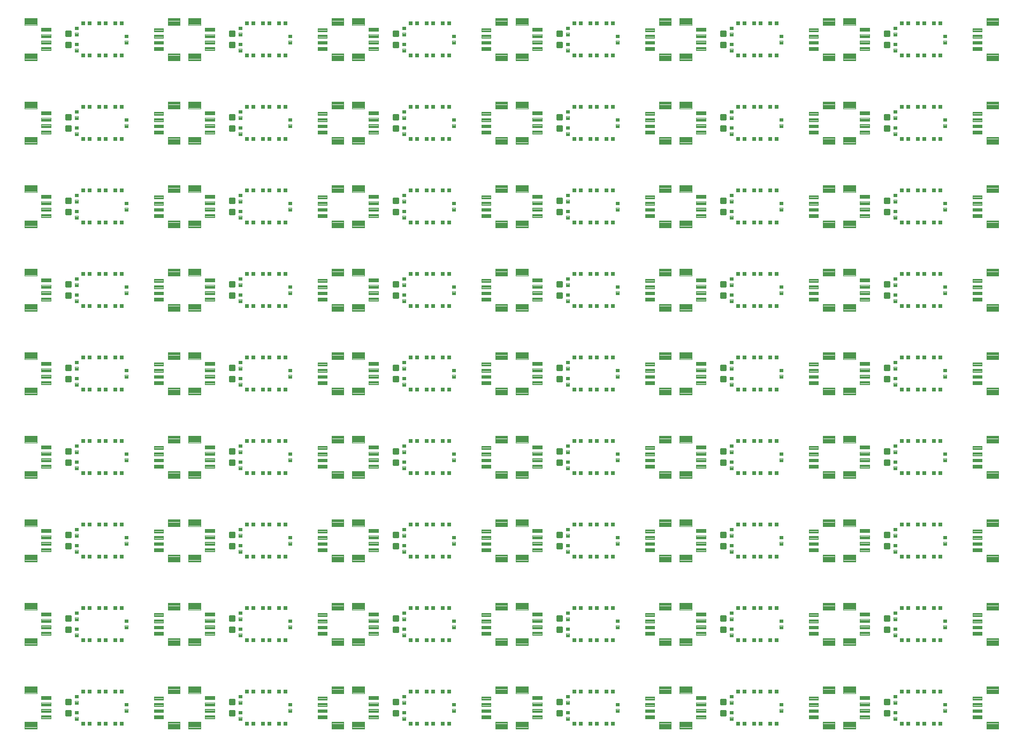
<source format=gtp>
G04 EAGLE Gerber RS-274X export*
G75*
%MOMM*%
%FSLAX34Y34*%
%LPD*%
%INSolderpaste Top*%
%IPPOS*%
%AMOC8*
5,1,8,0,0,1.08239X$1,22.5*%
G01*
%ADD10C,0.102000*%
%ADD11C,0.096000*%
%ADD12C,0.300000*%


D10*
X124490Y111810D02*
X119510Y111810D01*
X119510Y116790D01*
X124490Y116790D01*
X124490Y111810D01*
X124490Y112779D02*
X119510Y112779D01*
X119510Y113748D02*
X124490Y113748D01*
X124490Y114717D02*
X119510Y114717D01*
X119510Y115686D02*
X124490Y115686D01*
X124490Y116655D02*
X119510Y116655D01*
X129510Y111810D02*
X134490Y111810D01*
X129510Y111810D02*
X129510Y116790D01*
X134490Y116790D01*
X134490Y111810D01*
X134490Y112779D02*
X129510Y112779D01*
X129510Y113748D02*
X134490Y113748D01*
X134490Y114717D02*
X129510Y114717D01*
X129510Y115686D02*
X134490Y115686D01*
X134490Y116655D02*
X129510Y116655D01*
X144910Y111810D02*
X149890Y111810D01*
X144910Y111810D02*
X144910Y116790D01*
X149890Y116790D01*
X149890Y111810D01*
X149890Y112779D02*
X144910Y112779D01*
X144910Y113748D02*
X149890Y113748D01*
X149890Y114717D02*
X144910Y114717D01*
X144910Y115686D02*
X149890Y115686D01*
X149890Y116655D02*
X144910Y116655D01*
X154910Y111810D02*
X159890Y111810D01*
X154910Y111810D02*
X154910Y116790D01*
X159890Y116790D01*
X159890Y111810D01*
X159890Y112779D02*
X154910Y112779D01*
X154910Y113748D02*
X159890Y113748D01*
X159890Y114717D02*
X154910Y114717D01*
X154910Y115686D02*
X159890Y115686D01*
X159890Y116655D02*
X154910Y116655D01*
X45210Y76610D02*
X45210Y71630D01*
X30730Y71630D01*
X30730Y76610D01*
X45210Y76610D01*
X45210Y72599D02*
X30730Y72599D01*
X30730Y73568D02*
X45210Y73568D01*
X45210Y74537D02*
X30730Y74537D01*
X30730Y75506D02*
X45210Y75506D01*
X45210Y76475D02*
X30730Y76475D01*
X45210Y81630D02*
X45210Y86610D01*
X45210Y81630D02*
X30730Y81630D01*
X30730Y86610D01*
X45210Y86610D01*
X45210Y82599D02*
X30730Y82599D01*
X30730Y83568D02*
X45210Y83568D01*
X45210Y84537D02*
X30730Y84537D01*
X30730Y85506D02*
X45210Y85506D01*
X45210Y86475D02*
X30730Y86475D01*
X45210Y91630D02*
X45210Y96610D01*
X45210Y91630D02*
X30730Y91630D01*
X30730Y96610D01*
X45210Y96610D01*
X45210Y92599D02*
X30730Y92599D01*
X30730Y93568D02*
X45210Y93568D01*
X45210Y94537D02*
X30730Y94537D01*
X30730Y95506D02*
X45210Y95506D01*
X45210Y96475D02*
X30730Y96475D01*
X45210Y101630D02*
X45210Y106610D01*
X45210Y101630D02*
X30730Y101630D01*
X30730Y106610D01*
X45210Y106610D01*
X45210Y102599D02*
X30730Y102599D01*
X30730Y103568D02*
X45210Y103568D01*
X45210Y104537D02*
X30730Y104537D01*
X30730Y105506D02*
X45210Y105506D01*
X45210Y106475D02*
X30730Y106475D01*
D11*
X23240Y66640D02*
X23240Y55600D01*
X4200Y55600D01*
X4200Y66640D01*
X23240Y66640D01*
X23240Y56512D02*
X4200Y56512D01*
X4200Y57424D02*
X23240Y57424D01*
X23240Y58336D02*
X4200Y58336D01*
X4200Y59248D02*
X23240Y59248D01*
X23240Y60160D02*
X4200Y60160D01*
X4200Y61072D02*
X23240Y61072D01*
X23240Y61984D02*
X4200Y61984D01*
X4200Y62896D02*
X23240Y62896D01*
X23240Y63808D02*
X4200Y63808D01*
X4200Y64720D02*
X23240Y64720D01*
X23240Y65632D02*
X4200Y65632D01*
X4200Y66544D02*
X23240Y66544D01*
X23240Y111600D02*
X23240Y122640D01*
X23240Y111600D02*
X4200Y111600D01*
X4200Y122640D01*
X23240Y122640D01*
X23240Y112512D02*
X4200Y112512D01*
X4200Y113424D02*
X23240Y113424D01*
X23240Y114336D02*
X4200Y114336D01*
X4200Y115248D02*
X23240Y115248D01*
X23240Y116160D02*
X4200Y116160D01*
X4200Y117072D02*
X23240Y117072D01*
X23240Y117984D02*
X4200Y117984D01*
X4200Y118896D02*
X23240Y118896D01*
X23240Y119808D02*
X4200Y119808D01*
X4200Y120720D02*
X23240Y120720D01*
X23240Y121632D02*
X4200Y121632D01*
X4200Y122544D02*
X23240Y122544D01*
D10*
X119510Y61010D02*
X124490Y61010D01*
X119510Y61010D02*
X119510Y65990D01*
X124490Y65990D01*
X124490Y61010D01*
X124490Y61979D02*
X119510Y61979D01*
X119510Y62948D02*
X124490Y62948D01*
X124490Y63917D02*
X119510Y63917D01*
X119510Y64886D02*
X124490Y64886D01*
X124490Y65855D02*
X119510Y65855D01*
X129510Y61010D02*
X134490Y61010D01*
X129510Y61010D02*
X129510Y65990D01*
X134490Y65990D01*
X134490Y61010D01*
X134490Y61979D02*
X129510Y61979D01*
X129510Y62948D02*
X134490Y62948D01*
X134490Y63917D02*
X129510Y63917D01*
X129510Y64886D02*
X134490Y64886D01*
X134490Y65855D02*
X129510Y65855D01*
X208790Y101190D02*
X208790Y106170D01*
X223270Y106170D01*
X223270Y101190D01*
X208790Y101190D01*
X208790Y102159D02*
X223270Y102159D01*
X223270Y103128D02*
X208790Y103128D01*
X208790Y104097D02*
X223270Y104097D01*
X223270Y105066D02*
X208790Y105066D01*
X208790Y106035D02*
X223270Y106035D01*
X208790Y96170D02*
X208790Y91190D01*
X208790Y96170D02*
X223270Y96170D01*
X223270Y91190D01*
X208790Y91190D01*
X208790Y92159D02*
X223270Y92159D01*
X223270Y93128D02*
X208790Y93128D01*
X208790Y94097D02*
X223270Y94097D01*
X223270Y95066D02*
X208790Y95066D01*
X208790Y96035D02*
X223270Y96035D01*
X208790Y86170D02*
X208790Y81190D01*
X208790Y86170D02*
X223270Y86170D01*
X223270Y81190D01*
X208790Y81190D01*
X208790Y82159D02*
X223270Y82159D01*
X223270Y83128D02*
X208790Y83128D01*
X208790Y84097D02*
X223270Y84097D01*
X223270Y85066D02*
X208790Y85066D01*
X208790Y86035D02*
X223270Y86035D01*
X208790Y76170D02*
X208790Y71190D01*
X208790Y76170D02*
X223270Y76170D01*
X223270Y71190D01*
X208790Y71190D01*
X208790Y72159D02*
X223270Y72159D01*
X223270Y73128D02*
X208790Y73128D01*
X208790Y74097D02*
X223270Y74097D01*
X223270Y75066D02*
X208790Y75066D01*
X208790Y76035D02*
X223270Y76035D01*
D11*
X230760Y111160D02*
X230760Y122200D01*
X249800Y122200D01*
X249800Y111160D01*
X230760Y111160D01*
X230760Y112072D02*
X249800Y112072D01*
X249800Y112984D02*
X230760Y112984D01*
X230760Y113896D02*
X249800Y113896D01*
X249800Y114808D02*
X230760Y114808D01*
X230760Y115720D02*
X249800Y115720D01*
X249800Y116632D02*
X230760Y116632D01*
X230760Y117544D02*
X249800Y117544D01*
X249800Y118456D02*
X230760Y118456D01*
X230760Y119368D02*
X249800Y119368D01*
X249800Y120280D02*
X230760Y120280D01*
X230760Y121192D02*
X249800Y121192D01*
X249800Y122104D02*
X230760Y122104D01*
X230760Y66200D02*
X230760Y55160D01*
X230760Y66200D02*
X249800Y66200D01*
X249800Y55160D01*
X230760Y55160D01*
X230760Y56072D02*
X249800Y56072D01*
X249800Y56984D02*
X230760Y56984D01*
X230760Y57896D02*
X249800Y57896D01*
X249800Y58808D02*
X230760Y58808D01*
X230760Y59720D02*
X249800Y59720D01*
X249800Y60632D02*
X230760Y60632D01*
X230760Y61544D02*
X249800Y61544D01*
X249800Y62456D02*
X230760Y62456D01*
X230760Y63368D02*
X249800Y63368D01*
X249800Y64280D02*
X230760Y64280D01*
X230760Y65192D02*
X249800Y65192D01*
X249800Y66104D02*
X230760Y66104D01*
D10*
X162610Y91410D02*
X162610Y96390D01*
X167590Y96390D01*
X167590Y91410D01*
X162610Y91410D01*
X162610Y92379D02*
X167590Y92379D01*
X167590Y93348D02*
X162610Y93348D01*
X162610Y94317D02*
X167590Y94317D01*
X167590Y95286D02*
X162610Y95286D01*
X162610Y96255D02*
X167590Y96255D01*
X162610Y86390D02*
X162610Y81410D01*
X162610Y86390D02*
X167590Y86390D01*
X167590Y81410D01*
X162610Y81410D01*
X162610Y82379D02*
X167590Y82379D01*
X167590Y83348D02*
X162610Y83348D01*
X162610Y84317D02*
X167590Y84317D01*
X167590Y85286D02*
X162610Y85286D01*
X162610Y86255D02*
X167590Y86255D01*
X149890Y61010D02*
X144910Y61010D01*
X144910Y65990D01*
X149890Y65990D01*
X149890Y61010D01*
X149890Y61979D02*
X144910Y61979D01*
X144910Y62948D02*
X149890Y62948D01*
X149890Y63917D02*
X144910Y63917D01*
X144910Y64886D02*
X149890Y64886D01*
X149890Y65855D02*
X144910Y65855D01*
X154910Y61010D02*
X159890Y61010D01*
X154910Y61010D02*
X154910Y65990D01*
X159890Y65990D01*
X159890Y61010D01*
X159890Y61979D02*
X154910Y61979D01*
X154910Y62948D02*
X159890Y62948D01*
X159890Y63917D02*
X154910Y63917D01*
X154910Y64886D02*
X159890Y64886D01*
X159890Y65855D02*
X154910Y65855D01*
X109090Y65990D02*
X104110Y65990D01*
X109090Y65990D02*
X109090Y61010D01*
X104110Y61010D01*
X104110Y65990D01*
X104110Y61979D02*
X109090Y61979D01*
X109090Y62948D02*
X104110Y62948D01*
X104110Y63917D02*
X109090Y63917D01*
X109090Y64886D02*
X104110Y64886D01*
X104110Y65855D02*
X109090Y65855D01*
X99090Y65990D02*
X94110Y65990D01*
X99090Y65990D02*
X99090Y61010D01*
X94110Y61010D01*
X94110Y65990D01*
X94110Y61979D02*
X99090Y61979D01*
X99090Y62948D02*
X94110Y62948D01*
X94110Y63917D02*
X99090Y63917D01*
X99090Y64886D02*
X94110Y64886D01*
X94110Y65855D02*
X99090Y65855D01*
X83870Y104110D02*
X83870Y109090D01*
X88850Y109090D01*
X88850Y104110D01*
X83870Y104110D01*
X83870Y105079D02*
X88850Y105079D01*
X88850Y106048D02*
X83870Y106048D01*
X83870Y107017D02*
X88850Y107017D01*
X88850Y107986D02*
X83870Y107986D01*
X83870Y108955D02*
X88850Y108955D01*
X83870Y99090D02*
X83870Y94110D01*
X83870Y99090D02*
X88850Y99090D01*
X88850Y94110D01*
X83870Y94110D01*
X83870Y95079D02*
X88850Y95079D01*
X88850Y96048D02*
X83870Y96048D01*
X83870Y97017D02*
X88850Y97017D01*
X88850Y97986D02*
X83870Y97986D01*
X83870Y98955D02*
X88850Y98955D01*
D12*
X77160Y83630D02*
X70160Y83630D01*
X77160Y83630D02*
X77160Y76630D01*
X70160Y76630D01*
X70160Y83630D01*
X70160Y79480D02*
X77160Y79480D01*
X77160Y82330D02*
X70160Y82330D01*
X70160Y101170D02*
X77160Y101170D01*
X77160Y94170D01*
X70160Y94170D01*
X70160Y101170D01*
X70160Y97020D02*
X77160Y97020D01*
X77160Y99870D02*
X70160Y99870D01*
D10*
X83870Y83690D02*
X83870Y78710D01*
X83870Y83690D02*
X88850Y83690D01*
X88850Y78710D01*
X83870Y78710D01*
X83870Y79679D02*
X88850Y79679D01*
X88850Y80648D02*
X83870Y80648D01*
X83870Y81617D02*
X88850Y81617D01*
X88850Y82586D02*
X83870Y82586D01*
X83870Y83555D02*
X88850Y83555D01*
X83870Y73690D02*
X83870Y68710D01*
X83870Y73690D02*
X88850Y73690D01*
X88850Y68710D01*
X83870Y68710D01*
X83870Y69679D02*
X88850Y69679D01*
X88850Y70648D02*
X83870Y70648D01*
X83870Y71617D02*
X88850Y71617D01*
X88850Y72586D02*
X83870Y72586D01*
X83870Y73555D02*
X88850Y73555D01*
X104110Y116790D02*
X109090Y116790D01*
X109090Y111810D01*
X104110Y111810D01*
X104110Y116790D01*
X104110Y112779D02*
X109090Y112779D01*
X109090Y113748D02*
X104110Y113748D01*
X104110Y114717D02*
X109090Y114717D01*
X109090Y115686D02*
X104110Y115686D01*
X104110Y116655D02*
X109090Y116655D01*
X99090Y116790D02*
X94110Y116790D01*
X99090Y116790D02*
X99090Y111810D01*
X94110Y111810D01*
X94110Y116790D01*
X94110Y112779D02*
X99090Y112779D01*
X99090Y113748D02*
X94110Y113748D01*
X94110Y114717D02*
X99090Y114717D01*
X99090Y115686D02*
X94110Y115686D01*
X94110Y116655D02*
X99090Y116655D01*
X378590Y111810D02*
X383570Y111810D01*
X378590Y111810D02*
X378590Y116790D01*
X383570Y116790D01*
X383570Y111810D01*
X383570Y112779D02*
X378590Y112779D01*
X378590Y113748D02*
X383570Y113748D01*
X383570Y114717D02*
X378590Y114717D01*
X378590Y115686D02*
X383570Y115686D01*
X383570Y116655D02*
X378590Y116655D01*
X388590Y111810D02*
X393570Y111810D01*
X388590Y111810D02*
X388590Y116790D01*
X393570Y116790D01*
X393570Y111810D01*
X393570Y112779D02*
X388590Y112779D01*
X388590Y113748D02*
X393570Y113748D01*
X393570Y114717D02*
X388590Y114717D01*
X388590Y115686D02*
X393570Y115686D01*
X393570Y116655D02*
X388590Y116655D01*
X403990Y111810D02*
X408970Y111810D01*
X403990Y111810D02*
X403990Y116790D01*
X408970Y116790D01*
X408970Y111810D01*
X408970Y112779D02*
X403990Y112779D01*
X403990Y113748D02*
X408970Y113748D01*
X408970Y114717D02*
X403990Y114717D01*
X403990Y115686D02*
X408970Y115686D01*
X408970Y116655D02*
X403990Y116655D01*
X413990Y111810D02*
X418970Y111810D01*
X413990Y111810D02*
X413990Y116790D01*
X418970Y116790D01*
X418970Y111810D01*
X418970Y112779D02*
X413990Y112779D01*
X413990Y113748D02*
X418970Y113748D01*
X418970Y114717D02*
X413990Y114717D01*
X413990Y115686D02*
X418970Y115686D01*
X418970Y116655D02*
X413990Y116655D01*
X304290Y76610D02*
X304290Y71630D01*
X289810Y71630D01*
X289810Y76610D01*
X304290Y76610D01*
X304290Y72599D02*
X289810Y72599D01*
X289810Y73568D02*
X304290Y73568D01*
X304290Y74537D02*
X289810Y74537D01*
X289810Y75506D02*
X304290Y75506D01*
X304290Y76475D02*
X289810Y76475D01*
X304290Y81630D02*
X304290Y86610D01*
X304290Y81630D02*
X289810Y81630D01*
X289810Y86610D01*
X304290Y86610D01*
X304290Y82599D02*
X289810Y82599D01*
X289810Y83568D02*
X304290Y83568D01*
X304290Y84537D02*
X289810Y84537D01*
X289810Y85506D02*
X304290Y85506D01*
X304290Y86475D02*
X289810Y86475D01*
X304290Y91630D02*
X304290Y96610D01*
X304290Y91630D02*
X289810Y91630D01*
X289810Y96610D01*
X304290Y96610D01*
X304290Y92599D02*
X289810Y92599D01*
X289810Y93568D02*
X304290Y93568D01*
X304290Y94537D02*
X289810Y94537D01*
X289810Y95506D02*
X304290Y95506D01*
X304290Y96475D02*
X289810Y96475D01*
X304290Y101630D02*
X304290Y106610D01*
X304290Y101630D02*
X289810Y101630D01*
X289810Y106610D01*
X304290Y106610D01*
X304290Y102599D02*
X289810Y102599D01*
X289810Y103568D02*
X304290Y103568D01*
X304290Y104537D02*
X289810Y104537D01*
X289810Y105506D02*
X304290Y105506D01*
X304290Y106475D02*
X289810Y106475D01*
D11*
X282320Y66640D02*
X282320Y55600D01*
X263280Y55600D01*
X263280Y66640D01*
X282320Y66640D01*
X282320Y56512D02*
X263280Y56512D01*
X263280Y57424D02*
X282320Y57424D01*
X282320Y58336D02*
X263280Y58336D01*
X263280Y59248D02*
X282320Y59248D01*
X282320Y60160D02*
X263280Y60160D01*
X263280Y61072D02*
X282320Y61072D01*
X282320Y61984D02*
X263280Y61984D01*
X263280Y62896D02*
X282320Y62896D01*
X282320Y63808D02*
X263280Y63808D01*
X263280Y64720D02*
X282320Y64720D01*
X282320Y65632D02*
X263280Y65632D01*
X263280Y66544D02*
X282320Y66544D01*
X282320Y111600D02*
X282320Y122640D01*
X282320Y111600D02*
X263280Y111600D01*
X263280Y122640D01*
X282320Y122640D01*
X282320Y112512D02*
X263280Y112512D01*
X263280Y113424D02*
X282320Y113424D01*
X282320Y114336D02*
X263280Y114336D01*
X263280Y115248D02*
X282320Y115248D01*
X282320Y116160D02*
X263280Y116160D01*
X263280Y117072D02*
X282320Y117072D01*
X282320Y117984D02*
X263280Y117984D01*
X263280Y118896D02*
X282320Y118896D01*
X282320Y119808D02*
X263280Y119808D01*
X263280Y120720D02*
X282320Y120720D01*
X282320Y121632D02*
X263280Y121632D01*
X263280Y122544D02*
X282320Y122544D01*
D10*
X378590Y61010D02*
X383570Y61010D01*
X378590Y61010D02*
X378590Y65990D01*
X383570Y65990D01*
X383570Y61010D01*
X383570Y61979D02*
X378590Y61979D01*
X378590Y62948D02*
X383570Y62948D01*
X383570Y63917D02*
X378590Y63917D01*
X378590Y64886D02*
X383570Y64886D01*
X383570Y65855D02*
X378590Y65855D01*
X388590Y61010D02*
X393570Y61010D01*
X388590Y61010D02*
X388590Y65990D01*
X393570Y65990D01*
X393570Y61010D01*
X393570Y61979D02*
X388590Y61979D01*
X388590Y62948D02*
X393570Y62948D01*
X393570Y63917D02*
X388590Y63917D01*
X388590Y64886D02*
X393570Y64886D01*
X393570Y65855D02*
X388590Y65855D01*
X467870Y101190D02*
X467870Y106170D01*
X482350Y106170D01*
X482350Y101190D01*
X467870Y101190D01*
X467870Y102159D02*
X482350Y102159D01*
X482350Y103128D02*
X467870Y103128D01*
X467870Y104097D02*
X482350Y104097D01*
X482350Y105066D02*
X467870Y105066D01*
X467870Y106035D02*
X482350Y106035D01*
X467870Y96170D02*
X467870Y91190D01*
X467870Y96170D02*
X482350Y96170D01*
X482350Y91190D01*
X467870Y91190D01*
X467870Y92159D02*
X482350Y92159D01*
X482350Y93128D02*
X467870Y93128D01*
X467870Y94097D02*
X482350Y94097D01*
X482350Y95066D02*
X467870Y95066D01*
X467870Y96035D02*
X482350Y96035D01*
X467870Y86170D02*
X467870Y81190D01*
X467870Y86170D02*
X482350Y86170D01*
X482350Y81190D01*
X467870Y81190D01*
X467870Y82159D02*
X482350Y82159D01*
X482350Y83128D02*
X467870Y83128D01*
X467870Y84097D02*
X482350Y84097D01*
X482350Y85066D02*
X467870Y85066D01*
X467870Y86035D02*
X482350Y86035D01*
X467870Y76170D02*
X467870Y71190D01*
X467870Y76170D02*
X482350Y76170D01*
X482350Y71190D01*
X467870Y71190D01*
X467870Y72159D02*
X482350Y72159D01*
X482350Y73128D02*
X467870Y73128D01*
X467870Y74097D02*
X482350Y74097D01*
X482350Y75066D02*
X467870Y75066D01*
X467870Y76035D02*
X482350Y76035D01*
D11*
X489840Y111160D02*
X489840Y122200D01*
X508880Y122200D01*
X508880Y111160D01*
X489840Y111160D01*
X489840Y112072D02*
X508880Y112072D01*
X508880Y112984D02*
X489840Y112984D01*
X489840Y113896D02*
X508880Y113896D01*
X508880Y114808D02*
X489840Y114808D01*
X489840Y115720D02*
X508880Y115720D01*
X508880Y116632D02*
X489840Y116632D01*
X489840Y117544D02*
X508880Y117544D01*
X508880Y118456D02*
X489840Y118456D01*
X489840Y119368D02*
X508880Y119368D01*
X508880Y120280D02*
X489840Y120280D01*
X489840Y121192D02*
X508880Y121192D01*
X508880Y122104D02*
X489840Y122104D01*
X489840Y66200D02*
X489840Y55160D01*
X489840Y66200D02*
X508880Y66200D01*
X508880Y55160D01*
X489840Y55160D01*
X489840Y56072D02*
X508880Y56072D01*
X508880Y56984D02*
X489840Y56984D01*
X489840Y57896D02*
X508880Y57896D01*
X508880Y58808D02*
X489840Y58808D01*
X489840Y59720D02*
X508880Y59720D01*
X508880Y60632D02*
X489840Y60632D01*
X489840Y61544D02*
X508880Y61544D01*
X508880Y62456D02*
X489840Y62456D01*
X489840Y63368D02*
X508880Y63368D01*
X508880Y64280D02*
X489840Y64280D01*
X489840Y65192D02*
X508880Y65192D01*
X508880Y66104D02*
X489840Y66104D01*
D10*
X421690Y91410D02*
X421690Y96390D01*
X426670Y96390D01*
X426670Y91410D01*
X421690Y91410D01*
X421690Y92379D02*
X426670Y92379D01*
X426670Y93348D02*
X421690Y93348D01*
X421690Y94317D02*
X426670Y94317D01*
X426670Y95286D02*
X421690Y95286D01*
X421690Y96255D02*
X426670Y96255D01*
X421690Y86390D02*
X421690Y81410D01*
X421690Y86390D02*
X426670Y86390D01*
X426670Y81410D01*
X421690Y81410D01*
X421690Y82379D02*
X426670Y82379D01*
X426670Y83348D02*
X421690Y83348D01*
X421690Y84317D02*
X426670Y84317D01*
X426670Y85286D02*
X421690Y85286D01*
X421690Y86255D02*
X426670Y86255D01*
X408970Y61010D02*
X403990Y61010D01*
X403990Y65990D01*
X408970Y65990D01*
X408970Y61010D01*
X408970Y61979D02*
X403990Y61979D01*
X403990Y62948D02*
X408970Y62948D01*
X408970Y63917D02*
X403990Y63917D01*
X403990Y64886D02*
X408970Y64886D01*
X408970Y65855D02*
X403990Y65855D01*
X413990Y61010D02*
X418970Y61010D01*
X413990Y61010D02*
X413990Y65990D01*
X418970Y65990D01*
X418970Y61010D01*
X418970Y61979D02*
X413990Y61979D01*
X413990Y62948D02*
X418970Y62948D01*
X418970Y63917D02*
X413990Y63917D01*
X413990Y64886D02*
X418970Y64886D01*
X418970Y65855D02*
X413990Y65855D01*
X368170Y65990D02*
X363190Y65990D01*
X368170Y65990D02*
X368170Y61010D01*
X363190Y61010D01*
X363190Y65990D01*
X363190Y61979D02*
X368170Y61979D01*
X368170Y62948D02*
X363190Y62948D01*
X363190Y63917D02*
X368170Y63917D01*
X368170Y64886D02*
X363190Y64886D01*
X363190Y65855D02*
X368170Y65855D01*
X358170Y65990D02*
X353190Y65990D01*
X358170Y65990D02*
X358170Y61010D01*
X353190Y61010D01*
X353190Y65990D01*
X353190Y61979D02*
X358170Y61979D01*
X358170Y62948D02*
X353190Y62948D01*
X353190Y63917D02*
X358170Y63917D01*
X358170Y64886D02*
X353190Y64886D01*
X353190Y65855D02*
X358170Y65855D01*
X342950Y104110D02*
X342950Y109090D01*
X347930Y109090D01*
X347930Y104110D01*
X342950Y104110D01*
X342950Y105079D02*
X347930Y105079D01*
X347930Y106048D02*
X342950Y106048D01*
X342950Y107017D02*
X347930Y107017D01*
X347930Y107986D02*
X342950Y107986D01*
X342950Y108955D02*
X347930Y108955D01*
X342950Y99090D02*
X342950Y94110D01*
X342950Y99090D02*
X347930Y99090D01*
X347930Y94110D01*
X342950Y94110D01*
X342950Y95079D02*
X347930Y95079D01*
X347930Y96048D02*
X342950Y96048D01*
X342950Y97017D02*
X347930Y97017D01*
X347930Y97986D02*
X342950Y97986D01*
X342950Y98955D02*
X347930Y98955D01*
D12*
X336240Y83630D02*
X329240Y83630D01*
X336240Y83630D02*
X336240Y76630D01*
X329240Y76630D01*
X329240Y83630D01*
X329240Y79480D02*
X336240Y79480D01*
X336240Y82330D02*
X329240Y82330D01*
X329240Y101170D02*
X336240Y101170D01*
X336240Y94170D01*
X329240Y94170D01*
X329240Y101170D01*
X329240Y97020D02*
X336240Y97020D01*
X336240Y99870D02*
X329240Y99870D01*
D10*
X342950Y83690D02*
X342950Y78710D01*
X342950Y83690D02*
X347930Y83690D01*
X347930Y78710D01*
X342950Y78710D01*
X342950Y79679D02*
X347930Y79679D01*
X347930Y80648D02*
X342950Y80648D01*
X342950Y81617D02*
X347930Y81617D01*
X347930Y82586D02*
X342950Y82586D01*
X342950Y83555D02*
X347930Y83555D01*
X342950Y73690D02*
X342950Y68710D01*
X342950Y73690D02*
X347930Y73690D01*
X347930Y68710D01*
X342950Y68710D01*
X342950Y69679D02*
X347930Y69679D01*
X347930Y70648D02*
X342950Y70648D01*
X342950Y71617D02*
X347930Y71617D01*
X347930Y72586D02*
X342950Y72586D01*
X342950Y73555D02*
X347930Y73555D01*
X363190Y116790D02*
X368170Y116790D01*
X368170Y111810D01*
X363190Y111810D01*
X363190Y116790D01*
X363190Y112779D02*
X368170Y112779D01*
X368170Y113748D02*
X363190Y113748D01*
X363190Y114717D02*
X368170Y114717D01*
X368170Y115686D02*
X363190Y115686D01*
X363190Y116655D02*
X368170Y116655D01*
X358170Y116790D02*
X353190Y116790D01*
X358170Y116790D02*
X358170Y111810D01*
X353190Y111810D01*
X353190Y116790D01*
X353190Y112779D02*
X358170Y112779D01*
X358170Y113748D02*
X353190Y113748D01*
X353190Y114717D02*
X358170Y114717D01*
X358170Y115686D02*
X353190Y115686D01*
X353190Y116655D02*
X358170Y116655D01*
X637670Y111810D02*
X642650Y111810D01*
X637670Y111810D02*
X637670Y116790D01*
X642650Y116790D01*
X642650Y111810D01*
X642650Y112779D02*
X637670Y112779D01*
X637670Y113748D02*
X642650Y113748D01*
X642650Y114717D02*
X637670Y114717D01*
X637670Y115686D02*
X642650Y115686D01*
X642650Y116655D02*
X637670Y116655D01*
X647670Y111810D02*
X652650Y111810D01*
X647670Y111810D02*
X647670Y116790D01*
X652650Y116790D01*
X652650Y111810D01*
X652650Y112779D02*
X647670Y112779D01*
X647670Y113748D02*
X652650Y113748D01*
X652650Y114717D02*
X647670Y114717D01*
X647670Y115686D02*
X652650Y115686D01*
X652650Y116655D02*
X647670Y116655D01*
X663070Y111810D02*
X668050Y111810D01*
X663070Y111810D02*
X663070Y116790D01*
X668050Y116790D01*
X668050Y111810D01*
X668050Y112779D02*
X663070Y112779D01*
X663070Y113748D02*
X668050Y113748D01*
X668050Y114717D02*
X663070Y114717D01*
X663070Y115686D02*
X668050Y115686D01*
X668050Y116655D02*
X663070Y116655D01*
X673070Y111810D02*
X678050Y111810D01*
X673070Y111810D02*
X673070Y116790D01*
X678050Y116790D01*
X678050Y111810D01*
X678050Y112779D02*
X673070Y112779D01*
X673070Y113748D02*
X678050Y113748D01*
X678050Y114717D02*
X673070Y114717D01*
X673070Y115686D02*
X678050Y115686D01*
X678050Y116655D02*
X673070Y116655D01*
X563370Y76610D02*
X563370Y71630D01*
X548890Y71630D01*
X548890Y76610D01*
X563370Y76610D01*
X563370Y72599D02*
X548890Y72599D01*
X548890Y73568D02*
X563370Y73568D01*
X563370Y74537D02*
X548890Y74537D01*
X548890Y75506D02*
X563370Y75506D01*
X563370Y76475D02*
X548890Y76475D01*
X563370Y81630D02*
X563370Y86610D01*
X563370Y81630D02*
X548890Y81630D01*
X548890Y86610D01*
X563370Y86610D01*
X563370Y82599D02*
X548890Y82599D01*
X548890Y83568D02*
X563370Y83568D01*
X563370Y84537D02*
X548890Y84537D01*
X548890Y85506D02*
X563370Y85506D01*
X563370Y86475D02*
X548890Y86475D01*
X563370Y91630D02*
X563370Y96610D01*
X563370Y91630D02*
X548890Y91630D01*
X548890Y96610D01*
X563370Y96610D01*
X563370Y92599D02*
X548890Y92599D01*
X548890Y93568D02*
X563370Y93568D01*
X563370Y94537D02*
X548890Y94537D01*
X548890Y95506D02*
X563370Y95506D01*
X563370Y96475D02*
X548890Y96475D01*
X563370Y101630D02*
X563370Y106610D01*
X563370Y101630D02*
X548890Y101630D01*
X548890Y106610D01*
X563370Y106610D01*
X563370Y102599D02*
X548890Y102599D01*
X548890Y103568D02*
X563370Y103568D01*
X563370Y104537D02*
X548890Y104537D01*
X548890Y105506D02*
X563370Y105506D01*
X563370Y106475D02*
X548890Y106475D01*
D11*
X541400Y66640D02*
X541400Y55600D01*
X522360Y55600D01*
X522360Y66640D01*
X541400Y66640D01*
X541400Y56512D02*
X522360Y56512D01*
X522360Y57424D02*
X541400Y57424D01*
X541400Y58336D02*
X522360Y58336D01*
X522360Y59248D02*
X541400Y59248D01*
X541400Y60160D02*
X522360Y60160D01*
X522360Y61072D02*
X541400Y61072D01*
X541400Y61984D02*
X522360Y61984D01*
X522360Y62896D02*
X541400Y62896D01*
X541400Y63808D02*
X522360Y63808D01*
X522360Y64720D02*
X541400Y64720D01*
X541400Y65632D02*
X522360Y65632D01*
X522360Y66544D02*
X541400Y66544D01*
X541400Y111600D02*
X541400Y122640D01*
X541400Y111600D02*
X522360Y111600D01*
X522360Y122640D01*
X541400Y122640D01*
X541400Y112512D02*
X522360Y112512D01*
X522360Y113424D02*
X541400Y113424D01*
X541400Y114336D02*
X522360Y114336D01*
X522360Y115248D02*
X541400Y115248D01*
X541400Y116160D02*
X522360Y116160D01*
X522360Y117072D02*
X541400Y117072D01*
X541400Y117984D02*
X522360Y117984D01*
X522360Y118896D02*
X541400Y118896D01*
X541400Y119808D02*
X522360Y119808D01*
X522360Y120720D02*
X541400Y120720D01*
X541400Y121632D02*
X522360Y121632D01*
X522360Y122544D02*
X541400Y122544D01*
D10*
X637670Y61010D02*
X642650Y61010D01*
X637670Y61010D02*
X637670Y65990D01*
X642650Y65990D01*
X642650Y61010D01*
X642650Y61979D02*
X637670Y61979D01*
X637670Y62948D02*
X642650Y62948D01*
X642650Y63917D02*
X637670Y63917D01*
X637670Y64886D02*
X642650Y64886D01*
X642650Y65855D02*
X637670Y65855D01*
X647670Y61010D02*
X652650Y61010D01*
X647670Y61010D02*
X647670Y65990D01*
X652650Y65990D01*
X652650Y61010D01*
X652650Y61979D02*
X647670Y61979D01*
X647670Y62948D02*
X652650Y62948D01*
X652650Y63917D02*
X647670Y63917D01*
X647670Y64886D02*
X652650Y64886D01*
X652650Y65855D02*
X647670Y65855D01*
X726950Y101190D02*
X726950Y106170D01*
X741430Y106170D01*
X741430Y101190D01*
X726950Y101190D01*
X726950Y102159D02*
X741430Y102159D01*
X741430Y103128D02*
X726950Y103128D01*
X726950Y104097D02*
X741430Y104097D01*
X741430Y105066D02*
X726950Y105066D01*
X726950Y106035D02*
X741430Y106035D01*
X726950Y96170D02*
X726950Y91190D01*
X726950Y96170D02*
X741430Y96170D01*
X741430Y91190D01*
X726950Y91190D01*
X726950Y92159D02*
X741430Y92159D01*
X741430Y93128D02*
X726950Y93128D01*
X726950Y94097D02*
X741430Y94097D01*
X741430Y95066D02*
X726950Y95066D01*
X726950Y96035D02*
X741430Y96035D01*
X726950Y86170D02*
X726950Y81190D01*
X726950Y86170D02*
X741430Y86170D01*
X741430Y81190D01*
X726950Y81190D01*
X726950Y82159D02*
X741430Y82159D01*
X741430Y83128D02*
X726950Y83128D01*
X726950Y84097D02*
X741430Y84097D01*
X741430Y85066D02*
X726950Y85066D01*
X726950Y86035D02*
X741430Y86035D01*
X726950Y76170D02*
X726950Y71190D01*
X726950Y76170D02*
X741430Y76170D01*
X741430Y71190D01*
X726950Y71190D01*
X726950Y72159D02*
X741430Y72159D01*
X741430Y73128D02*
X726950Y73128D01*
X726950Y74097D02*
X741430Y74097D01*
X741430Y75066D02*
X726950Y75066D01*
X726950Y76035D02*
X741430Y76035D01*
D11*
X748920Y111160D02*
X748920Y122200D01*
X767960Y122200D01*
X767960Y111160D01*
X748920Y111160D01*
X748920Y112072D02*
X767960Y112072D01*
X767960Y112984D02*
X748920Y112984D01*
X748920Y113896D02*
X767960Y113896D01*
X767960Y114808D02*
X748920Y114808D01*
X748920Y115720D02*
X767960Y115720D01*
X767960Y116632D02*
X748920Y116632D01*
X748920Y117544D02*
X767960Y117544D01*
X767960Y118456D02*
X748920Y118456D01*
X748920Y119368D02*
X767960Y119368D01*
X767960Y120280D02*
X748920Y120280D01*
X748920Y121192D02*
X767960Y121192D01*
X767960Y122104D02*
X748920Y122104D01*
X748920Y66200D02*
X748920Y55160D01*
X748920Y66200D02*
X767960Y66200D01*
X767960Y55160D01*
X748920Y55160D01*
X748920Y56072D02*
X767960Y56072D01*
X767960Y56984D02*
X748920Y56984D01*
X748920Y57896D02*
X767960Y57896D01*
X767960Y58808D02*
X748920Y58808D01*
X748920Y59720D02*
X767960Y59720D01*
X767960Y60632D02*
X748920Y60632D01*
X748920Y61544D02*
X767960Y61544D01*
X767960Y62456D02*
X748920Y62456D01*
X748920Y63368D02*
X767960Y63368D01*
X767960Y64280D02*
X748920Y64280D01*
X748920Y65192D02*
X767960Y65192D01*
X767960Y66104D02*
X748920Y66104D01*
D10*
X680770Y91410D02*
X680770Y96390D01*
X685750Y96390D01*
X685750Y91410D01*
X680770Y91410D01*
X680770Y92379D02*
X685750Y92379D01*
X685750Y93348D02*
X680770Y93348D01*
X680770Y94317D02*
X685750Y94317D01*
X685750Y95286D02*
X680770Y95286D01*
X680770Y96255D02*
X685750Y96255D01*
X680770Y86390D02*
X680770Y81410D01*
X680770Y86390D02*
X685750Y86390D01*
X685750Y81410D01*
X680770Y81410D01*
X680770Y82379D02*
X685750Y82379D01*
X685750Y83348D02*
X680770Y83348D01*
X680770Y84317D02*
X685750Y84317D01*
X685750Y85286D02*
X680770Y85286D01*
X680770Y86255D02*
X685750Y86255D01*
X668050Y61010D02*
X663070Y61010D01*
X663070Y65990D01*
X668050Y65990D01*
X668050Y61010D01*
X668050Y61979D02*
X663070Y61979D01*
X663070Y62948D02*
X668050Y62948D01*
X668050Y63917D02*
X663070Y63917D01*
X663070Y64886D02*
X668050Y64886D01*
X668050Y65855D02*
X663070Y65855D01*
X673070Y61010D02*
X678050Y61010D01*
X673070Y61010D02*
X673070Y65990D01*
X678050Y65990D01*
X678050Y61010D01*
X678050Y61979D02*
X673070Y61979D01*
X673070Y62948D02*
X678050Y62948D01*
X678050Y63917D02*
X673070Y63917D01*
X673070Y64886D02*
X678050Y64886D01*
X678050Y65855D02*
X673070Y65855D01*
X627250Y65990D02*
X622270Y65990D01*
X627250Y65990D02*
X627250Y61010D01*
X622270Y61010D01*
X622270Y65990D01*
X622270Y61979D02*
X627250Y61979D01*
X627250Y62948D02*
X622270Y62948D01*
X622270Y63917D02*
X627250Y63917D01*
X627250Y64886D02*
X622270Y64886D01*
X622270Y65855D02*
X627250Y65855D01*
X617250Y65990D02*
X612270Y65990D01*
X617250Y65990D02*
X617250Y61010D01*
X612270Y61010D01*
X612270Y65990D01*
X612270Y61979D02*
X617250Y61979D01*
X617250Y62948D02*
X612270Y62948D01*
X612270Y63917D02*
X617250Y63917D01*
X617250Y64886D02*
X612270Y64886D01*
X612270Y65855D02*
X617250Y65855D01*
X602030Y104110D02*
X602030Y109090D01*
X607010Y109090D01*
X607010Y104110D01*
X602030Y104110D01*
X602030Y105079D02*
X607010Y105079D01*
X607010Y106048D02*
X602030Y106048D01*
X602030Y107017D02*
X607010Y107017D01*
X607010Y107986D02*
X602030Y107986D01*
X602030Y108955D02*
X607010Y108955D01*
X602030Y99090D02*
X602030Y94110D01*
X602030Y99090D02*
X607010Y99090D01*
X607010Y94110D01*
X602030Y94110D01*
X602030Y95079D02*
X607010Y95079D01*
X607010Y96048D02*
X602030Y96048D01*
X602030Y97017D02*
X607010Y97017D01*
X607010Y97986D02*
X602030Y97986D01*
X602030Y98955D02*
X607010Y98955D01*
D12*
X595320Y83630D02*
X588320Y83630D01*
X595320Y83630D02*
X595320Y76630D01*
X588320Y76630D01*
X588320Y83630D01*
X588320Y79480D02*
X595320Y79480D01*
X595320Y82330D02*
X588320Y82330D01*
X588320Y101170D02*
X595320Y101170D01*
X595320Y94170D01*
X588320Y94170D01*
X588320Y101170D01*
X588320Y97020D02*
X595320Y97020D01*
X595320Y99870D02*
X588320Y99870D01*
D10*
X602030Y83690D02*
X602030Y78710D01*
X602030Y83690D02*
X607010Y83690D01*
X607010Y78710D01*
X602030Y78710D01*
X602030Y79679D02*
X607010Y79679D01*
X607010Y80648D02*
X602030Y80648D01*
X602030Y81617D02*
X607010Y81617D01*
X607010Y82586D02*
X602030Y82586D01*
X602030Y83555D02*
X607010Y83555D01*
X602030Y73690D02*
X602030Y68710D01*
X602030Y73690D02*
X607010Y73690D01*
X607010Y68710D01*
X602030Y68710D01*
X602030Y69679D02*
X607010Y69679D01*
X607010Y70648D02*
X602030Y70648D01*
X602030Y71617D02*
X607010Y71617D01*
X607010Y72586D02*
X602030Y72586D01*
X602030Y73555D02*
X607010Y73555D01*
X622270Y116790D02*
X627250Y116790D01*
X627250Y111810D01*
X622270Y111810D01*
X622270Y116790D01*
X622270Y112779D02*
X627250Y112779D01*
X627250Y113748D02*
X622270Y113748D01*
X622270Y114717D02*
X627250Y114717D01*
X627250Y115686D02*
X622270Y115686D01*
X622270Y116655D02*
X627250Y116655D01*
X617250Y116790D02*
X612270Y116790D01*
X617250Y116790D02*
X617250Y111810D01*
X612270Y111810D01*
X612270Y116790D01*
X612270Y112779D02*
X617250Y112779D01*
X617250Y113748D02*
X612270Y113748D01*
X612270Y114717D02*
X617250Y114717D01*
X617250Y115686D02*
X612270Y115686D01*
X612270Y116655D02*
X617250Y116655D01*
X896750Y111810D02*
X901730Y111810D01*
X896750Y111810D02*
X896750Y116790D01*
X901730Y116790D01*
X901730Y111810D01*
X901730Y112779D02*
X896750Y112779D01*
X896750Y113748D02*
X901730Y113748D01*
X901730Y114717D02*
X896750Y114717D01*
X896750Y115686D02*
X901730Y115686D01*
X901730Y116655D02*
X896750Y116655D01*
X906750Y111810D02*
X911730Y111810D01*
X906750Y111810D02*
X906750Y116790D01*
X911730Y116790D01*
X911730Y111810D01*
X911730Y112779D02*
X906750Y112779D01*
X906750Y113748D02*
X911730Y113748D01*
X911730Y114717D02*
X906750Y114717D01*
X906750Y115686D02*
X911730Y115686D01*
X911730Y116655D02*
X906750Y116655D01*
X922150Y111810D02*
X927130Y111810D01*
X922150Y111810D02*
X922150Y116790D01*
X927130Y116790D01*
X927130Y111810D01*
X927130Y112779D02*
X922150Y112779D01*
X922150Y113748D02*
X927130Y113748D01*
X927130Y114717D02*
X922150Y114717D01*
X922150Y115686D02*
X927130Y115686D01*
X927130Y116655D02*
X922150Y116655D01*
X932150Y111810D02*
X937130Y111810D01*
X932150Y111810D02*
X932150Y116790D01*
X937130Y116790D01*
X937130Y111810D01*
X937130Y112779D02*
X932150Y112779D01*
X932150Y113748D02*
X937130Y113748D01*
X937130Y114717D02*
X932150Y114717D01*
X932150Y115686D02*
X937130Y115686D01*
X937130Y116655D02*
X932150Y116655D01*
X822450Y76610D02*
X822450Y71630D01*
X807970Y71630D01*
X807970Y76610D01*
X822450Y76610D01*
X822450Y72599D02*
X807970Y72599D01*
X807970Y73568D02*
X822450Y73568D01*
X822450Y74537D02*
X807970Y74537D01*
X807970Y75506D02*
X822450Y75506D01*
X822450Y76475D02*
X807970Y76475D01*
X822450Y81630D02*
X822450Y86610D01*
X822450Y81630D02*
X807970Y81630D01*
X807970Y86610D01*
X822450Y86610D01*
X822450Y82599D02*
X807970Y82599D01*
X807970Y83568D02*
X822450Y83568D01*
X822450Y84537D02*
X807970Y84537D01*
X807970Y85506D02*
X822450Y85506D01*
X822450Y86475D02*
X807970Y86475D01*
X822450Y91630D02*
X822450Y96610D01*
X822450Y91630D02*
X807970Y91630D01*
X807970Y96610D01*
X822450Y96610D01*
X822450Y92599D02*
X807970Y92599D01*
X807970Y93568D02*
X822450Y93568D01*
X822450Y94537D02*
X807970Y94537D01*
X807970Y95506D02*
X822450Y95506D01*
X822450Y96475D02*
X807970Y96475D01*
X822450Y101630D02*
X822450Y106610D01*
X822450Y101630D02*
X807970Y101630D01*
X807970Y106610D01*
X822450Y106610D01*
X822450Y102599D02*
X807970Y102599D01*
X807970Y103568D02*
X822450Y103568D01*
X822450Y104537D02*
X807970Y104537D01*
X807970Y105506D02*
X822450Y105506D01*
X822450Y106475D02*
X807970Y106475D01*
D11*
X800480Y66640D02*
X800480Y55600D01*
X781440Y55600D01*
X781440Y66640D01*
X800480Y66640D01*
X800480Y56512D02*
X781440Y56512D01*
X781440Y57424D02*
X800480Y57424D01*
X800480Y58336D02*
X781440Y58336D01*
X781440Y59248D02*
X800480Y59248D01*
X800480Y60160D02*
X781440Y60160D01*
X781440Y61072D02*
X800480Y61072D01*
X800480Y61984D02*
X781440Y61984D01*
X781440Y62896D02*
X800480Y62896D01*
X800480Y63808D02*
X781440Y63808D01*
X781440Y64720D02*
X800480Y64720D01*
X800480Y65632D02*
X781440Y65632D01*
X781440Y66544D02*
X800480Y66544D01*
X800480Y111600D02*
X800480Y122640D01*
X800480Y111600D02*
X781440Y111600D01*
X781440Y122640D01*
X800480Y122640D01*
X800480Y112512D02*
X781440Y112512D01*
X781440Y113424D02*
X800480Y113424D01*
X800480Y114336D02*
X781440Y114336D01*
X781440Y115248D02*
X800480Y115248D01*
X800480Y116160D02*
X781440Y116160D01*
X781440Y117072D02*
X800480Y117072D01*
X800480Y117984D02*
X781440Y117984D01*
X781440Y118896D02*
X800480Y118896D01*
X800480Y119808D02*
X781440Y119808D01*
X781440Y120720D02*
X800480Y120720D01*
X800480Y121632D02*
X781440Y121632D01*
X781440Y122544D02*
X800480Y122544D01*
D10*
X896750Y61010D02*
X901730Y61010D01*
X896750Y61010D02*
X896750Y65990D01*
X901730Y65990D01*
X901730Y61010D01*
X901730Y61979D02*
X896750Y61979D01*
X896750Y62948D02*
X901730Y62948D01*
X901730Y63917D02*
X896750Y63917D01*
X896750Y64886D02*
X901730Y64886D01*
X901730Y65855D02*
X896750Y65855D01*
X906750Y61010D02*
X911730Y61010D01*
X906750Y61010D02*
X906750Y65990D01*
X911730Y65990D01*
X911730Y61010D01*
X911730Y61979D02*
X906750Y61979D01*
X906750Y62948D02*
X911730Y62948D01*
X911730Y63917D02*
X906750Y63917D01*
X906750Y64886D02*
X911730Y64886D01*
X911730Y65855D02*
X906750Y65855D01*
X986030Y101190D02*
X986030Y106170D01*
X1000510Y106170D01*
X1000510Y101190D01*
X986030Y101190D01*
X986030Y102159D02*
X1000510Y102159D01*
X1000510Y103128D02*
X986030Y103128D01*
X986030Y104097D02*
X1000510Y104097D01*
X1000510Y105066D02*
X986030Y105066D01*
X986030Y106035D02*
X1000510Y106035D01*
X986030Y96170D02*
X986030Y91190D01*
X986030Y96170D02*
X1000510Y96170D01*
X1000510Y91190D01*
X986030Y91190D01*
X986030Y92159D02*
X1000510Y92159D01*
X1000510Y93128D02*
X986030Y93128D01*
X986030Y94097D02*
X1000510Y94097D01*
X1000510Y95066D02*
X986030Y95066D01*
X986030Y96035D02*
X1000510Y96035D01*
X986030Y86170D02*
X986030Y81190D01*
X986030Y86170D02*
X1000510Y86170D01*
X1000510Y81190D01*
X986030Y81190D01*
X986030Y82159D02*
X1000510Y82159D01*
X1000510Y83128D02*
X986030Y83128D01*
X986030Y84097D02*
X1000510Y84097D01*
X1000510Y85066D02*
X986030Y85066D01*
X986030Y86035D02*
X1000510Y86035D01*
X986030Y76170D02*
X986030Y71190D01*
X986030Y76170D02*
X1000510Y76170D01*
X1000510Y71190D01*
X986030Y71190D01*
X986030Y72159D02*
X1000510Y72159D01*
X1000510Y73128D02*
X986030Y73128D01*
X986030Y74097D02*
X1000510Y74097D01*
X1000510Y75066D02*
X986030Y75066D01*
X986030Y76035D02*
X1000510Y76035D01*
D11*
X1008000Y111160D02*
X1008000Y122200D01*
X1027040Y122200D01*
X1027040Y111160D01*
X1008000Y111160D01*
X1008000Y112072D02*
X1027040Y112072D01*
X1027040Y112984D02*
X1008000Y112984D01*
X1008000Y113896D02*
X1027040Y113896D01*
X1027040Y114808D02*
X1008000Y114808D01*
X1008000Y115720D02*
X1027040Y115720D01*
X1027040Y116632D02*
X1008000Y116632D01*
X1008000Y117544D02*
X1027040Y117544D01*
X1027040Y118456D02*
X1008000Y118456D01*
X1008000Y119368D02*
X1027040Y119368D01*
X1027040Y120280D02*
X1008000Y120280D01*
X1008000Y121192D02*
X1027040Y121192D01*
X1027040Y122104D02*
X1008000Y122104D01*
X1008000Y66200D02*
X1008000Y55160D01*
X1008000Y66200D02*
X1027040Y66200D01*
X1027040Y55160D01*
X1008000Y55160D01*
X1008000Y56072D02*
X1027040Y56072D01*
X1027040Y56984D02*
X1008000Y56984D01*
X1008000Y57896D02*
X1027040Y57896D01*
X1027040Y58808D02*
X1008000Y58808D01*
X1008000Y59720D02*
X1027040Y59720D01*
X1027040Y60632D02*
X1008000Y60632D01*
X1008000Y61544D02*
X1027040Y61544D01*
X1027040Y62456D02*
X1008000Y62456D01*
X1008000Y63368D02*
X1027040Y63368D01*
X1027040Y64280D02*
X1008000Y64280D01*
X1008000Y65192D02*
X1027040Y65192D01*
X1027040Y66104D02*
X1008000Y66104D01*
D10*
X939850Y91410D02*
X939850Y96390D01*
X944830Y96390D01*
X944830Y91410D01*
X939850Y91410D01*
X939850Y92379D02*
X944830Y92379D01*
X944830Y93348D02*
X939850Y93348D01*
X939850Y94317D02*
X944830Y94317D01*
X944830Y95286D02*
X939850Y95286D01*
X939850Y96255D02*
X944830Y96255D01*
X939850Y86390D02*
X939850Y81410D01*
X939850Y86390D02*
X944830Y86390D01*
X944830Y81410D01*
X939850Y81410D01*
X939850Y82379D02*
X944830Y82379D01*
X944830Y83348D02*
X939850Y83348D01*
X939850Y84317D02*
X944830Y84317D01*
X944830Y85286D02*
X939850Y85286D01*
X939850Y86255D02*
X944830Y86255D01*
X927130Y61010D02*
X922150Y61010D01*
X922150Y65990D01*
X927130Y65990D01*
X927130Y61010D01*
X927130Y61979D02*
X922150Y61979D01*
X922150Y62948D02*
X927130Y62948D01*
X927130Y63917D02*
X922150Y63917D01*
X922150Y64886D02*
X927130Y64886D01*
X927130Y65855D02*
X922150Y65855D01*
X932150Y61010D02*
X937130Y61010D01*
X932150Y61010D02*
X932150Y65990D01*
X937130Y65990D01*
X937130Y61010D01*
X937130Y61979D02*
X932150Y61979D01*
X932150Y62948D02*
X937130Y62948D01*
X937130Y63917D02*
X932150Y63917D01*
X932150Y64886D02*
X937130Y64886D01*
X937130Y65855D02*
X932150Y65855D01*
X886330Y65990D02*
X881350Y65990D01*
X886330Y65990D02*
X886330Y61010D01*
X881350Y61010D01*
X881350Y65990D01*
X881350Y61979D02*
X886330Y61979D01*
X886330Y62948D02*
X881350Y62948D01*
X881350Y63917D02*
X886330Y63917D01*
X886330Y64886D02*
X881350Y64886D01*
X881350Y65855D02*
X886330Y65855D01*
X876330Y65990D02*
X871350Y65990D01*
X876330Y65990D02*
X876330Y61010D01*
X871350Y61010D01*
X871350Y65990D01*
X871350Y61979D02*
X876330Y61979D01*
X876330Y62948D02*
X871350Y62948D01*
X871350Y63917D02*
X876330Y63917D01*
X876330Y64886D02*
X871350Y64886D01*
X871350Y65855D02*
X876330Y65855D01*
X861110Y104110D02*
X861110Y109090D01*
X866090Y109090D01*
X866090Y104110D01*
X861110Y104110D01*
X861110Y105079D02*
X866090Y105079D01*
X866090Y106048D02*
X861110Y106048D01*
X861110Y107017D02*
X866090Y107017D01*
X866090Y107986D02*
X861110Y107986D01*
X861110Y108955D02*
X866090Y108955D01*
X861110Y99090D02*
X861110Y94110D01*
X861110Y99090D02*
X866090Y99090D01*
X866090Y94110D01*
X861110Y94110D01*
X861110Y95079D02*
X866090Y95079D01*
X866090Y96048D02*
X861110Y96048D01*
X861110Y97017D02*
X866090Y97017D01*
X866090Y97986D02*
X861110Y97986D01*
X861110Y98955D02*
X866090Y98955D01*
D12*
X854400Y83630D02*
X847400Y83630D01*
X854400Y83630D02*
X854400Y76630D01*
X847400Y76630D01*
X847400Y83630D01*
X847400Y79480D02*
X854400Y79480D01*
X854400Y82330D02*
X847400Y82330D01*
X847400Y101170D02*
X854400Y101170D01*
X854400Y94170D01*
X847400Y94170D01*
X847400Y101170D01*
X847400Y97020D02*
X854400Y97020D01*
X854400Y99870D02*
X847400Y99870D01*
D10*
X861110Y83690D02*
X861110Y78710D01*
X861110Y83690D02*
X866090Y83690D01*
X866090Y78710D01*
X861110Y78710D01*
X861110Y79679D02*
X866090Y79679D01*
X866090Y80648D02*
X861110Y80648D01*
X861110Y81617D02*
X866090Y81617D01*
X866090Y82586D02*
X861110Y82586D01*
X861110Y83555D02*
X866090Y83555D01*
X861110Y73690D02*
X861110Y68710D01*
X861110Y73690D02*
X866090Y73690D01*
X866090Y68710D01*
X861110Y68710D01*
X861110Y69679D02*
X866090Y69679D01*
X866090Y70648D02*
X861110Y70648D01*
X861110Y71617D02*
X866090Y71617D01*
X866090Y72586D02*
X861110Y72586D01*
X861110Y73555D02*
X866090Y73555D01*
X881350Y116790D02*
X886330Y116790D01*
X886330Y111810D01*
X881350Y111810D01*
X881350Y116790D01*
X881350Y112779D02*
X886330Y112779D01*
X886330Y113748D02*
X881350Y113748D01*
X881350Y114717D02*
X886330Y114717D01*
X886330Y115686D02*
X881350Y115686D01*
X881350Y116655D02*
X886330Y116655D01*
X876330Y116790D02*
X871350Y116790D01*
X876330Y116790D02*
X876330Y111810D01*
X871350Y111810D01*
X871350Y116790D01*
X871350Y112779D02*
X876330Y112779D01*
X876330Y113748D02*
X871350Y113748D01*
X871350Y114717D02*
X876330Y114717D01*
X876330Y115686D02*
X871350Y115686D01*
X871350Y116655D02*
X876330Y116655D01*
X1155830Y111810D02*
X1160810Y111810D01*
X1155830Y111810D02*
X1155830Y116790D01*
X1160810Y116790D01*
X1160810Y111810D01*
X1160810Y112779D02*
X1155830Y112779D01*
X1155830Y113748D02*
X1160810Y113748D01*
X1160810Y114717D02*
X1155830Y114717D01*
X1155830Y115686D02*
X1160810Y115686D01*
X1160810Y116655D02*
X1155830Y116655D01*
X1165830Y111810D02*
X1170810Y111810D01*
X1165830Y111810D02*
X1165830Y116790D01*
X1170810Y116790D01*
X1170810Y111810D01*
X1170810Y112779D02*
X1165830Y112779D01*
X1165830Y113748D02*
X1170810Y113748D01*
X1170810Y114717D02*
X1165830Y114717D01*
X1165830Y115686D02*
X1170810Y115686D01*
X1170810Y116655D02*
X1165830Y116655D01*
X1181230Y111810D02*
X1186210Y111810D01*
X1181230Y111810D02*
X1181230Y116790D01*
X1186210Y116790D01*
X1186210Y111810D01*
X1186210Y112779D02*
X1181230Y112779D01*
X1181230Y113748D02*
X1186210Y113748D01*
X1186210Y114717D02*
X1181230Y114717D01*
X1181230Y115686D02*
X1186210Y115686D01*
X1186210Y116655D02*
X1181230Y116655D01*
X1191230Y111810D02*
X1196210Y111810D01*
X1191230Y111810D02*
X1191230Y116790D01*
X1196210Y116790D01*
X1196210Y111810D01*
X1196210Y112779D02*
X1191230Y112779D01*
X1191230Y113748D02*
X1196210Y113748D01*
X1196210Y114717D02*
X1191230Y114717D01*
X1191230Y115686D02*
X1196210Y115686D01*
X1196210Y116655D02*
X1191230Y116655D01*
X1081530Y76610D02*
X1081530Y71630D01*
X1067050Y71630D01*
X1067050Y76610D01*
X1081530Y76610D01*
X1081530Y72599D02*
X1067050Y72599D01*
X1067050Y73568D02*
X1081530Y73568D01*
X1081530Y74537D02*
X1067050Y74537D01*
X1067050Y75506D02*
X1081530Y75506D01*
X1081530Y76475D02*
X1067050Y76475D01*
X1081530Y81630D02*
X1081530Y86610D01*
X1081530Y81630D02*
X1067050Y81630D01*
X1067050Y86610D01*
X1081530Y86610D01*
X1081530Y82599D02*
X1067050Y82599D01*
X1067050Y83568D02*
X1081530Y83568D01*
X1081530Y84537D02*
X1067050Y84537D01*
X1067050Y85506D02*
X1081530Y85506D01*
X1081530Y86475D02*
X1067050Y86475D01*
X1081530Y91630D02*
X1081530Y96610D01*
X1081530Y91630D02*
X1067050Y91630D01*
X1067050Y96610D01*
X1081530Y96610D01*
X1081530Y92599D02*
X1067050Y92599D01*
X1067050Y93568D02*
X1081530Y93568D01*
X1081530Y94537D02*
X1067050Y94537D01*
X1067050Y95506D02*
X1081530Y95506D01*
X1081530Y96475D02*
X1067050Y96475D01*
X1081530Y101630D02*
X1081530Y106610D01*
X1081530Y101630D02*
X1067050Y101630D01*
X1067050Y106610D01*
X1081530Y106610D01*
X1081530Y102599D02*
X1067050Y102599D01*
X1067050Y103568D02*
X1081530Y103568D01*
X1081530Y104537D02*
X1067050Y104537D01*
X1067050Y105506D02*
X1081530Y105506D01*
X1081530Y106475D02*
X1067050Y106475D01*
D11*
X1059560Y66640D02*
X1059560Y55600D01*
X1040520Y55600D01*
X1040520Y66640D01*
X1059560Y66640D01*
X1059560Y56512D02*
X1040520Y56512D01*
X1040520Y57424D02*
X1059560Y57424D01*
X1059560Y58336D02*
X1040520Y58336D01*
X1040520Y59248D02*
X1059560Y59248D01*
X1059560Y60160D02*
X1040520Y60160D01*
X1040520Y61072D02*
X1059560Y61072D01*
X1059560Y61984D02*
X1040520Y61984D01*
X1040520Y62896D02*
X1059560Y62896D01*
X1059560Y63808D02*
X1040520Y63808D01*
X1040520Y64720D02*
X1059560Y64720D01*
X1059560Y65632D02*
X1040520Y65632D01*
X1040520Y66544D02*
X1059560Y66544D01*
X1059560Y111600D02*
X1059560Y122640D01*
X1059560Y111600D02*
X1040520Y111600D01*
X1040520Y122640D01*
X1059560Y122640D01*
X1059560Y112512D02*
X1040520Y112512D01*
X1040520Y113424D02*
X1059560Y113424D01*
X1059560Y114336D02*
X1040520Y114336D01*
X1040520Y115248D02*
X1059560Y115248D01*
X1059560Y116160D02*
X1040520Y116160D01*
X1040520Y117072D02*
X1059560Y117072D01*
X1059560Y117984D02*
X1040520Y117984D01*
X1040520Y118896D02*
X1059560Y118896D01*
X1059560Y119808D02*
X1040520Y119808D01*
X1040520Y120720D02*
X1059560Y120720D01*
X1059560Y121632D02*
X1040520Y121632D01*
X1040520Y122544D02*
X1059560Y122544D01*
D10*
X1155830Y61010D02*
X1160810Y61010D01*
X1155830Y61010D02*
X1155830Y65990D01*
X1160810Y65990D01*
X1160810Y61010D01*
X1160810Y61979D02*
X1155830Y61979D01*
X1155830Y62948D02*
X1160810Y62948D01*
X1160810Y63917D02*
X1155830Y63917D01*
X1155830Y64886D02*
X1160810Y64886D01*
X1160810Y65855D02*
X1155830Y65855D01*
X1165830Y61010D02*
X1170810Y61010D01*
X1165830Y61010D02*
X1165830Y65990D01*
X1170810Y65990D01*
X1170810Y61010D01*
X1170810Y61979D02*
X1165830Y61979D01*
X1165830Y62948D02*
X1170810Y62948D01*
X1170810Y63917D02*
X1165830Y63917D01*
X1165830Y64886D02*
X1170810Y64886D01*
X1170810Y65855D02*
X1165830Y65855D01*
X1245110Y101190D02*
X1245110Y106170D01*
X1259590Y106170D01*
X1259590Y101190D01*
X1245110Y101190D01*
X1245110Y102159D02*
X1259590Y102159D01*
X1259590Y103128D02*
X1245110Y103128D01*
X1245110Y104097D02*
X1259590Y104097D01*
X1259590Y105066D02*
X1245110Y105066D01*
X1245110Y106035D02*
X1259590Y106035D01*
X1245110Y96170D02*
X1245110Y91190D01*
X1245110Y96170D02*
X1259590Y96170D01*
X1259590Y91190D01*
X1245110Y91190D01*
X1245110Y92159D02*
X1259590Y92159D01*
X1259590Y93128D02*
X1245110Y93128D01*
X1245110Y94097D02*
X1259590Y94097D01*
X1259590Y95066D02*
X1245110Y95066D01*
X1245110Y96035D02*
X1259590Y96035D01*
X1245110Y86170D02*
X1245110Y81190D01*
X1245110Y86170D02*
X1259590Y86170D01*
X1259590Y81190D01*
X1245110Y81190D01*
X1245110Y82159D02*
X1259590Y82159D01*
X1259590Y83128D02*
X1245110Y83128D01*
X1245110Y84097D02*
X1259590Y84097D01*
X1259590Y85066D02*
X1245110Y85066D01*
X1245110Y86035D02*
X1259590Y86035D01*
X1245110Y76170D02*
X1245110Y71190D01*
X1245110Y76170D02*
X1259590Y76170D01*
X1259590Y71190D01*
X1245110Y71190D01*
X1245110Y72159D02*
X1259590Y72159D01*
X1259590Y73128D02*
X1245110Y73128D01*
X1245110Y74097D02*
X1259590Y74097D01*
X1259590Y75066D02*
X1245110Y75066D01*
X1245110Y76035D02*
X1259590Y76035D01*
D11*
X1267080Y111160D02*
X1267080Y122200D01*
X1286120Y122200D01*
X1286120Y111160D01*
X1267080Y111160D01*
X1267080Y112072D02*
X1286120Y112072D01*
X1286120Y112984D02*
X1267080Y112984D01*
X1267080Y113896D02*
X1286120Y113896D01*
X1286120Y114808D02*
X1267080Y114808D01*
X1267080Y115720D02*
X1286120Y115720D01*
X1286120Y116632D02*
X1267080Y116632D01*
X1267080Y117544D02*
X1286120Y117544D01*
X1286120Y118456D02*
X1267080Y118456D01*
X1267080Y119368D02*
X1286120Y119368D01*
X1286120Y120280D02*
X1267080Y120280D01*
X1267080Y121192D02*
X1286120Y121192D01*
X1286120Y122104D02*
X1267080Y122104D01*
X1267080Y66200D02*
X1267080Y55160D01*
X1267080Y66200D02*
X1286120Y66200D01*
X1286120Y55160D01*
X1267080Y55160D01*
X1267080Y56072D02*
X1286120Y56072D01*
X1286120Y56984D02*
X1267080Y56984D01*
X1267080Y57896D02*
X1286120Y57896D01*
X1286120Y58808D02*
X1267080Y58808D01*
X1267080Y59720D02*
X1286120Y59720D01*
X1286120Y60632D02*
X1267080Y60632D01*
X1267080Y61544D02*
X1286120Y61544D01*
X1286120Y62456D02*
X1267080Y62456D01*
X1267080Y63368D02*
X1286120Y63368D01*
X1286120Y64280D02*
X1267080Y64280D01*
X1267080Y65192D02*
X1286120Y65192D01*
X1286120Y66104D02*
X1267080Y66104D01*
D10*
X1198930Y91410D02*
X1198930Y96390D01*
X1203910Y96390D01*
X1203910Y91410D01*
X1198930Y91410D01*
X1198930Y92379D02*
X1203910Y92379D01*
X1203910Y93348D02*
X1198930Y93348D01*
X1198930Y94317D02*
X1203910Y94317D01*
X1203910Y95286D02*
X1198930Y95286D01*
X1198930Y96255D02*
X1203910Y96255D01*
X1198930Y86390D02*
X1198930Y81410D01*
X1198930Y86390D02*
X1203910Y86390D01*
X1203910Y81410D01*
X1198930Y81410D01*
X1198930Y82379D02*
X1203910Y82379D01*
X1203910Y83348D02*
X1198930Y83348D01*
X1198930Y84317D02*
X1203910Y84317D01*
X1203910Y85286D02*
X1198930Y85286D01*
X1198930Y86255D02*
X1203910Y86255D01*
X1186210Y61010D02*
X1181230Y61010D01*
X1181230Y65990D01*
X1186210Y65990D01*
X1186210Y61010D01*
X1186210Y61979D02*
X1181230Y61979D01*
X1181230Y62948D02*
X1186210Y62948D01*
X1186210Y63917D02*
X1181230Y63917D01*
X1181230Y64886D02*
X1186210Y64886D01*
X1186210Y65855D02*
X1181230Y65855D01*
X1191230Y61010D02*
X1196210Y61010D01*
X1191230Y61010D02*
X1191230Y65990D01*
X1196210Y65990D01*
X1196210Y61010D01*
X1196210Y61979D02*
X1191230Y61979D01*
X1191230Y62948D02*
X1196210Y62948D01*
X1196210Y63917D02*
X1191230Y63917D01*
X1191230Y64886D02*
X1196210Y64886D01*
X1196210Y65855D02*
X1191230Y65855D01*
X1145410Y65990D02*
X1140430Y65990D01*
X1145410Y65990D02*
X1145410Y61010D01*
X1140430Y61010D01*
X1140430Y65990D01*
X1140430Y61979D02*
X1145410Y61979D01*
X1145410Y62948D02*
X1140430Y62948D01*
X1140430Y63917D02*
X1145410Y63917D01*
X1145410Y64886D02*
X1140430Y64886D01*
X1140430Y65855D02*
X1145410Y65855D01*
X1135410Y65990D02*
X1130430Y65990D01*
X1135410Y65990D02*
X1135410Y61010D01*
X1130430Y61010D01*
X1130430Y65990D01*
X1130430Y61979D02*
X1135410Y61979D01*
X1135410Y62948D02*
X1130430Y62948D01*
X1130430Y63917D02*
X1135410Y63917D01*
X1135410Y64886D02*
X1130430Y64886D01*
X1130430Y65855D02*
X1135410Y65855D01*
X1120190Y104110D02*
X1120190Y109090D01*
X1125170Y109090D01*
X1125170Y104110D01*
X1120190Y104110D01*
X1120190Y105079D02*
X1125170Y105079D01*
X1125170Y106048D02*
X1120190Y106048D01*
X1120190Y107017D02*
X1125170Y107017D01*
X1125170Y107986D02*
X1120190Y107986D01*
X1120190Y108955D02*
X1125170Y108955D01*
X1120190Y99090D02*
X1120190Y94110D01*
X1120190Y99090D02*
X1125170Y99090D01*
X1125170Y94110D01*
X1120190Y94110D01*
X1120190Y95079D02*
X1125170Y95079D01*
X1125170Y96048D02*
X1120190Y96048D01*
X1120190Y97017D02*
X1125170Y97017D01*
X1125170Y97986D02*
X1120190Y97986D01*
X1120190Y98955D02*
X1125170Y98955D01*
D12*
X1113480Y83630D02*
X1106480Y83630D01*
X1113480Y83630D02*
X1113480Y76630D01*
X1106480Y76630D01*
X1106480Y83630D01*
X1106480Y79480D02*
X1113480Y79480D01*
X1113480Y82330D02*
X1106480Y82330D01*
X1106480Y101170D02*
X1113480Y101170D01*
X1113480Y94170D01*
X1106480Y94170D01*
X1106480Y101170D01*
X1106480Y97020D02*
X1113480Y97020D01*
X1113480Y99870D02*
X1106480Y99870D01*
D10*
X1120190Y83690D02*
X1120190Y78710D01*
X1120190Y83690D02*
X1125170Y83690D01*
X1125170Y78710D01*
X1120190Y78710D01*
X1120190Y79679D02*
X1125170Y79679D01*
X1125170Y80648D02*
X1120190Y80648D01*
X1120190Y81617D02*
X1125170Y81617D01*
X1125170Y82586D02*
X1120190Y82586D01*
X1120190Y83555D02*
X1125170Y83555D01*
X1120190Y73690D02*
X1120190Y68710D01*
X1120190Y73690D02*
X1125170Y73690D01*
X1125170Y68710D01*
X1120190Y68710D01*
X1120190Y69679D02*
X1125170Y69679D01*
X1125170Y70648D02*
X1120190Y70648D01*
X1120190Y71617D02*
X1125170Y71617D01*
X1125170Y72586D02*
X1120190Y72586D01*
X1120190Y73555D02*
X1125170Y73555D01*
X1140430Y116790D02*
X1145410Y116790D01*
X1145410Y111810D01*
X1140430Y111810D01*
X1140430Y116790D01*
X1140430Y112779D02*
X1145410Y112779D01*
X1145410Y113748D02*
X1140430Y113748D01*
X1140430Y114717D02*
X1145410Y114717D01*
X1145410Y115686D02*
X1140430Y115686D01*
X1140430Y116655D02*
X1145410Y116655D01*
X1135410Y116790D02*
X1130430Y116790D01*
X1135410Y116790D02*
X1135410Y111810D01*
X1130430Y111810D01*
X1130430Y116790D01*
X1130430Y112779D02*
X1135410Y112779D01*
X1135410Y113748D02*
X1130430Y113748D01*
X1130430Y114717D02*
X1135410Y114717D01*
X1135410Y115686D02*
X1130430Y115686D01*
X1130430Y116655D02*
X1135410Y116655D01*
X1414910Y111810D02*
X1419890Y111810D01*
X1414910Y111810D02*
X1414910Y116790D01*
X1419890Y116790D01*
X1419890Y111810D01*
X1419890Y112779D02*
X1414910Y112779D01*
X1414910Y113748D02*
X1419890Y113748D01*
X1419890Y114717D02*
X1414910Y114717D01*
X1414910Y115686D02*
X1419890Y115686D01*
X1419890Y116655D02*
X1414910Y116655D01*
X1424910Y111810D02*
X1429890Y111810D01*
X1424910Y111810D02*
X1424910Y116790D01*
X1429890Y116790D01*
X1429890Y111810D01*
X1429890Y112779D02*
X1424910Y112779D01*
X1424910Y113748D02*
X1429890Y113748D01*
X1429890Y114717D02*
X1424910Y114717D01*
X1424910Y115686D02*
X1429890Y115686D01*
X1429890Y116655D02*
X1424910Y116655D01*
X1440310Y111810D02*
X1445290Y111810D01*
X1440310Y111810D02*
X1440310Y116790D01*
X1445290Y116790D01*
X1445290Y111810D01*
X1445290Y112779D02*
X1440310Y112779D01*
X1440310Y113748D02*
X1445290Y113748D01*
X1445290Y114717D02*
X1440310Y114717D01*
X1440310Y115686D02*
X1445290Y115686D01*
X1445290Y116655D02*
X1440310Y116655D01*
X1450310Y111810D02*
X1455290Y111810D01*
X1450310Y111810D02*
X1450310Y116790D01*
X1455290Y116790D01*
X1455290Y111810D01*
X1455290Y112779D02*
X1450310Y112779D01*
X1450310Y113748D02*
X1455290Y113748D01*
X1455290Y114717D02*
X1450310Y114717D01*
X1450310Y115686D02*
X1455290Y115686D01*
X1455290Y116655D02*
X1450310Y116655D01*
X1340610Y76610D02*
X1340610Y71630D01*
X1326130Y71630D01*
X1326130Y76610D01*
X1340610Y76610D01*
X1340610Y72599D02*
X1326130Y72599D01*
X1326130Y73568D02*
X1340610Y73568D01*
X1340610Y74537D02*
X1326130Y74537D01*
X1326130Y75506D02*
X1340610Y75506D01*
X1340610Y76475D02*
X1326130Y76475D01*
X1340610Y81630D02*
X1340610Y86610D01*
X1340610Y81630D02*
X1326130Y81630D01*
X1326130Y86610D01*
X1340610Y86610D01*
X1340610Y82599D02*
X1326130Y82599D01*
X1326130Y83568D02*
X1340610Y83568D01*
X1340610Y84537D02*
X1326130Y84537D01*
X1326130Y85506D02*
X1340610Y85506D01*
X1340610Y86475D02*
X1326130Y86475D01*
X1340610Y91630D02*
X1340610Y96610D01*
X1340610Y91630D02*
X1326130Y91630D01*
X1326130Y96610D01*
X1340610Y96610D01*
X1340610Y92599D02*
X1326130Y92599D01*
X1326130Y93568D02*
X1340610Y93568D01*
X1340610Y94537D02*
X1326130Y94537D01*
X1326130Y95506D02*
X1340610Y95506D01*
X1340610Y96475D02*
X1326130Y96475D01*
X1340610Y101630D02*
X1340610Y106610D01*
X1340610Y101630D02*
X1326130Y101630D01*
X1326130Y106610D01*
X1340610Y106610D01*
X1340610Y102599D02*
X1326130Y102599D01*
X1326130Y103568D02*
X1340610Y103568D01*
X1340610Y104537D02*
X1326130Y104537D01*
X1326130Y105506D02*
X1340610Y105506D01*
X1340610Y106475D02*
X1326130Y106475D01*
D11*
X1318640Y66640D02*
X1318640Y55600D01*
X1299600Y55600D01*
X1299600Y66640D01*
X1318640Y66640D01*
X1318640Y56512D02*
X1299600Y56512D01*
X1299600Y57424D02*
X1318640Y57424D01*
X1318640Y58336D02*
X1299600Y58336D01*
X1299600Y59248D02*
X1318640Y59248D01*
X1318640Y60160D02*
X1299600Y60160D01*
X1299600Y61072D02*
X1318640Y61072D01*
X1318640Y61984D02*
X1299600Y61984D01*
X1299600Y62896D02*
X1318640Y62896D01*
X1318640Y63808D02*
X1299600Y63808D01*
X1299600Y64720D02*
X1318640Y64720D01*
X1318640Y65632D02*
X1299600Y65632D01*
X1299600Y66544D02*
X1318640Y66544D01*
X1318640Y111600D02*
X1318640Y122640D01*
X1318640Y111600D02*
X1299600Y111600D01*
X1299600Y122640D01*
X1318640Y122640D01*
X1318640Y112512D02*
X1299600Y112512D01*
X1299600Y113424D02*
X1318640Y113424D01*
X1318640Y114336D02*
X1299600Y114336D01*
X1299600Y115248D02*
X1318640Y115248D01*
X1318640Y116160D02*
X1299600Y116160D01*
X1299600Y117072D02*
X1318640Y117072D01*
X1318640Y117984D02*
X1299600Y117984D01*
X1299600Y118896D02*
X1318640Y118896D01*
X1318640Y119808D02*
X1299600Y119808D01*
X1299600Y120720D02*
X1318640Y120720D01*
X1318640Y121632D02*
X1299600Y121632D01*
X1299600Y122544D02*
X1318640Y122544D01*
D10*
X1414910Y61010D02*
X1419890Y61010D01*
X1414910Y61010D02*
X1414910Y65990D01*
X1419890Y65990D01*
X1419890Y61010D01*
X1419890Y61979D02*
X1414910Y61979D01*
X1414910Y62948D02*
X1419890Y62948D01*
X1419890Y63917D02*
X1414910Y63917D01*
X1414910Y64886D02*
X1419890Y64886D01*
X1419890Y65855D02*
X1414910Y65855D01*
X1424910Y61010D02*
X1429890Y61010D01*
X1424910Y61010D02*
X1424910Y65990D01*
X1429890Y65990D01*
X1429890Y61010D01*
X1429890Y61979D02*
X1424910Y61979D01*
X1424910Y62948D02*
X1429890Y62948D01*
X1429890Y63917D02*
X1424910Y63917D01*
X1424910Y64886D02*
X1429890Y64886D01*
X1429890Y65855D02*
X1424910Y65855D01*
X1504190Y101190D02*
X1504190Y106170D01*
X1518670Y106170D01*
X1518670Y101190D01*
X1504190Y101190D01*
X1504190Y102159D02*
X1518670Y102159D01*
X1518670Y103128D02*
X1504190Y103128D01*
X1504190Y104097D02*
X1518670Y104097D01*
X1518670Y105066D02*
X1504190Y105066D01*
X1504190Y106035D02*
X1518670Y106035D01*
X1504190Y96170D02*
X1504190Y91190D01*
X1504190Y96170D02*
X1518670Y96170D01*
X1518670Y91190D01*
X1504190Y91190D01*
X1504190Y92159D02*
X1518670Y92159D01*
X1518670Y93128D02*
X1504190Y93128D01*
X1504190Y94097D02*
X1518670Y94097D01*
X1518670Y95066D02*
X1504190Y95066D01*
X1504190Y96035D02*
X1518670Y96035D01*
X1504190Y86170D02*
X1504190Y81190D01*
X1504190Y86170D02*
X1518670Y86170D01*
X1518670Y81190D01*
X1504190Y81190D01*
X1504190Y82159D02*
X1518670Y82159D01*
X1518670Y83128D02*
X1504190Y83128D01*
X1504190Y84097D02*
X1518670Y84097D01*
X1518670Y85066D02*
X1504190Y85066D01*
X1504190Y86035D02*
X1518670Y86035D01*
X1504190Y76170D02*
X1504190Y71190D01*
X1504190Y76170D02*
X1518670Y76170D01*
X1518670Y71190D01*
X1504190Y71190D01*
X1504190Y72159D02*
X1518670Y72159D01*
X1518670Y73128D02*
X1504190Y73128D01*
X1504190Y74097D02*
X1518670Y74097D01*
X1518670Y75066D02*
X1504190Y75066D01*
X1504190Y76035D02*
X1518670Y76035D01*
D11*
X1526160Y111160D02*
X1526160Y122200D01*
X1545200Y122200D01*
X1545200Y111160D01*
X1526160Y111160D01*
X1526160Y112072D02*
X1545200Y112072D01*
X1545200Y112984D02*
X1526160Y112984D01*
X1526160Y113896D02*
X1545200Y113896D01*
X1545200Y114808D02*
X1526160Y114808D01*
X1526160Y115720D02*
X1545200Y115720D01*
X1545200Y116632D02*
X1526160Y116632D01*
X1526160Y117544D02*
X1545200Y117544D01*
X1545200Y118456D02*
X1526160Y118456D01*
X1526160Y119368D02*
X1545200Y119368D01*
X1545200Y120280D02*
X1526160Y120280D01*
X1526160Y121192D02*
X1545200Y121192D01*
X1545200Y122104D02*
X1526160Y122104D01*
X1526160Y66200D02*
X1526160Y55160D01*
X1526160Y66200D02*
X1545200Y66200D01*
X1545200Y55160D01*
X1526160Y55160D01*
X1526160Y56072D02*
X1545200Y56072D01*
X1545200Y56984D02*
X1526160Y56984D01*
X1526160Y57896D02*
X1545200Y57896D01*
X1545200Y58808D02*
X1526160Y58808D01*
X1526160Y59720D02*
X1545200Y59720D01*
X1545200Y60632D02*
X1526160Y60632D01*
X1526160Y61544D02*
X1545200Y61544D01*
X1545200Y62456D02*
X1526160Y62456D01*
X1526160Y63368D02*
X1545200Y63368D01*
X1545200Y64280D02*
X1526160Y64280D01*
X1526160Y65192D02*
X1545200Y65192D01*
X1545200Y66104D02*
X1526160Y66104D01*
D10*
X1458010Y91410D02*
X1458010Y96390D01*
X1462990Y96390D01*
X1462990Y91410D01*
X1458010Y91410D01*
X1458010Y92379D02*
X1462990Y92379D01*
X1462990Y93348D02*
X1458010Y93348D01*
X1458010Y94317D02*
X1462990Y94317D01*
X1462990Y95286D02*
X1458010Y95286D01*
X1458010Y96255D02*
X1462990Y96255D01*
X1458010Y86390D02*
X1458010Y81410D01*
X1458010Y86390D02*
X1462990Y86390D01*
X1462990Y81410D01*
X1458010Y81410D01*
X1458010Y82379D02*
X1462990Y82379D01*
X1462990Y83348D02*
X1458010Y83348D01*
X1458010Y84317D02*
X1462990Y84317D01*
X1462990Y85286D02*
X1458010Y85286D01*
X1458010Y86255D02*
X1462990Y86255D01*
X1445290Y61010D02*
X1440310Y61010D01*
X1440310Y65990D01*
X1445290Y65990D01*
X1445290Y61010D01*
X1445290Y61979D02*
X1440310Y61979D01*
X1440310Y62948D02*
X1445290Y62948D01*
X1445290Y63917D02*
X1440310Y63917D01*
X1440310Y64886D02*
X1445290Y64886D01*
X1445290Y65855D02*
X1440310Y65855D01*
X1450310Y61010D02*
X1455290Y61010D01*
X1450310Y61010D02*
X1450310Y65990D01*
X1455290Y65990D01*
X1455290Y61010D01*
X1455290Y61979D02*
X1450310Y61979D01*
X1450310Y62948D02*
X1455290Y62948D01*
X1455290Y63917D02*
X1450310Y63917D01*
X1450310Y64886D02*
X1455290Y64886D01*
X1455290Y65855D02*
X1450310Y65855D01*
X1404490Y65990D02*
X1399510Y65990D01*
X1404490Y65990D02*
X1404490Y61010D01*
X1399510Y61010D01*
X1399510Y65990D01*
X1399510Y61979D02*
X1404490Y61979D01*
X1404490Y62948D02*
X1399510Y62948D01*
X1399510Y63917D02*
X1404490Y63917D01*
X1404490Y64886D02*
X1399510Y64886D01*
X1399510Y65855D02*
X1404490Y65855D01*
X1394490Y65990D02*
X1389510Y65990D01*
X1394490Y65990D02*
X1394490Y61010D01*
X1389510Y61010D01*
X1389510Y65990D01*
X1389510Y61979D02*
X1394490Y61979D01*
X1394490Y62948D02*
X1389510Y62948D01*
X1389510Y63917D02*
X1394490Y63917D01*
X1394490Y64886D02*
X1389510Y64886D01*
X1389510Y65855D02*
X1394490Y65855D01*
X1379270Y104110D02*
X1379270Y109090D01*
X1384250Y109090D01*
X1384250Y104110D01*
X1379270Y104110D01*
X1379270Y105079D02*
X1384250Y105079D01*
X1384250Y106048D02*
X1379270Y106048D01*
X1379270Y107017D02*
X1384250Y107017D01*
X1384250Y107986D02*
X1379270Y107986D01*
X1379270Y108955D02*
X1384250Y108955D01*
X1379270Y99090D02*
X1379270Y94110D01*
X1379270Y99090D02*
X1384250Y99090D01*
X1384250Y94110D01*
X1379270Y94110D01*
X1379270Y95079D02*
X1384250Y95079D01*
X1384250Y96048D02*
X1379270Y96048D01*
X1379270Y97017D02*
X1384250Y97017D01*
X1384250Y97986D02*
X1379270Y97986D01*
X1379270Y98955D02*
X1384250Y98955D01*
D12*
X1372560Y83630D02*
X1365560Y83630D01*
X1372560Y83630D02*
X1372560Y76630D01*
X1365560Y76630D01*
X1365560Y83630D01*
X1365560Y79480D02*
X1372560Y79480D01*
X1372560Y82330D02*
X1365560Y82330D01*
X1365560Y101170D02*
X1372560Y101170D01*
X1372560Y94170D01*
X1365560Y94170D01*
X1365560Y101170D01*
X1365560Y97020D02*
X1372560Y97020D01*
X1372560Y99870D02*
X1365560Y99870D01*
D10*
X1379270Y83690D02*
X1379270Y78710D01*
X1379270Y83690D02*
X1384250Y83690D01*
X1384250Y78710D01*
X1379270Y78710D01*
X1379270Y79679D02*
X1384250Y79679D01*
X1384250Y80648D02*
X1379270Y80648D01*
X1379270Y81617D02*
X1384250Y81617D01*
X1384250Y82586D02*
X1379270Y82586D01*
X1379270Y83555D02*
X1384250Y83555D01*
X1379270Y73690D02*
X1379270Y68710D01*
X1379270Y73690D02*
X1384250Y73690D01*
X1384250Y68710D01*
X1379270Y68710D01*
X1379270Y69679D02*
X1384250Y69679D01*
X1384250Y70648D02*
X1379270Y70648D01*
X1379270Y71617D02*
X1384250Y71617D01*
X1384250Y72586D02*
X1379270Y72586D01*
X1379270Y73555D02*
X1384250Y73555D01*
X1399510Y116790D02*
X1404490Y116790D01*
X1404490Y111810D01*
X1399510Y111810D01*
X1399510Y116790D01*
X1399510Y112779D02*
X1404490Y112779D01*
X1404490Y113748D02*
X1399510Y113748D01*
X1399510Y114717D02*
X1404490Y114717D01*
X1404490Y115686D02*
X1399510Y115686D01*
X1399510Y116655D02*
X1404490Y116655D01*
X1394490Y116790D02*
X1389510Y116790D01*
X1394490Y116790D02*
X1394490Y111810D01*
X1389510Y111810D01*
X1389510Y116790D01*
X1389510Y112779D02*
X1394490Y112779D01*
X1394490Y113748D02*
X1389510Y113748D01*
X1389510Y114717D02*
X1394490Y114717D01*
X1394490Y115686D02*
X1389510Y115686D01*
X1389510Y116655D02*
X1394490Y116655D01*
X124490Y243890D02*
X119510Y243890D01*
X119510Y248870D01*
X124490Y248870D01*
X124490Y243890D01*
X124490Y244859D02*
X119510Y244859D01*
X119510Y245828D02*
X124490Y245828D01*
X124490Y246797D02*
X119510Y246797D01*
X119510Y247766D02*
X124490Y247766D01*
X124490Y248735D02*
X119510Y248735D01*
X129510Y243890D02*
X134490Y243890D01*
X129510Y243890D02*
X129510Y248870D01*
X134490Y248870D01*
X134490Y243890D01*
X134490Y244859D02*
X129510Y244859D01*
X129510Y245828D02*
X134490Y245828D01*
X134490Y246797D02*
X129510Y246797D01*
X129510Y247766D02*
X134490Y247766D01*
X134490Y248735D02*
X129510Y248735D01*
X144910Y243890D02*
X149890Y243890D01*
X144910Y243890D02*
X144910Y248870D01*
X149890Y248870D01*
X149890Y243890D01*
X149890Y244859D02*
X144910Y244859D01*
X144910Y245828D02*
X149890Y245828D01*
X149890Y246797D02*
X144910Y246797D01*
X144910Y247766D02*
X149890Y247766D01*
X149890Y248735D02*
X144910Y248735D01*
X154910Y243890D02*
X159890Y243890D01*
X154910Y243890D02*
X154910Y248870D01*
X159890Y248870D01*
X159890Y243890D01*
X159890Y244859D02*
X154910Y244859D01*
X154910Y245828D02*
X159890Y245828D01*
X159890Y246797D02*
X154910Y246797D01*
X154910Y247766D02*
X159890Y247766D01*
X159890Y248735D02*
X154910Y248735D01*
X45210Y208690D02*
X45210Y203710D01*
X30730Y203710D01*
X30730Y208690D01*
X45210Y208690D01*
X45210Y204679D02*
X30730Y204679D01*
X30730Y205648D02*
X45210Y205648D01*
X45210Y206617D02*
X30730Y206617D01*
X30730Y207586D02*
X45210Y207586D01*
X45210Y208555D02*
X30730Y208555D01*
X45210Y213710D02*
X45210Y218690D01*
X45210Y213710D02*
X30730Y213710D01*
X30730Y218690D01*
X45210Y218690D01*
X45210Y214679D02*
X30730Y214679D01*
X30730Y215648D02*
X45210Y215648D01*
X45210Y216617D02*
X30730Y216617D01*
X30730Y217586D02*
X45210Y217586D01*
X45210Y218555D02*
X30730Y218555D01*
X45210Y223710D02*
X45210Y228690D01*
X45210Y223710D02*
X30730Y223710D01*
X30730Y228690D01*
X45210Y228690D01*
X45210Y224679D02*
X30730Y224679D01*
X30730Y225648D02*
X45210Y225648D01*
X45210Y226617D02*
X30730Y226617D01*
X30730Y227586D02*
X45210Y227586D01*
X45210Y228555D02*
X30730Y228555D01*
X45210Y233710D02*
X45210Y238690D01*
X45210Y233710D02*
X30730Y233710D01*
X30730Y238690D01*
X45210Y238690D01*
X45210Y234679D02*
X30730Y234679D01*
X30730Y235648D02*
X45210Y235648D01*
X45210Y236617D02*
X30730Y236617D01*
X30730Y237586D02*
X45210Y237586D01*
X45210Y238555D02*
X30730Y238555D01*
D11*
X23240Y198720D02*
X23240Y187680D01*
X4200Y187680D01*
X4200Y198720D01*
X23240Y198720D01*
X23240Y188592D02*
X4200Y188592D01*
X4200Y189504D02*
X23240Y189504D01*
X23240Y190416D02*
X4200Y190416D01*
X4200Y191328D02*
X23240Y191328D01*
X23240Y192240D02*
X4200Y192240D01*
X4200Y193152D02*
X23240Y193152D01*
X23240Y194064D02*
X4200Y194064D01*
X4200Y194976D02*
X23240Y194976D01*
X23240Y195888D02*
X4200Y195888D01*
X4200Y196800D02*
X23240Y196800D01*
X23240Y197712D02*
X4200Y197712D01*
X4200Y198624D02*
X23240Y198624D01*
X23240Y243680D02*
X23240Y254720D01*
X23240Y243680D02*
X4200Y243680D01*
X4200Y254720D01*
X23240Y254720D01*
X23240Y244592D02*
X4200Y244592D01*
X4200Y245504D02*
X23240Y245504D01*
X23240Y246416D02*
X4200Y246416D01*
X4200Y247328D02*
X23240Y247328D01*
X23240Y248240D02*
X4200Y248240D01*
X4200Y249152D02*
X23240Y249152D01*
X23240Y250064D02*
X4200Y250064D01*
X4200Y250976D02*
X23240Y250976D01*
X23240Y251888D02*
X4200Y251888D01*
X4200Y252800D02*
X23240Y252800D01*
X23240Y253712D02*
X4200Y253712D01*
X4200Y254624D02*
X23240Y254624D01*
D10*
X119510Y193090D02*
X124490Y193090D01*
X119510Y193090D02*
X119510Y198070D01*
X124490Y198070D01*
X124490Y193090D01*
X124490Y194059D02*
X119510Y194059D01*
X119510Y195028D02*
X124490Y195028D01*
X124490Y195997D02*
X119510Y195997D01*
X119510Y196966D02*
X124490Y196966D01*
X124490Y197935D02*
X119510Y197935D01*
X129510Y193090D02*
X134490Y193090D01*
X129510Y193090D02*
X129510Y198070D01*
X134490Y198070D01*
X134490Y193090D01*
X134490Y194059D02*
X129510Y194059D01*
X129510Y195028D02*
X134490Y195028D01*
X134490Y195997D02*
X129510Y195997D01*
X129510Y196966D02*
X134490Y196966D01*
X134490Y197935D02*
X129510Y197935D01*
X208790Y233270D02*
X208790Y238250D01*
X223270Y238250D01*
X223270Y233270D01*
X208790Y233270D01*
X208790Y234239D02*
X223270Y234239D01*
X223270Y235208D02*
X208790Y235208D01*
X208790Y236177D02*
X223270Y236177D01*
X223270Y237146D02*
X208790Y237146D01*
X208790Y238115D02*
X223270Y238115D01*
X208790Y228250D02*
X208790Y223270D01*
X208790Y228250D02*
X223270Y228250D01*
X223270Y223270D01*
X208790Y223270D01*
X208790Y224239D02*
X223270Y224239D01*
X223270Y225208D02*
X208790Y225208D01*
X208790Y226177D02*
X223270Y226177D01*
X223270Y227146D02*
X208790Y227146D01*
X208790Y228115D02*
X223270Y228115D01*
X208790Y218250D02*
X208790Y213270D01*
X208790Y218250D02*
X223270Y218250D01*
X223270Y213270D01*
X208790Y213270D01*
X208790Y214239D02*
X223270Y214239D01*
X223270Y215208D02*
X208790Y215208D01*
X208790Y216177D02*
X223270Y216177D01*
X223270Y217146D02*
X208790Y217146D01*
X208790Y218115D02*
X223270Y218115D01*
X208790Y208250D02*
X208790Y203270D01*
X208790Y208250D02*
X223270Y208250D01*
X223270Y203270D01*
X208790Y203270D01*
X208790Y204239D02*
X223270Y204239D01*
X223270Y205208D02*
X208790Y205208D01*
X208790Y206177D02*
X223270Y206177D01*
X223270Y207146D02*
X208790Y207146D01*
X208790Y208115D02*
X223270Y208115D01*
D11*
X230760Y243240D02*
X230760Y254280D01*
X249800Y254280D01*
X249800Y243240D01*
X230760Y243240D01*
X230760Y244152D02*
X249800Y244152D01*
X249800Y245064D02*
X230760Y245064D01*
X230760Y245976D02*
X249800Y245976D01*
X249800Y246888D02*
X230760Y246888D01*
X230760Y247800D02*
X249800Y247800D01*
X249800Y248712D02*
X230760Y248712D01*
X230760Y249624D02*
X249800Y249624D01*
X249800Y250536D02*
X230760Y250536D01*
X230760Y251448D02*
X249800Y251448D01*
X249800Y252360D02*
X230760Y252360D01*
X230760Y253272D02*
X249800Y253272D01*
X249800Y254184D02*
X230760Y254184D01*
X230760Y198280D02*
X230760Y187240D01*
X230760Y198280D02*
X249800Y198280D01*
X249800Y187240D01*
X230760Y187240D01*
X230760Y188152D02*
X249800Y188152D01*
X249800Y189064D02*
X230760Y189064D01*
X230760Y189976D02*
X249800Y189976D01*
X249800Y190888D02*
X230760Y190888D01*
X230760Y191800D02*
X249800Y191800D01*
X249800Y192712D02*
X230760Y192712D01*
X230760Y193624D02*
X249800Y193624D01*
X249800Y194536D02*
X230760Y194536D01*
X230760Y195448D02*
X249800Y195448D01*
X249800Y196360D02*
X230760Y196360D01*
X230760Y197272D02*
X249800Y197272D01*
X249800Y198184D02*
X230760Y198184D01*
D10*
X162610Y223490D02*
X162610Y228470D01*
X167590Y228470D01*
X167590Y223490D01*
X162610Y223490D01*
X162610Y224459D02*
X167590Y224459D01*
X167590Y225428D02*
X162610Y225428D01*
X162610Y226397D02*
X167590Y226397D01*
X167590Y227366D02*
X162610Y227366D01*
X162610Y228335D02*
X167590Y228335D01*
X162610Y218470D02*
X162610Y213490D01*
X162610Y218470D02*
X167590Y218470D01*
X167590Y213490D01*
X162610Y213490D01*
X162610Y214459D02*
X167590Y214459D01*
X167590Y215428D02*
X162610Y215428D01*
X162610Y216397D02*
X167590Y216397D01*
X167590Y217366D02*
X162610Y217366D01*
X162610Y218335D02*
X167590Y218335D01*
X149890Y193090D02*
X144910Y193090D01*
X144910Y198070D01*
X149890Y198070D01*
X149890Y193090D01*
X149890Y194059D02*
X144910Y194059D01*
X144910Y195028D02*
X149890Y195028D01*
X149890Y195997D02*
X144910Y195997D01*
X144910Y196966D02*
X149890Y196966D01*
X149890Y197935D02*
X144910Y197935D01*
X154910Y193090D02*
X159890Y193090D01*
X154910Y193090D02*
X154910Y198070D01*
X159890Y198070D01*
X159890Y193090D01*
X159890Y194059D02*
X154910Y194059D01*
X154910Y195028D02*
X159890Y195028D01*
X159890Y195997D02*
X154910Y195997D01*
X154910Y196966D02*
X159890Y196966D01*
X159890Y197935D02*
X154910Y197935D01*
X109090Y198070D02*
X104110Y198070D01*
X109090Y198070D02*
X109090Y193090D01*
X104110Y193090D01*
X104110Y198070D01*
X104110Y194059D02*
X109090Y194059D01*
X109090Y195028D02*
X104110Y195028D01*
X104110Y195997D02*
X109090Y195997D01*
X109090Y196966D02*
X104110Y196966D01*
X104110Y197935D02*
X109090Y197935D01*
X99090Y198070D02*
X94110Y198070D01*
X99090Y198070D02*
X99090Y193090D01*
X94110Y193090D01*
X94110Y198070D01*
X94110Y194059D02*
X99090Y194059D01*
X99090Y195028D02*
X94110Y195028D01*
X94110Y195997D02*
X99090Y195997D01*
X99090Y196966D02*
X94110Y196966D01*
X94110Y197935D02*
X99090Y197935D01*
X83870Y236190D02*
X83870Y241170D01*
X88850Y241170D01*
X88850Y236190D01*
X83870Y236190D01*
X83870Y237159D02*
X88850Y237159D01*
X88850Y238128D02*
X83870Y238128D01*
X83870Y239097D02*
X88850Y239097D01*
X88850Y240066D02*
X83870Y240066D01*
X83870Y241035D02*
X88850Y241035D01*
X83870Y231170D02*
X83870Y226190D01*
X83870Y231170D02*
X88850Y231170D01*
X88850Y226190D01*
X83870Y226190D01*
X83870Y227159D02*
X88850Y227159D01*
X88850Y228128D02*
X83870Y228128D01*
X83870Y229097D02*
X88850Y229097D01*
X88850Y230066D02*
X83870Y230066D01*
X83870Y231035D02*
X88850Y231035D01*
D12*
X77160Y215710D02*
X70160Y215710D01*
X77160Y215710D02*
X77160Y208710D01*
X70160Y208710D01*
X70160Y215710D01*
X70160Y211560D02*
X77160Y211560D01*
X77160Y214410D02*
X70160Y214410D01*
X70160Y233250D02*
X77160Y233250D01*
X77160Y226250D01*
X70160Y226250D01*
X70160Y233250D01*
X70160Y229100D02*
X77160Y229100D01*
X77160Y231950D02*
X70160Y231950D01*
D10*
X83870Y215770D02*
X83870Y210790D01*
X83870Y215770D02*
X88850Y215770D01*
X88850Y210790D01*
X83870Y210790D01*
X83870Y211759D02*
X88850Y211759D01*
X88850Y212728D02*
X83870Y212728D01*
X83870Y213697D02*
X88850Y213697D01*
X88850Y214666D02*
X83870Y214666D01*
X83870Y215635D02*
X88850Y215635D01*
X83870Y205770D02*
X83870Y200790D01*
X83870Y205770D02*
X88850Y205770D01*
X88850Y200790D01*
X83870Y200790D01*
X83870Y201759D02*
X88850Y201759D01*
X88850Y202728D02*
X83870Y202728D01*
X83870Y203697D02*
X88850Y203697D01*
X88850Y204666D02*
X83870Y204666D01*
X83870Y205635D02*
X88850Y205635D01*
X104110Y248870D02*
X109090Y248870D01*
X109090Y243890D01*
X104110Y243890D01*
X104110Y248870D01*
X104110Y244859D02*
X109090Y244859D01*
X109090Y245828D02*
X104110Y245828D01*
X104110Y246797D02*
X109090Y246797D01*
X109090Y247766D02*
X104110Y247766D01*
X104110Y248735D02*
X109090Y248735D01*
X99090Y248870D02*
X94110Y248870D01*
X99090Y248870D02*
X99090Y243890D01*
X94110Y243890D01*
X94110Y248870D01*
X94110Y244859D02*
X99090Y244859D01*
X99090Y245828D02*
X94110Y245828D01*
X94110Y246797D02*
X99090Y246797D01*
X99090Y247766D02*
X94110Y247766D01*
X94110Y248735D02*
X99090Y248735D01*
X378590Y243890D02*
X383570Y243890D01*
X378590Y243890D02*
X378590Y248870D01*
X383570Y248870D01*
X383570Y243890D01*
X383570Y244859D02*
X378590Y244859D01*
X378590Y245828D02*
X383570Y245828D01*
X383570Y246797D02*
X378590Y246797D01*
X378590Y247766D02*
X383570Y247766D01*
X383570Y248735D02*
X378590Y248735D01*
X388590Y243890D02*
X393570Y243890D01*
X388590Y243890D02*
X388590Y248870D01*
X393570Y248870D01*
X393570Y243890D01*
X393570Y244859D02*
X388590Y244859D01*
X388590Y245828D02*
X393570Y245828D01*
X393570Y246797D02*
X388590Y246797D01*
X388590Y247766D02*
X393570Y247766D01*
X393570Y248735D02*
X388590Y248735D01*
X403990Y243890D02*
X408970Y243890D01*
X403990Y243890D02*
X403990Y248870D01*
X408970Y248870D01*
X408970Y243890D01*
X408970Y244859D02*
X403990Y244859D01*
X403990Y245828D02*
X408970Y245828D01*
X408970Y246797D02*
X403990Y246797D01*
X403990Y247766D02*
X408970Y247766D01*
X408970Y248735D02*
X403990Y248735D01*
X413990Y243890D02*
X418970Y243890D01*
X413990Y243890D02*
X413990Y248870D01*
X418970Y248870D01*
X418970Y243890D01*
X418970Y244859D02*
X413990Y244859D01*
X413990Y245828D02*
X418970Y245828D01*
X418970Y246797D02*
X413990Y246797D01*
X413990Y247766D02*
X418970Y247766D01*
X418970Y248735D02*
X413990Y248735D01*
X304290Y208690D02*
X304290Y203710D01*
X289810Y203710D01*
X289810Y208690D01*
X304290Y208690D01*
X304290Y204679D02*
X289810Y204679D01*
X289810Y205648D02*
X304290Y205648D01*
X304290Y206617D02*
X289810Y206617D01*
X289810Y207586D02*
X304290Y207586D01*
X304290Y208555D02*
X289810Y208555D01*
X304290Y213710D02*
X304290Y218690D01*
X304290Y213710D02*
X289810Y213710D01*
X289810Y218690D01*
X304290Y218690D01*
X304290Y214679D02*
X289810Y214679D01*
X289810Y215648D02*
X304290Y215648D01*
X304290Y216617D02*
X289810Y216617D01*
X289810Y217586D02*
X304290Y217586D01*
X304290Y218555D02*
X289810Y218555D01*
X304290Y223710D02*
X304290Y228690D01*
X304290Y223710D02*
X289810Y223710D01*
X289810Y228690D01*
X304290Y228690D01*
X304290Y224679D02*
X289810Y224679D01*
X289810Y225648D02*
X304290Y225648D01*
X304290Y226617D02*
X289810Y226617D01*
X289810Y227586D02*
X304290Y227586D01*
X304290Y228555D02*
X289810Y228555D01*
X304290Y233710D02*
X304290Y238690D01*
X304290Y233710D02*
X289810Y233710D01*
X289810Y238690D01*
X304290Y238690D01*
X304290Y234679D02*
X289810Y234679D01*
X289810Y235648D02*
X304290Y235648D01*
X304290Y236617D02*
X289810Y236617D01*
X289810Y237586D02*
X304290Y237586D01*
X304290Y238555D02*
X289810Y238555D01*
D11*
X282320Y198720D02*
X282320Y187680D01*
X263280Y187680D01*
X263280Y198720D01*
X282320Y198720D01*
X282320Y188592D02*
X263280Y188592D01*
X263280Y189504D02*
X282320Y189504D01*
X282320Y190416D02*
X263280Y190416D01*
X263280Y191328D02*
X282320Y191328D01*
X282320Y192240D02*
X263280Y192240D01*
X263280Y193152D02*
X282320Y193152D01*
X282320Y194064D02*
X263280Y194064D01*
X263280Y194976D02*
X282320Y194976D01*
X282320Y195888D02*
X263280Y195888D01*
X263280Y196800D02*
X282320Y196800D01*
X282320Y197712D02*
X263280Y197712D01*
X263280Y198624D02*
X282320Y198624D01*
X282320Y243680D02*
X282320Y254720D01*
X282320Y243680D02*
X263280Y243680D01*
X263280Y254720D01*
X282320Y254720D01*
X282320Y244592D02*
X263280Y244592D01*
X263280Y245504D02*
X282320Y245504D01*
X282320Y246416D02*
X263280Y246416D01*
X263280Y247328D02*
X282320Y247328D01*
X282320Y248240D02*
X263280Y248240D01*
X263280Y249152D02*
X282320Y249152D01*
X282320Y250064D02*
X263280Y250064D01*
X263280Y250976D02*
X282320Y250976D01*
X282320Y251888D02*
X263280Y251888D01*
X263280Y252800D02*
X282320Y252800D01*
X282320Y253712D02*
X263280Y253712D01*
X263280Y254624D02*
X282320Y254624D01*
D10*
X378590Y193090D02*
X383570Y193090D01*
X378590Y193090D02*
X378590Y198070D01*
X383570Y198070D01*
X383570Y193090D01*
X383570Y194059D02*
X378590Y194059D01*
X378590Y195028D02*
X383570Y195028D01*
X383570Y195997D02*
X378590Y195997D01*
X378590Y196966D02*
X383570Y196966D01*
X383570Y197935D02*
X378590Y197935D01*
X388590Y193090D02*
X393570Y193090D01*
X388590Y193090D02*
X388590Y198070D01*
X393570Y198070D01*
X393570Y193090D01*
X393570Y194059D02*
X388590Y194059D01*
X388590Y195028D02*
X393570Y195028D01*
X393570Y195997D02*
X388590Y195997D01*
X388590Y196966D02*
X393570Y196966D01*
X393570Y197935D02*
X388590Y197935D01*
X467870Y233270D02*
X467870Y238250D01*
X482350Y238250D01*
X482350Y233270D01*
X467870Y233270D01*
X467870Y234239D02*
X482350Y234239D01*
X482350Y235208D02*
X467870Y235208D01*
X467870Y236177D02*
X482350Y236177D01*
X482350Y237146D02*
X467870Y237146D01*
X467870Y238115D02*
X482350Y238115D01*
X467870Y228250D02*
X467870Y223270D01*
X467870Y228250D02*
X482350Y228250D01*
X482350Y223270D01*
X467870Y223270D01*
X467870Y224239D02*
X482350Y224239D01*
X482350Y225208D02*
X467870Y225208D01*
X467870Y226177D02*
X482350Y226177D01*
X482350Y227146D02*
X467870Y227146D01*
X467870Y228115D02*
X482350Y228115D01*
X467870Y218250D02*
X467870Y213270D01*
X467870Y218250D02*
X482350Y218250D01*
X482350Y213270D01*
X467870Y213270D01*
X467870Y214239D02*
X482350Y214239D01*
X482350Y215208D02*
X467870Y215208D01*
X467870Y216177D02*
X482350Y216177D01*
X482350Y217146D02*
X467870Y217146D01*
X467870Y218115D02*
X482350Y218115D01*
X467870Y208250D02*
X467870Y203270D01*
X467870Y208250D02*
X482350Y208250D01*
X482350Y203270D01*
X467870Y203270D01*
X467870Y204239D02*
X482350Y204239D01*
X482350Y205208D02*
X467870Y205208D01*
X467870Y206177D02*
X482350Y206177D01*
X482350Y207146D02*
X467870Y207146D01*
X467870Y208115D02*
X482350Y208115D01*
D11*
X489840Y243240D02*
X489840Y254280D01*
X508880Y254280D01*
X508880Y243240D01*
X489840Y243240D01*
X489840Y244152D02*
X508880Y244152D01*
X508880Y245064D02*
X489840Y245064D01*
X489840Y245976D02*
X508880Y245976D01*
X508880Y246888D02*
X489840Y246888D01*
X489840Y247800D02*
X508880Y247800D01*
X508880Y248712D02*
X489840Y248712D01*
X489840Y249624D02*
X508880Y249624D01*
X508880Y250536D02*
X489840Y250536D01*
X489840Y251448D02*
X508880Y251448D01*
X508880Y252360D02*
X489840Y252360D01*
X489840Y253272D02*
X508880Y253272D01*
X508880Y254184D02*
X489840Y254184D01*
X489840Y198280D02*
X489840Y187240D01*
X489840Y198280D02*
X508880Y198280D01*
X508880Y187240D01*
X489840Y187240D01*
X489840Y188152D02*
X508880Y188152D01*
X508880Y189064D02*
X489840Y189064D01*
X489840Y189976D02*
X508880Y189976D01*
X508880Y190888D02*
X489840Y190888D01*
X489840Y191800D02*
X508880Y191800D01*
X508880Y192712D02*
X489840Y192712D01*
X489840Y193624D02*
X508880Y193624D01*
X508880Y194536D02*
X489840Y194536D01*
X489840Y195448D02*
X508880Y195448D01*
X508880Y196360D02*
X489840Y196360D01*
X489840Y197272D02*
X508880Y197272D01*
X508880Y198184D02*
X489840Y198184D01*
D10*
X421690Y223490D02*
X421690Y228470D01*
X426670Y228470D01*
X426670Y223490D01*
X421690Y223490D01*
X421690Y224459D02*
X426670Y224459D01*
X426670Y225428D02*
X421690Y225428D01*
X421690Y226397D02*
X426670Y226397D01*
X426670Y227366D02*
X421690Y227366D01*
X421690Y228335D02*
X426670Y228335D01*
X421690Y218470D02*
X421690Y213490D01*
X421690Y218470D02*
X426670Y218470D01*
X426670Y213490D01*
X421690Y213490D01*
X421690Y214459D02*
X426670Y214459D01*
X426670Y215428D02*
X421690Y215428D01*
X421690Y216397D02*
X426670Y216397D01*
X426670Y217366D02*
X421690Y217366D01*
X421690Y218335D02*
X426670Y218335D01*
X408970Y193090D02*
X403990Y193090D01*
X403990Y198070D01*
X408970Y198070D01*
X408970Y193090D01*
X408970Y194059D02*
X403990Y194059D01*
X403990Y195028D02*
X408970Y195028D01*
X408970Y195997D02*
X403990Y195997D01*
X403990Y196966D02*
X408970Y196966D01*
X408970Y197935D02*
X403990Y197935D01*
X413990Y193090D02*
X418970Y193090D01*
X413990Y193090D02*
X413990Y198070D01*
X418970Y198070D01*
X418970Y193090D01*
X418970Y194059D02*
X413990Y194059D01*
X413990Y195028D02*
X418970Y195028D01*
X418970Y195997D02*
X413990Y195997D01*
X413990Y196966D02*
X418970Y196966D01*
X418970Y197935D02*
X413990Y197935D01*
X368170Y198070D02*
X363190Y198070D01*
X368170Y198070D02*
X368170Y193090D01*
X363190Y193090D01*
X363190Y198070D01*
X363190Y194059D02*
X368170Y194059D01*
X368170Y195028D02*
X363190Y195028D01*
X363190Y195997D02*
X368170Y195997D01*
X368170Y196966D02*
X363190Y196966D01*
X363190Y197935D02*
X368170Y197935D01*
X358170Y198070D02*
X353190Y198070D01*
X358170Y198070D02*
X358170Y193090D01*
X353190Y193090D01*
X353190Y198070D01*
X353190Y194059D02*
X358170Y194059D01*
X358170Y195028D02*
X353190Y195028D01*
X353190Y195997D02*
X358170Y195997D01*
X358170Y196966D02*
X353190Y196966D01*
X353190Y197935D02*
X358170Y197935D01*
X342950Y236190D02*
X342950Y241170D01*
X347930Y241170D01*
X347930Y236190D01*
X342950Y236190D01*
X342950Y237159D02*
X347930Y237159D01*
X347930Y238128D02*
X342950Y238128D01*
X342950Y239097D02*
X347930Y239097D01*
X347930Y240066D02*
X342950Y240066D01*
X342950Y241035D02*
X347930Y241035D01*
X342950Y231170D02*
X342950Y226190D01*
X342950Y231170D02*
X347930Y231170D01*
X347930Y226190D01*
X342950Y226190D01*
X342950Y227159D02*
X347930Y227159D01*
X347930Y228128D02*
X342950Y228128D01*
X342950Y229097D02*
X347930Y229097D01*
X347930Y230066D02*
X342950Y230066D01*
X342950Y231035D02*
X347930Y231035D01*
D12*
X336240Y215710D02*
X329240Y215710D01*
X336240Y215710D02*
X336240Y208710D01*
X329240Y208710D01*
X329240Y215710D01*
X329240Y211560D02*
X336240Y211560D01*
X336240Y214410D02*
X329240Y214410D01*
X329240Y233250D02*
X336240Y233250D01*
X336240Y226250D01*
X329240Y226250D01*
X329240Y233250D01*
X329240Y229100D02*
X336240Y229100D01*
X336240Y231950D02*
X329240Y231950D01*
D10*
X342950Y215770D02*
X342950Y210790D01*
X342950Y215770D02*
X347930Y215770D01*
X347930Y210790D01*
X342950Y210790D01*
X342950Y211759D02*
X347930Y211759D01*
X347930Y212728D02*
X342950Y212728D01*
X342950Y213697D02*
X347930Y213697D01*
X347930Y214666D02*
X342950Y214666D01*
X342950Y215635D02*
X347930Y215635D01*
X342950Y205770D02*
X342950Y200790D01*
X342950Y205770D02*
X347930Y205770D01*
X347930Y200790D01*
X342950Y200790D01*
X342950Y201759D02*
X347930Y201759D01*
X347930Y202728D02*
X342950Y202728D01*
X342950Y203697D02*
X347930Y203697D01*
X347930Y204666D02*
X342950Y204666D01*
X342950Y205635D02*
X347930Y205635D01*
X363190Y248870D02*
X368170Y248870D01*
X368170Y243890D01*
X363190Y243890D01*
X363190Y248870D01*
X363190Y244859D02*
X368170Y244859D01*
X368170Y245828D02*
X363190Y245828D01*
X363190Y246797D02*
X368170Y246797D01*
X368170Y247766D02*
X363190Y247766D01*
X363190Y248735D02*
X368170Y248735D01*
X358170Y248870D02*
X353190Y248870D01*
X358170Y248870D02*
X358170Y243890D01*
X353190Y243890D01*
X353190Y248870D01*
X353190Y244859D02*
X358170Y244859D01*
X358170Y245828D02*
X353190Y245828D01*
X353190Y246797D02*
X358170Y246797D01*
X358170Y247766D02*
X353190Y247766D01*
X353190Y248735D02*
X358170Y248735D01*
X637670Y243890D02*
X642650Y243890D01*
X637670Y243890D02*
X637670Y248870D01*
X642650Y248870D01*
X642650Y243890D01*
X642650Y244859D02*
X637670Y244859D01*
X637670Y245828D02*
X642650Y245828D01*
X642650Y246797D02*
X637670Y246797D01*
X637670Y247766D02*
X642650Y247766D01*
X642650Y248735D02*
X637670Y248735D01*
X647670Y243890D02*
X652650Y243890D01*
X647670Y243890D02*
X647670Y248870D01*
X652650Y248870D01*
X652650Y243890D01*
X652650Y244859D02*
X647670Y244859D01*
X647670Y245828D02*
X652650Y245828D01*
X652650Y246797D02*
X647670Y246797D01*
X647670Y247766D02*
X652650Y247766D01*
X652650Y248735D02*
X647670Y248735D01*
X663070Y243890D02*
X668050Y243890D01*
X663070Y243890D02*
X663070Y248870D01*
X668050Y248870D01*
X668050Y243890D01*
X668050Y244859D02*
X663070Y244859D01*
X663070Y245828D02*
X668050Y245828D01*
X668050Y246797D02*
X663070Y246797D01*
X663070Y247766D02*
X668050Y247766D01*
X668050Y248735D02*
X663070Y248735D01*
X673070Y243890D02*
X678050Y243890D01*
X673070Y243890D02*
X673070Y248870D01*
X678050Y248870D01*
X678050Y243890D01*
X678050Y244859D02*
X673070Y244859D01*
X673070Y245828D02*
X678050Y245828D01*
X678050Y246797D02*
X673070Y246797D01*
X673070Y247766D02*
X678050Y247766D01*
X678050Y248735D02*
X673070Y248735D01*
X563370Y208690D02*
X563370Y203710D01*
X548890Y203710D01*
X548890Y208690D01*
X563370Y208690D01*
X563370Y204679D02*
X548890Y204679D01*
X548890Y205648D02*
X563370Y205648D01*
X563370Y206617D02*
X548890Y206617D01*
X548890Y207586D02*
X563370Y207586D01*
X563370Y208555D02*
X548890Y208555D01*
X563370Y213710D02*
X563370Y218690D01*
X563370Y213710D02*
X548890Y213710D01*
X548890Y218690D01*
X563370Y218690D01*
X563370Y214679D02*
X548890Y214679D01*
X548890Y215648D02*
X563370Y215648D01*
X563370Y216617D02*
X548890Y216617D01*
X548890Y217586D02*
X563370Y217586D01*
X563370Y218555D02*
X548890Y218555D01*
X563370Y223710D02*
X563370Y228690D01*
X563370Y223710D02*
X548890Y223710D01*
X548890Y228690D01*
X563370Y228690D01*
X563370Y224679D02*
X548890Y224679D01*
X548890Y225648D02*
X563370Y225648D01*
X563370Y226617D02*
X548890Y226617D01*
X548890Y227586D02*
X563370Y227586D01*
X563370Y228555D02*
X548890Y228555D01*
X563370Y233710D02*
X563370Y238690D01*
X563370Y233710D02*
X548890Y233710D01*
X548890Y238690D01*
X563370Y238690D01*
X563370Y234679D02*
X548890Y234679D01*
X548890Y235648D02*
X563370Y235648D01*
X563370Y236617D02*
X548890Y236617D01*
X548890Y237586D02*
X563370Y237586D01*
X563370Y238555D02*
X548890Y238555D01*
D11*
X541400Y198720D02*
X541400Y187680D01*
X522360Y187680D01*
X522360Y198720D01*
X541400Y198720D01*
X541400Y188592D02*
X522360Y188592D01*
X522360Y189504D02*
X541400Y189504D01*
X541400Y190416D02*
X522360Y190416D01*
X522360Y191328D02*
X541400Y191328D01*
X541400Y192240D02*
X522360Y192240D01*
X522360Y193152D02*
X541400Y193152D01*
X541400Y194064D02*
X522360Y194064D01*
X522360Y194976D02*
X541400Y194976D01*
X541400Y195888D02*
X522360Y195888D01*
X522360Y196800D02*
X541400Y196800D01*
X541400Y197712D02*
X522360Y197712D01*
X522360Y198624D02*
X541400Y198624D01*
X541400Y243680D02*
X541400Y254720D01*
X541400Y243680D02*
X522360Y243680D01*
X522360Y254720D01*
X541400Y254720D01*
X541400Y244592D02*
X522360Y244592D01*
X522360Y245504D02*
X541400Y245504D01*
X541400Y246416D02*
X522360Y246416D01*
X522360Y247328D02*
X541400Y247328D01*
X541400Y248240D02*
X522360Y248240D01*
X522360Y249152D02*
X541400Y249152D01*
X541400Y250064D02*
X522360Y250064D01*
X522360Y250976D02*
X541400Y250976D01*
X541400Y251888D02*
X522360Y251888D01*
X522360Y252800D02*
X541400Y252800D01*
X541400Y253712D02*
X522360Y253712D01*
X522360Y254624D02*
X541400Y254624D01*
D10*
X637670Y193090D02*
X642650Y193090D01*
X637670Y193090D02*
X637670Y198070D01*
X642650Y198070D01*
X642650Y193090D01*
X642650Y194059D02*
X637670Y194059D01*
X637670Y195028D02*
X642650Y195028D01*
X642650Y195997D02*
X637670Y195997D01*
X637670Y196966D02*
X642650Y196966D01*
X642650Y197935D02*
X637670Y197935D01*
X647670Y193090D02*
X652650Y193090D01*
X647670Y193090D02*
X647670Y198070D01*
X652650Y198070D01*
X652650Y193090D01*
X652650Y194059D02*
X647670Y194059D01*
X647670Y195028D02*
X652650Y195028D01*
X652650Y195997D02*
X647670Y195997D01*
X647670Y196966D02*
X652650Y196966D01*
X652650Y197935D02*
X647670Y197935D01*
X726950Y233270D02*
X726950Y238250D01*
X741430Y238250D01*
X741430Y233270D01*
X726950Y233270D01*
X726950Y234239D02*
X741430Y234239D01*
X741430Y235208D02*
X726950Y235208D01*
X726950Y236177D02*
X741430Y236177D01*
X741430Y237146D02*
X726950Y237146D01*
X726950Y238115D02*
X741430Y238115D01*
X726950Y228250D02*
X726950Y223270D01*
X726950Y228250D02*
X741430Y228250D01*
X741430Y223270D01*
X726950Y223270D01*
X726950Y224239D02*
X741430Y224239D01*
X741430Y225208D02*
X726950Y225208D01*
X726950Y226177D02*
X741430Y226177D01*
X741430Y227146D02*
X726950Y227146D01*
X726950Y228115D02*
X741430Y228115D01*
X726950Y218250D02*
X726950Y213270D01*
X726950Y218250D02*
X741430Y218250D01*
X741430Y213270D01*
X726950Y213270D01*
X726950Y214239D02*
X741430Y214239D01*
X741430Y215208D02*
X726950Y215208D01*
X726950Y216177D02*
X741430Y216177D01*
X741430Y217146D02*
X726950Y217146D01*
X726950Y218115D02*
X741430Y218115D01*
X726950Y208250D02*
X726950Y203270D01*
X726950Y208250D02*
X741430Y208250D01*
X741430Y203270D01*
X726950Y203270D01*
X726950Y204239D02*
X741430Y204239D01*
X741430Y205208D02*
X726950Y205208D01*
X726950Y206177D02*
X741430Y206177D01*
X741430Y207146D02*
X726950Y207146D01*
X726950Y208115D02*
X741430Y208115D01*
D11*
X748920Y243240D02*
X748920Y254280D01*
X767960Y254280D01*
X767960Y243240D01*
X748920Y243240D01*
X748920Y244152D02*
X767960Y244152D01*
X767960Y245064D02*
X748920Y245064D01*
X748920Y245976D02*
X767960Y245976D01*
X767960Y246888D02*
X748920Y246888D01*
X748920Y247800D02*
X767960Y247800D01*
X767960Y248712D02*
X748920Y248712D01*
X748920Y249624D02*
X767960Y249624D01*
X767960Y250536D02*
X748920Y250536D01*
X748920Y251448D02*
X767960Y251448D01*
X767960Y252360D02*
X748920Y252360D01*
X748920Y253272D02*
X767960Y253272D01*
X767960Y254184D02*
X748920Y254184D01*
X748920Y198280D02*
X748920Y187240D01*
X748920Y198280D02*
X767960Y198280D01*
X767960Y187240D01*
X748920Y187240D01*
X748920Y188152D02*
X767960Y188152D01*
X767960Y189064D02*
X748920Y189064D01*
X748920Y189976D02*
X767960Y189976D01*
X767960Y190888D02*
X748920Y190888D01*
X748920Y191800D02*
X767960Y191800D01*
X767960Y192712D02*
X748920Y192712D01*
X748920Y193624D02*
X767960Y193624D01*
X767960Y194536D02*
X748920Y194536D01*
X748920Y195448D02*
X767960Y195448D01*
X767960Y196360D02*
X748920Y196360D01*
X748920Y197272D02*
X767960Y197272D01*
X767960Y198184D02*
X748920Y198184D01*
D10*
X680770Y223490D02*
X680770Y228470D01*
X685750Y228470D01*
X685750Y223490D01*
X680770Y223490D01*
X680770Y224459D02*
X685750Y224459D01*
X685750Y225428D02*
X680770Y225428D01*
X680770Y226397D02*
X685750Y226397D01*
X685750Y227366D02*
X680770Y227366D01*
X680770Y228335D02*
X685750Y228335D01*
X680770Y218470D02*
X680770Y213490D01*
X680770Y218470D02*
X685750Y218470D01*
X685750Y213490D01*
X680770Y213490D01*
X680770Y214459D02*
X685750Y214459D01*
X685750Y215428D02*
X680770Y215428D01*
X680770Y216397D02*
X685750Y216397D01*
X685750Y217366D02*
X680770Y217366D01*
X680770Y218335D02*
X685750Y218335D01*
X668050Y193090D02*
X663070Y193090D01*
X663070Y198070D01*
X668050Y198070D01*
X668050Y193090D01*
X668050Y194059D02*
X663070Y194059D01*
X663070Y195028D02*
X668050Y195028D01*
X668050Y195997D02*
X663070Y195997D01*
X663070Y196966D02*
X668050Y196966D01*
X668050Y197935D02*
X663070Y197935D01*
X673070Y193090D02*
X678050Y193090D01*
X673070Y193090D02*
X673070Y198070D01*
X678050Y198070D01*
X678050Y193090D01*
X678050Y194059D02*
X673070Y194059D01*
X673070Y195028D02*
X678050Y195028D01*
X678050Y195997D02*
X673070Y195997D01*
X673070Y196966D02*
X678050Y196966D01*
X678050Y197935D02*
X673070Y197935D01*
X627250Y198070D02*
X622270Y198070D01*
X627250Y198070D02*
X627250Y193090D01*
X622270Y193090D01*
X622270Y198070D01*
X622270Y194059D02*
X627250Y194059D01*
X627250Y195028D02*
X622270Y195028D01*
X622270Y195997D02*
X627250Y195997D01*
X627250Y196966D02*
X622270Y196966D01*
X622270Y197935D02*
X627250Y197935D01*
X617250Y198070D02*
X612270Y198070D01*
X617250Y198070D02*
X617250Y193090D01*
X612270Y193090D01*
X612270Y198070D01*
X612270Y194059D02*
X617250Y194059D01*
X617250Y195028D02*
X612270Y195028D01*
X612270Y195997D02*
X617250Y195997D01*
X617250Y196966D02*
X612270Y196966D01*
X612270Y197935D02*
X617250Y197935D01*
X602030Y236190D02*
X602030Y241170D01*
X607010Y241170D01*
X607010Y236190D01*
X602030Y236190D01*
X602030Y237159D02*
X607010Y237159D01*
X607010Y238128D02*
X602030Y238128D01*
X602030Y239097D02*
X607010Y239097D01*
X607010Y240066D02*
X602030Y240066D01*
X602030Y241035D02*
X607010Y241035D01*
X602030Y231170D02*
X602030Y226190D01*
X602030Y231170D02*
X607010Y231170D01*
X607010Y226190D01*
X602030Y226190D01*
X602030Y227159D02*
X607010Y227159D01*
X607010Y228128D02*
X602030Y228128D01*
X602030Y229097D02*
X607010Y229097D01*
X607010Y230066D02*
X602030Y230066D01*
X602030Y231035D02*
X607010Y231035D01*
D12*
X595320Y215710D02*
X588320Y215710D01*
X595320Y215710D02*
X595320Y208710D01*
X588320Y208710D01*
X588320Y215710D01*
X588320Y211560D02*
X595320Y211560D01*
X595320Y214410D02*
X588320Y214410D01*
X588320Y233250D02*
X595320Y233250D01*
X595320Y226250D01*
X588320Y226250D01*
X588320Y233250D01*
X588320Y229100D02*
X595320Y229100D01*
X595320Y231950D02*
X588320Y231950D01*
D10*
X602030Y215770D02*
X602030Y210790D01*
X602030Y215770D02*
X607010Y215770D01*
X607010Y210790D01*
X602030Y210790D01*
X602030Y211759D02*
X607010Y211759D01*
X607010Y212728D02*
X602030Y212728D01*
X602030Y213697D02*
X607010Y213697D01*
X607010Y214666D02*
X602030Y214666D01*
X602030Y215635D02*
X607010Y215635D01*
X602030Y205770D02*
X602030Y200790D01*
X602030Y205770D02*
X607010Y205770D01*
X607010Y200790D01*
X602030Y200790D01*
X602030Y201759D02*
X607010Y201759D01*
X607010Y202728D02*
X602030Y202728D01*
X602030Y203697D02*
X607010Y203697D01*
X607010Y204666D02*
X602030Y204666D01*
X602030Y205635D02*
X607010Y205635D01*
X622270Y248870D02*
X627250Y248870D01*
X627250Y243890D01*
X622270Y243890D01*
X622270Y248870D01*
X622270Y244859D02*
X627250Y244859D01*
X627250Y245828D02*
X622270Y245828D01*
X622270Y246797D02*
X627250Y246797D01*
X627250Y247766D02*
X622270Y247766D01*
X622270Y248735D02*
X627250Y248735D01*
X617250Y248870D02*
X612270Y248870D01*
X617250Y248870D02*
X617250Y243890D01*
X612270Y243890D01*
X612270Y248870D01*
X612270Y244859D02*
X617250Y244859D01*
X617250Y245828D02*
X612270Y245828D01*
X612270Y246797D02*
X617250Y246797D01*
X617250Y247766D02*
X612270Y247766D01*
X612270Y248735D02*
X617250Y248735D01*
X896750Y243890D02*
X901730Y243890D01*
X896750Y243890D02*
X896750Y248870D01*
X901730Y248870D01*
X901730Y243890D01*
X901730Y244859D02*
X896750Y244859D01*
X896750Y245828D02*
X901730Y245828D01*
X901730Y246797D02*
X896750Y246797D01*
X896750Y247766D02*
X901730Y247766D01*
X901730Y248735D02*
X896750Y248735D01*
X906750Y243890D02*
X911730Y243890D01*
X906750Y243890D02*
X906750Y248870D01*
X911730Y248870D01*
X911730Y243890D01*
X911730Y244859D02*
X906750Y244859D01*
X906750Y245828D02*
X911730Y245828D01*
X911730Y246797D02*
X906750Y246797D01*
X906750Y247766D02*
X911730Y247766D01*
X911730Y248735D02*
X906750Y248735D01*
X922150Y243890D02*
X927130Y243890D01*
X922150Y243890D02*
X922150Y248870D01*
X927130Y248870D01*
X927130Y243890D01*
X927130Y244859D02*
X922150Y244859D01*
X922150Y245828D02*
X927130Y245828D01*
X927130Y246797D02*
X922150Y246797D01*
X922150Y247766D02*
X927130Y247766D01*
X927130Y248735D02*
X922150Y248735D01*
X932150Y243890D02*
X937130Y243890D01*
X932150Y243890D02*
X932150Y248870D01*
X937130Y248870D01*
X937130Y243890D01*
X937130Y244859D02*
X932150Y244859D01*
X932150Y245828D02*
X937130Y245828D01*
X937130Y246797D02*
X932150Y246797D01*
X932150Y247766D02*
X937130Y247766D01*
X937130Y248735D02*
X932150Y248735D01*
X822450Y208690D02*
X822450Y203710D01*
X807970Y203710D01*
X807970Y208690D01*
X822450Y208690D01*
X822450Y204679D02*
X807970Y204679D01*
X807970Y205648D02*
X822450Y205648D01*
X822450Y206617D02*
X807970Y206617D01*
X807970Y207586D02*
X822450Y207586D01*
X822450Y208555D02*
X807970Y208555D01*
X822450Y213710D02*
X822450Y218690D01*
X822450Y213710D02*
X807970Y213710D01*
X807970Y218690D01*
X822450Y218690D01*
X822450Y214679D02*
X807970Y214679D01*
X807970Y215648D02*
X822450Y215648D01*
X822450Y216617D02*
X807970Y216617D01*
X807970Y217586D02*
X822450Y217586D01*
X822450Y218555D02*
X807970Y218555D01*
X822450Y223710D02*
X822450Y228690D01*
X822450Y223710D02*
X807970Y223710D01*
X807970Y228690D01*
X822450Y228690D01*
X822450Y224679D02*
X807970Y224679D01*
X807970Y225648D02*
X822450Y225648D01*
X822450Y226617D02*
X807970Y226617D01*
X807970Y227586D02*
X822450Y227586D01*
X822450Y228555D02*
X807970Y228555D01*
X822450Y233710D02*
X822450Y238690D01*
X822450Y233710D02*
X807970Y233710D01*
X807970Y238690D01*
X822450Y238690D01*
X822450Y234679D02*
X807970Y234679D01*
X807970Y235648D02*
X822450Y235648D01*
X822450Y236617D02*
X807970Y236617D01*
X807970Y237586D02*
X822450Y237586D01*
X822450Y238555D02*
X807970Y238555D01*
D11*
X800480Y198720D02*
X800480Y187680D01*
X781440Y187680D01*
X781440Y198720D01*
X800480Y198720D01*
X800480Y188592D02*
X781440Y188592D01*
X781440Y189504D02*
X800480Y189504D01*
X800480Y190416D02*
X781440Y190416D01*
X781440Y191328D02*
X800480Y191328D01*
X800480Y192240D02*
X781440Y192240D01*
X781440Y193152D02*
X800480Y193152D01*
X800480Y194064D02*
X781440Y194064D01*
X781440Y194976D02*
X800480Y194976D01*
X800480Y195888D02*
X781440Y195888D01*
X781440Y196800D02*
X800480Y196800D01*
X800480Y197712D02*
X781440Y197712D01*
X781440Y198624D02*
X800480Y198624D01*
X800480Y243680D02*
X800480Y254720D01*
X800480Y243680D02*
X781440Y243680D01*
X781440Y254720D01*
X800480Y254720D01*
X800480Y244592D02*
X781440Y244592D01*
X781440Y245504D02*
X800480Y245504D01*
X800480Y246416D02*
X781440Y246416D01*
X781440Y247328D02*
X800480Y247328D01*
X800480Y248240D02*
X781440Y248240D01*
X781440Y249152D02*
X800480Y249152D01*
X800480Y250064D02*
X781440Y250064D01*
X781440Y250976D02*
X800480Y250976D01*
X800480Y251888D02*
X781440Y251888D01*
X781440Y252800D02*
X800480Y252800D01*
X800480Y253712D02*
X781440Y253712D01*
X781440Y254624D02*
X800480Y254624D01*
D10*
X896750Y193090D02*
X901730Y193090D01*
X896750Y193090D02*
X896750Y198070D01*
X901730Y198070D01*
X901730Y193090D01*
X901730Y194059D02*
X896750Y194059D01*
X896750Y195028D02*
X901730Y195028D01*
X901730Y195997D02*
X896750Y195997D01*
X896750Y196966D02*
X901730Y196966D01*
X901730Y197935D02*
X896750Y197935D01*
X906750Y193090D02*
X911730Y193090D01*
X906750Y193090D02*
X906750Y198070D01*
X911730Y198070D01*
X911730Y193090D01*
X911730Y194059D02*
X906750Y194059D01*
X906750Y195028D02*
X911730Y195028D01*
X911730Y195997D02*
X906750Y195997D01*
X906750Y196966D02*
X911730Y196966D01*
X911730Y197935D02*
X906750Y197935D01*
X986030Y233270D02*
X986030Y238250D01*
X1000510Y238250D01*
X1000510Y233270D01*
X986030Y233270D01*
X986030Y234239D02*
X1000510Y234239D01*
X1000510Y235208D02*
X986030Y235208D01*
X986030Y236177D02*
X1000510Y236177D01*
X1000510Y237146D02*
X986030Y237146D01*
X986030Y238115D02*
X1000510Y238115D01*
X986030Y228250D02*
X986030Y223270D01*
X986030Y228250D02*
X1000510Y228250D01*
X1000510Y223270D01*
X986030Y223270D01*
X986030Y224239D02*
X1000510Y224239D01*
X1000510Y225208D02*
X986030Y225208D01*
X986030Y226177D02*
X1000510Y226177D01*
X1000510Y227146D02*
X986030Y227146D01*
X986030Y228115D02*
X1000510Y228115D01*
X986030Y218250D02*
X986030Y213270D01*
X986030Y218250D02*
X1000510Y218250D01*
X1000510Y213270D01*
X986030Y213270D01*
X986030Y214239D02*
X1000510Y214239D01*
X1000510Y215208D02*
X986030Y215208D01*
X986030Y216177D02*
X1000510Y216177D01*
X1000510Y217146D02*
X986030Y217146D01*
X986030Y218115D02*
X1000510Y218115D01*
X986030Y208250D02*
X986030Y203270D01*
X986030Y208250D02*
X1000510Y208250D01*
X1000510Y203270D01*
X986030Y203270D01*
X986030Y204239D02*
X1000510Y204239D01*
X1000510Y205208D02*
X986030Y205208D01*
X986030Y206177D02*
X1000510Y206177D01*
X1000510Y207146D02*
X986030Y207146D01*
X986030Y208115D02*
X1000510Y208115D01*
D11*
X1008000Y243240D02*
X1008000Y254280D01*
X1027040Y254280D01*
X1027040Y243240D01*
X1008000Y243240D01*
X1008000Y244152D02*
X1027040Y244152D01*
X1027040Y245064D02*
X1008000Y245064D01*
X1008000Y245976D02*
X1027040Y245976D01*
X1027040Y246888D02*
X1008000Y246888D01*
X1008000Y247800D02*
X1027040Y247800D01*
X1027040Y248712D02*
X1008000Y248712D01*
X1008000Y249624D02*
X1027040Y249624D01*
X1027040Y250536D02*
X1008000Y250536D01*
X1008000Y251448D02*
X1027040Y251448D01*
X1027040Y252360D02*
X1008000Y252360D01*
X1008000Y253272D02*
X1027040Y253272D01*
X1027040Y254184D02*
X1008000Y254184D01*
X1008000Y198280D02*
X1008000Y187240D01*
X1008000Y198280D02*
X1027040Y198280D01*
X1027040Y187240D01*
X1008000Y187240D01*
X1008000Y188152D02*
X1027040Y188152D01*
X1027040Y189064D02*
X1008000Y189064D01*
X1008000Y189976D02*
X1027040Y189976D01*
X1027040Y190888D02*
X1008000Y190888D01*
X1008000Y191800D02*
X1027040Y191800D01*
X1027040Y192712D02*
X1008000Y192712D01*
X1008000Y193624D02*
X1027040Y193624D01*
X1027040Y194536D02*
X1008000Y194536D01*
X1008000Y195448D02*
X1027040Y195448D01*
X1027040Y196360D02*
X1008000Y196360D01*
X1008000Y197272D02*
X1027040Y197272D01*
X1027040Y198184D02*
X1008000Y198184D01*
D10*
X939850Y223490D02*
X939850Y228470D01*
X944830Y228470D01*
X944830Y223490D01*
X939850Y223490D01*
X939850Y224459D02*
X944830Y224459D01*
X944830Y225428D02*
X939850Y225428D01*
X939850Y226397D02*
X944830Y226397D01*
X944830Y227366D02*
X939850Y227366D01*
X939850Y228335D02*
X944830Y228335D01*
X939850Y218470D02*
X939850Y213490D01*
X939850Y218470D02*
X944830Y218470D01*
X944830Y213490D01*
X939850Y213490D01*
X939850Y214459D02*
X944830Y214459D01*
X944830Y215428D02*
X939850Y215428D01*
X939850Y216397D02*
X944830Y216397D01*
X944830Y217366D02*
X939850Y217366D01*
X939850Y218335D02*
X944830Y218335D01*
X927130Y193090D02*
X922150Y193090D01*
X922150Y198070D01*
X927130Y198070D01*
X927130Y193090D01*
X927130Y194059D02*
X922150Y194059D01*
X922150Y195028D02*
X927130Y195028D01*
X927130Y195997D02*
X922150Y195997D01*
X922150Y196966D02*
X927130Y196966D01*
X927130Y197935D02*
X922150Y197935D01*
X932150Y193090D02*
X937130Y193090D01*
X932150Y193090D02*
X932150Y198070D01*
X937130Y198070D01*
X937130Y193090D01*
X937130Y194059D02*
X932150Y194059D01*
X932150Y195028D02*
X937130Y195028D01*
X937130Y195997D02*
X932150Y195997D01*
X932150Y196966D02*
X937130Y196966D01*
X937130Y197935D02*
X932150Y197935D01*
X886330Y198070D02*
X881350Y198070D01*
X886330Y198070D02*
X886330Y193090D01*
X881350Y193090D01*
X881350Y198070D01*
X881350Y194059D02*
X886330Y194059D01*
X886330Y195028D02*
X881350Y195028D01*
X881350Y195997D02*
X886330Y195997D01*
X886330Y196966D02*
X881350Y196966D01*
X881350Y197935D02*
X886330Y197935D01*
X876330Y198070D02*
X871350Y198070D01*
X876330Y198070D02*
X876330Y193090D01*
X871350Y193090D01*
X871350Y198070D01*
X871350Y194059D02*
X876330Y194059D01*
X876330Y195028D02*
X871350Y195028D01*
X871350Y195997D02*
X876330Y195997D01*
X876330Y196966D02*
X871350Y196966D01*
X871350Y197935D02*
X876330Y197935D01*
X861110Y236190D02*
X861110Y241170D01*
X866090Y241170D01*
X866090Y236190D01*
X861110Y236190D01*
X861110Y237159D02*
X866090Y237159D01*
X866090Y238128D02*
X861110Y238128D01*
X861110Y239097D02*
X866090Y239097D01*
X866090Y240066D02*
X861110Y240066D01*
X861110Y241035D02*
X866090Y241035D01*
X861110Y231170D02*
X861110Y226190D01*
X861110Y231170D02*
X866090Y231170D01*
X866090Y226190D01*
X861110Y226190D01*
X861110Y227159D02*
X866090Y227159D01*
X866090Y228128D02*
X861110Y228128D01*
X861110Y229097D02*
X866090Y229097D01*
X866090Y230066D02*
X861110Y230066D01*
X861110Y231035D02*
X866090Y231035D01*
D12*
X854400Y215710D02*
X847400Y215710D01*
X854400Y215710D02*
X854400Y208710D01*
X847400Y208710D01*
X847400Y215710D01*
X847400Y211560D02*
X854400Y211560D01*
X854400Y214410D02*
X847400Y214410D01*
X847400Y233250D02*
X854400Y233250D01*
X854400Y226250D01*
X847400Y226250D01*
X847400Y233250D01*
X847400Y229100D02*
X854400Y229100D01*
X854400Y231950D02*
X847400Y231950D01*
D10*
X861110Y215770D02*
X861110Y210790D01*
X861110Y215770D02*
X866090Y215770D01*
X866090Y210790D01*
X861110Y210790D01*
X861110Y211759D02*
X866090Y211759D01*
X866090Y212728D02*
X861110Y212728D01*
X861110Y213697D02*
X866090Y213697D01*
X866090Y214666D02*
X861110Y214666D01*
X861110Y215635D02*
X866090Y215635D01*
X861110Y205770D02*
X861110Y200790D01*
X861110Y205770D02*
X866090Y205770D01*
X866090Y200790D01*
X861110Y200790D01*
X861110Y201759D02*
X866090Y201759D01*
X866090Y202728D02*
X861110Y202728D01*
X861110Y203697D02*
X866090Y203697D01*
X866090Y204666D02*
X861110Y204666D01*
X861110Y205635D02*
X866090Y205635D01*
X881350Y248870D02*
X886330Y248870D01*
X886330Y243890D01*
X881350Y243890D01*
X881350Y248870D01*
X881350Y244859D02*
X886330Y244859D01*
X886330Y245828D02*
X881350Y245828D01*
X881350Y246797D02*
X886330Y246797D01*
X886330Y247766D02*
X881350Y247766D01*
X881350Y248735D02*
X886330Y248735D01*
X876330Y248870D02*
X871350Y248870D01*
X876330Y248870D02*
X876330Y243890D01*
X871350Y243890D01*
X871350Y248870D01*
X871350Y244859D02*
X876330Y244859D01*
X876330Y245828D02*
X871350Y245828D01*
X871350Y246797D02*
X876330Y246797D01*
X876330Y247766D02*
X871350Y247766D01*
X871350Y248735D02*
X876330Y248735D01*
X1155830Y243890D02*
X1160810Y243890D01*
X1155830Y243890D02*
X1155830Y248870D01*
X1160810Y248870D01*
X1160810Y243890D01*
X1160810Y244859D02*
X1155830Y244859D01*
X1155830Y245828D02*
X1160810Y245828D01*
X1160810Y246797D02*
X1155830Y246797D01*
X1155830Y247766D02*
X1160810Y247766D01*
X1160810Y248735D02*
X1155830Y248735D01*
X1165830Y243890D02*
X1170810Y243890D01*
X1165830Y243890D02*
X1165830Y248870D01*
X1170810Y248870D01*
X1170810Y243890D01*
X1170810Y244859D02*
X1165830Y244859D01*
X1165830Y245828D02*
X1170810Y245828D01*
X1170810Y246797D02*
X1165830Y246797D01*
X1165830Y247766D02*
X1170810Y247766D01*
X1170810Y248735D02*
X1165830Y248735D01*
X1181230Y243890D02*
X1186210Y243890D01*
X1181230Y243890D02*
X1181230Y248870D01*
X1186210Y248870D01*
X1186210Y243890D01*
X1186210Y244859D02*
X1181230Y244859D01*
X1181230Y245828D02*
X1186210Y245828D01*
X1186210Y246797D02*
X1181230Y246797D01*
X1181230Y247766D02*
X1186210Y247766D01*
X1186210Y248735D02*
X1181230Y248735D01*
X1191230Y243890D02*
X1196210Y243890D01*
X1191230Y243890D02*
X1191230Y248870D01*
X1196210Y248870D01*
X1196210Y243890D01*
X1196210Y244859D02*
X1191230Y244859D01*
X1191230Y245828D02*
X1196210Y245828D01*
X1196210Y246797D02*
X1191230Y246797D01*
X1191230Y247766D02*
X1196210Y247766D01*
X1196210Y248735D02*
X1191230Y248735D01*
X1081530Y208690D02*
X1081530Y203710D01*
X1067050Y203710D01*
X1067050Y208690D01*
X1081530Y208690D01*
X1081530Y204679D02*
X1067050Y204679D01*
X1067050Y205648D02*
X1081530Y205648D01*
X1081530Y206617D02*
X1067050Y206617D01*
X1067050Y207586D02*
X1081530Y207586D01*
X1081530Y208555D02*
X1067050Y208555D01*
X1081530Y213710D02*
X1081530Y218690D01*
X1081530Y213710D02*
X1067050Y213710D01*
X1067050Y218690D01*
X1081530Y218690D01*
X1081530Y214679D02*
X1067050Y214679D01*
X1067050Y215648D02*
X1081530Y215648D01*
X1081530Y216617D02*
X1067050Y216617D01*
X1067050Y217586D02*
X1081530Y217586D01*
X1081530Y218555D02*
X1067050Y218555D01*
X1081530Y223710D02*
X1081530Y228690D01*
X1081530Y223710D02*
X1067050Y223710D01*
X1067050Y228690D01*
X1081530Y228690D01*
X1081530Y224679D02*
X1067050Y224679D01*
X1067050Y225648D02*
X1081530Y225648D01*
X1081530Y226617D02*
X1067050Y226617D01*
X1067050Y227586D02*
X1081530Y227586D01*
X1081530Y228555D02*
X1067050Y228555D01*
X1081530Y233710D02*
X1081530Y238690D01*
X1081530Y233710D02*
X1067050Y233710D01*
X1067050Y238690D01*
X1081530Y238690D01*
X1081530Y234679D02*
X1067050Y234679D01*
X1067050Y235648D02*
X1081530Y235648D01*
X1081530Y236617D02*
X1067050Y236617D01*
X1067050Y237586D02*
X1081530Y237586D01*
X1081530Y238555D02*
X1067050Y238555D01*
D11*
X1059560Y198720D02*
X1059560Y187680D01*
X1040520Y187680D01*
X1040520Y198720D01*
X1059560Y198720D01*
X1059560Y188592D02*
X1040520Y188592D01*
X1040520Y189504D02*
X1059560Y189504D01*
X1059560Y190416D02*
X1040520Y190416D01*
X1040520Y191328D02*
X1059560Y191328D01*
X1059560Y192240D02*
X1040520Y192240D01*
X1040520Y193152D02*
X1059560Y193152D01*
X1059560Y194064D02*
X1040520Y194064D01*
X1040520Y194976D02*
X1059560Y194976D01*
X1059560Y195888D02*
X1040520Y195888D01*
X1040520Y196800D02*
X1059560Y196800D01*
X1059560Y197712D02*
X1040520Y197712D01*
X1040520Y198624D02*
X1059560Y198624D01*
X1059560Y243680D02*
X1059560Y254720D01*
X1059560Y243680D02*
X1040520Y243680D01*
X1040520Y254720D01*
X1059560Y254720D01*
X1059560Y244592D02*
X1040520Y244592D01*
X1040520Y245504D02*
X1059560Y245504D01*
X1059560Y246416D02*
X1040520Y246416D01*
X1040520Y247328D02*
X1059560Y247328D01*
X1059560Y248240D02*
X1040520Y248240D01*
X1040520Y249152D02*
X1059560Y249152D01*
X1059560Y250064D02*
X1040520Y250064D01*
X1040520Y250976D02*
X1059560Y250976D01*
X1059560Y251888D02*
X1040520Y251888D01*
X1040520Y252800D02*
X1059560Y252800D01*
X1059560Y253712D02*
X1040520Y253712D01*
X1040520Y254624D02*
X1059560Y254624D01*
D10*
X1155830Y193090D02*
X1160810Y193090D01*
X1155830Y193090D02*
X1155830Y198070D01*
X1160810Y198070D01*
X1160810Y193090D01*
X1160810Y194059D02*
X1155830Y194059D01*
X1155830Y195028D02*
X1160810Y195028D01*
X1160810Y195997D02*
X1155830Y195997D01*
X1155830Y196966D02*
X1160810Y196966D01*
X1160810Y197935D02*
X1155830Y197935D01*
X1165830Y193090D02*
X1170810Y193090D01*
X1165830Y193090D02*
X1165830Y198070D01*
X1170810Y198070D01*
X1170810Y193090D01*
X1170810Y194059D02*
X1165830Y194059D01*
X1165830Y195028D02*
X1170810Y195028D01*
X1170810Y195997D02*
X1165830Y195997D01*
X1165830Y196966D02*
X1170810Y196966D01*
X1170810Y197935D02*
X1165830Y197935D01*
X1245110Y233270D02*
X1245110Y238250D01*
X1259590Y238250D01*
X1259590Y233270D01*
X1245110Y233270D01*
X1245110Y234239D02*
X1259590Y234239D01*
X1259590Y235208D02*
X1245110Y235208D01*
X1245110Y236177D02*
X1259590Y236177D01*
X1259590Y237146D02*
X1245110Y237146D01*
X1245110Y238115D02*
X1259590Y238115D01*
X1245110Y228250D02*
X1245110Y223270D01*
X1245110Y228250D02*
X1259590Y228250D01*
X1259590Y223270D01*
X1245110Y223270D01*
X1245110Y224239D02*
X1259590Y224239D01*
X1259590Y225208D02*
X1245110Y225208D01*
X1245110Y226177D02*
X1259590Y226177D01*
X1259590Y227146D02*
X1245110Y227146D01*
X1245110Y228115D02*
X1259590Y228115D01*
X1245110Y218250D02*
X1245110Y213270D01*
X1245110Y218250D02*
X1259590Y218250D01*
X1259590Y213270D01*
X1245110Y213270D01*
X1245110Y214239D02*
X1259590Y214239D01*
X1259590Y215208D02*
X1245110Y215208D01*
X1245110Y216177D02*
X1259590Y216177D01*
X1259590Y217146D02*
X1245110Y217146D01*
X1245110Y218115D02*
X1259590Y218115D01*
X1245110Y208250D02*
X1245110Y203270D01*
X1245110Y208250D02*
X1259590Y208250D01*
X1259590Y203270D01*
X1245110Y203270D01*
X1245110Y204239D02*
X1259590Y204239D01*
X1259590Y205208D02*
X1245110Y205208D01*
X1245110Y206177D02*
X1259590Y206177D01*
X1259590Y207146D02*
X1245110Y207146D01*
X1245110Y208115D02*
X1259590Y208115D01*
D11*
X1267080Y243240D02*
X1267080Y254280D01*
X1286120Y254280D01*
X1286120Y243240D01*
X1267080Y243240D01*
X1267080Y244152D02*
X1286120Y244152D01*
X1286120Y245064D02*
X1267080Y245064D01*
X1267080Y245976D02*
X1286120Y245976D01*
X1286120Y246888D02*
X1267080Y246888D01*
X1267080Y247800D02*
X1286120Y247800D01*
X1286120Y248712D02*
X1267080Y248712D01*
X1267080Y249624D02*
X1286120Y249624D01*
X1286120Y250536D02*
X1267080Y250536D01*
X1267080Y251448D02*
X1286120Y251448D01*
X1286120Y252360D02*
X1267080Y252360D01*
X1267080Y253272D02*
X1286120Y253272D01*
X1286120Y254184D02*
X1267080Y254184D01*
X1267080Y198280D02*
X1267080Y187240D01*
X1267080Y198280D02*
X1286120Y198280D01*
X1286120Y187240D01*
X1267080Y187240D01*
X1267080Y188152D02*
X1286120Y188152D01*
X1286120Y189064D02*
X1267080Y189064D01*
X1267080Y189976D02*
X1286120Y189976D01*
X1286120Y190888D02*
X1267080Y190888D01*
X1267080Y191800D02*
X1286120Y191800D01*
X1286120Y192712D02*
X1267080Y192712D01*
X1267080Y193624D02*
X1286120Y193624D01*
X1286120Y194536D02*
X1267080Y194536D01*
X1267080Y195448D02*
X1286120Y195448D01*
X1286120Y196360D02*
X1267080Y196360D01*
X1267080Y197272D02*
X1286120Y197272D01*
X1286120Y198184D02*
X1267080Y198184D01*
D10*
X1198930Y223490D02*
X1198930Y228470D01*
X1203910Y228470D01*
X1203910Y223490D01*
X1198930Y223490D01*
X1198930Y224459D02*
X1203910Y224459D01*
X1203910Y225428D02*
X1198930Y225428D01*
X1198930Y226397D02*
X1203910Y226397D01*
X1203910Y227366D02*
X1198930Y227366D01*
X1198930Y228335D02*
X1203910Y228335D01*
X1198930Y218470D02*
X1198930Y213490D01*
X1198930Y218470D02*
X1203910Y218470D01*
X1203910Y213490D01*
X1198930Y213490D01*
X1198930Y214459D02*
X1203910Y214459D01*
X1203910Y215428D02*
X1198930Y215428D01*
X1198930Y216397D02*
X1203910Y216397D01*
X1203910Y217366D02*
X1198930Y217366D01*
X1198930Y218335D02*
X1203910Y218335D01*
X1186210Y193090D02*
X1181230Y193090D01*
X1181230Y198070D01*
X1186210Y198070D01*
X1186210Y193090D01*
X1186210Y194059D02*
X1181230Y194059D01*
X1181230Y195028D02*
X1186210Y195028D01*
X1186210Y195997D02*
X1181230Y195997D01*
X1181230Y196966D02*
X1186210Y196966D01*
X1186210Y197935D02*
X1181230Y197935D01*
X1191230Y193090D02*
X1196210Y193090D01*
X1191230Y193090D02*
X1191230Y198070D01*
X1196210Y198070D01*
X1196210Y193090D01*
X1196210Y194059D02*
X1191230Y194059D01*
X1191230Y195028D02*
X1196210Y195028D01*
X1196210Y195997D02*
X1191230Y195997D01*
X1191230Y196966D02*
X1196210Y196966D01*
X1196210Y197935D02*
X1191230Y197935D01*
X1145410Y198070D02*
X1140430Y198070D01*
X1145410Y198070D02*
X1145410Y193090D01*
X1140430Y193090D01*
X1140430Y198070D01*
X1140430Y194059D02*
X1145410Y194059D01*
X1145410Y195028D02*
X1140430Y195028D01*
X1140430Y195997D02*
X1145410Y195997D01*
X1145410Y196966D02*
X1140430Y196966D01*
X1140430Y197935D02*
X1145410Y197935D01*
X1135410Y198070D02*
X1130430Y198070D01*
X1135410Y198070D02*
X1135410Y193090D01*
X1130430Y193090D01*
X1130430Y198070D01*
X1130430Y194059D02*
X1135410Y194059D01*
X1135410Y195028D02*
X1130430Y195028D01*
X1130430Y195997D02*
X1135410Y195997D01*
X1135410Y196966D02*
X1130430Y196966D01*
X1130430Y197935D02*
X1135410Y197935D01*
X1120190Y236190D02*
X1120190Y241170D01*
X1125170Y241170D01*
X1125170Y236190D01*
X1120190Y236190D01*
X1120190Y237159D02*
X1125170Y237159D01*
X1125170Y238128D02*
X1120190Y238128D01*
X1120190Y239097D02*
X1125170Y239097D01*
X1125170Y240066D02*
X1120190Y240066D01*
X1120190Y241035D02*
X1125170Y241035D01*
X1120190Y231170D02*
X1120190Y226190D01*
X1120190Y231170D02*
X1125170Y231170D01*
X1125170Y226190D01*
X1120190Y226190D01*
X1120190Y227159D02*
X1125170Y227159D01*
X1125170Y228128D02*
X1120190Y228128D01*
X1120190Y229097D02*
X1125170Y229097D01*
X1125170Y230066D02*
X1120190Y230066D01*
X1120190Y231035D02*
X1125170Y231035D01*
D12*
X1113480Y215710D02*
X1106480Y215710D01*
X1113480Y215710D02*
X1113480Y208710D01*
X1106480Y208710D01*
X1106480Y215710D01*
X1106480Y211560D02*
X1113480Y211560D01*
X1113480Y214410D02*
X1106480Y214410D01*
X1106480Y233250D02*
X1113480Y233250D01*
X1113480Y226250D01*
X1106480Y226250D01*
X1106480Y233250D01*
X1106480Y229100D02*
X1113480Y229100D01*
X1113480Y231950D02*
X1106480Y231950D01*
D10*
X1120190Y215770D02*
X1120190Y210790D01*
X1120190Y215770D02*
X1125170Y215770D01*
X1125170Y210790D01*
X1120190Y210790D01*
X1120190Y211759D02*
X1125170Y211759D01*
X1125170Y212728D02*
X1120190Y212728D01*
X1120190Y213697D02*
X1125170Y213697D01*
X1125170Y214666D02*
X1120190Y214666D01*
X1120190Y215635D02*
X1125170Y215635D01*
X1120190Y205770D02*
X1120190Y200790D01*
X1120190Y205770D02*
X1125170Y205770D01*
X1125170Y200790D01*
X1120190Y200790D01*
X1120190Y201759D02*
X1125170Y201759D01*
X1125170Y202728D02*
X1120190Y202728D01*
X1120190Y203697D02*
X1125170Y203697D01*
X1125170Y204666D02*
X1120190Y204666D01*
X1120190Y205635D02*
X1125170Y205635D01*
X1140430Y248870D02*
X1145410Y248870D01*
X1145410Y243890D01*
X1140430Y243890D01*
X1140430Y248870D01*
X1140430Y244859D02*
X1145410Y244859D01*
X1145410Y245828D02*
X1140430Y245828D01*
X1140430Y246797D02*
X1145410Y246797D01*
X1145410Y247766D02*
X1140430Y247766D01*
X1140430Y248735D02*
X1145410Y248735D01*
X1135410Y248870D02*
X1130430Y248870D01*
X1135410Y248870D02*
X1135410Y243890D01*
X1130430Y243890D01*
X1130430Y248870D01*
X1130430Y244859D02*
X1135410Y244859D01*
X1135410Y245828D02*
X1130430Y245828D01*
X1130430Y246797D02*
X1135410Y246797D01*
X1135410Y247766D02*
X1130430Y247766D01*
X1130430Y248735D02*
X1135410Y248735D01*
X1414910Y243890D02*
X1419890Y243890D01*
X1414910Y243890D02*
X1414910Y248870D01*
X1419890Y248870D01*
X1419890Y243890D01*
X1419890Y244859D02*
X1414910Y244859D01*
X1414910Y245828D02*
X1419890Y245828D01*
X1419890Y246797D02*
X1414910Y246797D01*
X1414910Y247766D02*
X1419890Y247766D01*
X1419890Y248735D02*
X1414910Y248735D01*
X1424910Y243890D02*
X1429890Y243890D01*
X1424910Y243890D02*
X1424910Y248870D01*
X1429890Y248870D01*
X1429890Y243890D01*
X1429890Y244859D02*
X1424910Y244859D01*
X1424910Y245828D02*
X1429890Y245828D01*
X1429890Y246797D02*
X1424910Y246797D01*
X1424910Y247766D02*
X1429890Y247766D01*
X1429890Y248735D02*
X1424910Y248735D01*
X1440310Y243890D02*
X1445290Y243890D01*
X1440310Y243890D02*
X1440310Y248870D01*
X1445290Y248870D01*
X1445290Y243890D01*
X1445290Y244859D02*
X1440310Y244859D01*
X1440310Y245828D02*
X1445290Y245828D01*
X1445290Y246797D02*
X1440310Y246797D01*
X1440310Y247766D02*
X1445290Y247766D01*
X1445290Y248735D02*
X1440310Y248735D01*
X1450310Y243890D02*
X1455290Y243890D01*
X1450310Y243890D02*
X1450310Y248870D01*
X1455290Y248870D01*
X1455290Y243890D01*
X1455290Y244859D02*
X1450310Y244859D01*
X1450310Y245828D02*
X1455290Y245828D01*
X1455290Y246797D02*
X1450310Y246797D01*
X1450310Y247766D02*
X1455290Y247766D01*
X1455290Y248735D02*
X1450310Y248735D01*
X1340610Y208690D02*
X1340610Y203710D01*
X1326130Y203710D01*
X1326130Y208690D01*
X1340610Y208690D01*
X1340610Y204679D02*
X1326130Y204679D01*
X1326130Y205648D02*
X1340610Y205648D01*
X1340610Y206617D02*
X1326130Y206617D01*
X1326130Y207586D02*
X1340610Y207586D01*
X1340610Y208555D02*
X1326130Y208555D01*
X1340610Y213710D02*
X1340610Y218690D01*
X1340610Y213710D02*
X1326130Y213710D01*
X1326130Y218690D01*
X1340610Y218690D01*
X1340610Y214679D02*
X1326130Y214679D01*
X1326130Y215648D02*
X1340610Y215648D01*
X1340610Y216617D02*
X1326130Y216617D01*
X1326130Y217586D02*
X1340610Y217586D01*
X1340610Y218555D02*
X1326130Y218555D01*
X1340610Y223710D02*
X1340610Y228690D01*
X1340610Y223710D02*
X1326130Y223710D01*
X1326130Y228690D01*
X1340610Y228690D01*
X1340610Y224679D02*
X1326130Y224679D01*
X1326130Y225648D02*
X1340610Y225648D01*
X1340610Y226617D02*
X1326130Y226617D01*
X1326130Y227586D02*
X1340610Y227586D01*
X1340610Y228555D02*
X1326130Y228555D01*
X1340610Y233710D02*
X1340610Y238690D01*
X1340610Y233710D02*
X1326130Y233710D01*
X1326130Y238690D01*
X1340610Y238690D01*
X1340610Y234679D02*
X1326130Y234679D01*
X1326130Y235648D02*
X1340610Y235648D01*
X1340610Y236617D02*
X1326130Y236617D01*
X1326130Y237586D02*
X1340610Y237586D01*
X1340610Y238555D02*
X1326130Y238555D01*
D11*
X1318640Y198720D02*
X1318640Y187680D01*
X1299600Y187680D01*
X1299600Y198720D01*
X1318640Y198720D01*
X1318640Y188592D02*
X1299600Y188592D01*
X1299600Y189504D02*
X1318640Y189504D01*
X1318640Y190416D02*
X1299600Y190416D01*
X1299600Y191328D02*
X1318640Y191328D01*
X1318640Y192240D02*
X1299600Y192240D01*
X1299600Y193152D02*
X1318640Y193152D01*
X1318640Y194064D02*
X1299600Y194064D01*
X1299600Y194976D02*
X1318640Y194976D01*
X1318640Y195888D02*
X1299600Y195888D01*
X1299600Y196800D02*
X1318640Y196800D01*
X1318640Y197712D02*
X1299600Y197712D01*
X1299600Y198624D02*
X1318640Y198624D01*
X1318640Y243680D02*
X1318640Y254720D01*
X1318640Y243680D02*
X1299600Y243680D01*
X1299600Y254720D01*
X1318640Y254720D01*
X1318640Y244592D02*
X1299600Y244592D01*
X1299600Y245504D02*
X1318640Y245504D01*
X1318640Y246416D02*
X1299600Y246416D01*
X1299600Y247328D02*
X1318640Y247328D01*
X1318640Y248240D02*
X1299600Y248240D01*
X1299600Y249152D02*
X1318640Y249152D01*
X1318640Y250064D02*
X1299600Y250064D01*
X1299600Y250976D02*
X1318640Y250976D01*
X1318640Y251888D02*
X1299600Y251888D01*
X1299600Y252800D02*
X1318640Y252800D01*
X1318640Y253712D02*
X1299600Y253712D01*
X1299600Y254624D02*
X1318640Y254624D01*
D10*
X1414910Y193090D02*
X1419890Y193090D01*
X1414910Y193090D02*
X1414910Y198070D01*
X1419890Y198070D01*
X1419890Y193090D01*
X1419890Y194059D02*
X1414910Y194059D01*
X1414910Y195028D02*
X1419890Y195028D01*
X1419890Y195997D02*
X1414910Y195997D01*
X1414910Y196966D02*
X1419890Y196966D01*
X1419890Y197935D02*
X1414910Y197935D01*
X1424910Y193090D02*
X1429890Y193090D01*
X1424910Y193090D02*
X1424910Y198070D01*
X1429890Y198070D01*
X1429890Y193090D01*
X1429890Y194059D02*
X1424910Y194059D01*
X1424910Y195028D02*
X1429890Y195028D01*
X1429890Y195997D02*
X1424910Y195997D01*
X1424910Y196966D02*
X1429890Y196966D01*
X1429890Y197935D02*
X1424910Y197935D01*
X1504190Y233270D02*
X1504190Y238250D01*
X1518670Y238250D01*
X1518670Y233270D01*
X1504190Y233270D01*
X1504190Y234239D02*
X1518670Y234239D01*
X1518670Y235208D02*
X1504190Y235208D01*
X1504190Y236177D02*
X1518670Y236177D01*
X1518670Y237146D02*
X1504190Y237146D01*
X1504190Y238115D02*
X1518670Y238115D01*
X1504190Y228250D02*
X1504190Y223270D01*
X1504190Y228250D02*
X1518670Y228250D01*
X1518670Y223270D01*
X1504190Y223270D01*
X1504190Y224239D02*
X1518670Y224239D01*
X1518670Y225208D02*
X1504190Y225208D01*
X1504190Y226177D02*
X1518670Y226177D01*
X1518670Y227146D02*
X1504190Y227146D01*
X1504190Y228115D02*
X1518670Y228115D01*
X1504190Y218250D02*
X1504190Y213270D01*
X1504190Y218250D02*
X1518670Y218250D01*
X1518670Y213270D01*
X1504190Y213270D01*
X1504190Y214239D02*
X1518670Y214239D01*
X1518670Y215208D02*
X1504190Y215208D01*
X1504190Y216177D02*
X1518670Y216177D01*
X1518670Y217146D02*
X1504190Y217146D01*
X1504190Y218115D02*
X1518670Y218115D01*
X1504190Y208250D02*
X1504190Y203270D01*
X1504190Y208250D02*
X1518670Y208250D01*
X1518670Y203270D01*
X1504190Y203270D01*
X1504190Y204239D02*
X1518670Y204239D01*
X1518670Y205208D02*
X1504190Y205208D01*
X1504190Y206177D02*
X1518670Y206177D01*
X1518670Y207146D02*
X1504190Y207146D01*
X1504190Y208115D02*
X1518670Y208115D01*
D11*
X1526160Y243240D02*
X1526160Y254280D01*
X1545200Y254280D01*
X1545200Y243240D01*
X1526160Y243240D01*
X1526160Y244152D02*
X1545200Y244152D01*
X1545200Y245064D02*
X1526160Y245064D01*
X1526160Y245976D02*
X1545200Y245976D01*
X1545200Y246888D02*
X1526160Y246888D01*
X1526160Y247800D02*
X1545200Y247800D01*
X1545200Y248712D02*
X1526160Y248712D01*
X1526160Y249624D02*
X1545200Y249624D01*
X1545200Y250536D02*
X1526160Y250536D01*
X1526160Y251448D02*
X1545200Y251448D01*
X1545200Y252360D02*
X1526160Y252360D01*
X1526160Y253272D02*
X1545200Y253272D01*
X1545200Y254184D02*
X1526160Y254184D01*
X1526160Y198280D02*
X1526160Y187240D01*
X1526160Y198280D02*
X1545200Y198280D01*
X1545200Y187240D01*
X1526160Y187240D01*
X1526160Y188152D02*
X1545200Y188152D01*
X1545200Y189064D02*
X1526160Y189064D01*
X1526160Y189976D02*
X1545200Y189976D01*
X1545200Y190888D02*
X1526160Y190888D01*
X1526160Y191800D02*
X1545200Y191800D01*
X1545200Y192712D02*
X1526160Y192712D01*
X1526160Y193624D02*
X1545200Y193624D01*
X1545200Y194536D02*
X1526160Y194536D01*
X1526160Y195448D02*
X1545200Y195448D01*
X1545200Y196360D02*
X1526160Y196360D01*
X1526160Y197272D02*
X1545200Y197272D01*
X1545200Y198184D02*
X1526160Y198184D01*
D10*
X1458010Y223490D02*
X1458010Y228470D01*
X1462990Y228470D01*
X1462990Y223490D01*
X1458010Y223490D01*
X1458010Y224459D02*
X1462990Y224459D01*
X1462990Y225428D02*
X1458010Y225428D01*
X1458010Y226397D02*
X1462990Y226397D01*
X1462990Y227366D02*
X1458010Y227366D01*
X1458010Y228335D02*
X1462990Y228335D01*
X1458010Y218470D02*
X1458010Y213490D01*
X1458010Y218470D02*
X1462990Y218470D01*
X1462990Y213490D01*
X1458010Y213490D01*
X1458010Y214459D02*
X1462990Y214459D01*
X1462990Y215428D02*
X1458010Y215428D01*
X1458010Y216397D02*
X1462990Y216397D01*
X1462990Y217366D02*
X1458010Y217366D01*
X1458010Y218335D02*
X1462990Y218335D01*
X1445290Y193090D02*
X1440310Y193090D01*
X1440310Y198070D01*
X1445290Y198070D01*
X1445290Y193090D01*
X1445290Y194059D02*
X1440310Y194059D01*
X1440310Y195028D02*
X1445290Y195028D01*
X1445290Y195997D02*
X1440310Y195997D01*
X1440310Y196966D02*
X1445290Y196966D01*
X1445290Y197935D02*
X1440310Y197935D01*
X1450310Y193090D02*
X1455290Y193090D01*
X1450310Y193090D02*
X1450310Y198070D01*
X1455290Y198070D01*
X1455290Y193090D01*
X1455290Y194059D02*
X1450310Y194059D01*
X1450310Y195028D02*
X1455290Y195028D01*
X1455290Y195997D02*
X1450310Y195997D01*
X1450310Y196966D02*
X1455290Y196966D01*
X1455290Y197935D02*
X1450310Y197935D01*
X1404490Y198070D02*
X1399510Y198070D01*
X1404490Y198070D02*
X1404490Y193090D01*
X1399510Y193090D01*
X1399510Y198070D01*
X1399510Y194059D02*
X1404490Y194059D01*
X1404490Y195028D02*
X1399510Y195028D01*
X1399510Y195997D02*
X1404490Y195997D01*
X1404490Y196966D02*
X1399510Y196966D01*
X1399510Y197935D02*
X1404490Y197935D01*
X1394490Y198070D02*
X1389510Y198070D01*
X1394490Y198070D02*
X1394490Y193090D01*
X1389510Y193090D01*
X1389510Y198070D01*
X1389510Y194059D02*
X1394490Y194059D01*
X1394490Y195028D02*
X1389510Y195028D01*
X1389510Y195997D02*
X1394490Y195997D01*
X1394490Y196966D02*
X1389510Y196966D01*
X1389510Y197935D02*
X1394490Y197935D01*
X1379270Y236190D02*
X1379270Y241170D01*
X1384250Y241170D01*
X1384250Y236190D01*
X1379270Y236190D01*
X1379270Y237159D02*
X1384250Y237159D01*
X1384250Y238128D02*
X1379270Y238128D01*
X1379270Y239097D02*
X1384250Y239097D01*
X1384250Y240066D02*
X1379270Y240066D01*
X1379270Y241035D02*
X1384250Y241035D01*
X1379270Y231170D02*
X1379270Y226190D01*
X1379270Y231170D02*
X1384250Y231170D01*
X1384250Y226190D01*
X1379270Y226190D01*
X1379270Y227159D02*
X1384250Y227159D01*
X1384250Y228128D02*
X1379270Y228128D01*
X1379270Y229097D02*
X1384250Y229097D01*
X1384250Y230066D02*
X1379270Y230066D01*
X1379270Y231035D02*
X1384250Y231035D01*
D12*
X1372560Y215710D02*
X1365560Y215710D01*
X1372560Y215710D02*
X1372560Y208710D01*
X1365560Y208710D01*
X1365560Y215710D01*
X1365560Y211560D02*
X1372560Y211560D01*
X1372560Y214410D02*
X1365560Y214410D01*
X1365560Y233250D02*
X1372560Y233250D01*
X1372560Y226250D01*
X1365560Y226250D01*
X1365560Y233250D01*
X1365560Y229100D02*
X1372560Y229100D01*
X1372560Y231950D02*
X1365560Y231950D01*
D10*
X1379270Y215770D02*
X1379270Y210790D01*
X1379270Y215770D02*
X1384250Y215770D01*
X1384250Y210790D01*
X1379270Y210790D01*
X1379270Y211759D02*
X1384250Y211759D01*
X1384250Y212728D02*
X1379270Y212728D01*
X1379270Y213697D02*
X1384250Y213697D01*
X1384250Y214666D02*
X1379270Y214666D01*
X1379270Y215635D02*
X1384250Y215635D01*
X1379270Y205770D02*
X1379270Y200790D01*
X1379270Y205770D02*
X1384250Y205770D01*
X1384250Y200790D01*
X1379270Y200790D01*
X1379270Y201759D02*
X1384250Y201759D01*
X1384250Y202728D02*
X1379270Y202728D01*
X1379270Y203697D02*
X1384250Y203697D01*
X1384250Y204666D02*
X1379270Y204666D01*
X1379270Y205635D02*
X1384250Y205635D01*
X1399510Y248870D02*
X1404490Y248870D01*
X1404490Y243890D01*
X1399510Y243890D01*
X1399510Y248870D01*
X1399510Y244859D02*
X1404490Y244859D01*
X1404490Y245828D02*
X1399510Y245828D01*
X1399510Y246797D02*
X1404490Y246797D01*
X1404490Y247766D02*
X1399510Y247766D01*
X1399510Y248735D02*
X1404490Y248735D01*
X1394490Y248870D02*
X1389510Y248870D01*
X1394490Y248870D02*
X1394490Y243890D01*
X1389510Y243890D01*
X1389510Y248870D01*
X1389510Y244859D02*
X1394490Y244859D01*
X1394490Y245828D02*
X1389510Y245828D01*
X1389510Y246797D02*
X1394490Y246797D01*
X1394490Y247766D02*
X1389510Y247766D01*
X1389510Y248735D02*
X1394490Y248735D01*
X124490Y375970D02*
X119510Y375970D01*
X119510Y380950D01*
X124490Y380950D01*
X124490Y375970D01*
X124490Y376939D02*
X119510Y376939D01*
X119510Y377908D02*
X124490Y377908D01*
X124490Y378877D02*
X119510Y378877D01*
X119510Y379846D02*
X124490Y379846D01*
X124490Y380815D02*
X119510Y380815D01*
X129510Y375970D02*
X134490Y375970D01*
X129510Y375970D02*
X129510Y380950D01*
X134490Y380950D01*
X134490Y375970D01*
X134490Y376939D02*
X129510Y376939D01*
X129510Y377908D02*
X134490Y377908D01*
X134490Y378877D02*
X129510Y378877D01*
X129510Y379846D02*
X134490Y379846D01*
X134490Y380815D02*
X129510Y380815D01*
X144910Y375970D02*
X149890Y375970D01*
X144910Y375970D02*
X144910Y380950D01*
X149890Y380950D01*
X149890Y375970D01*
X149890Y376939D02*
X144910Y376939D01*
X144910Y377908D02*
X149890Y377908D01*
X149890Y378877D02*
X144910Y378877D01*
X144910Y379846D02*
X149890Y379846D01*
X149890Y380815D02*
X144910Y380815D01*
X154910Y375970D02*
X159890Y375970D01*
X154910Y375970D02*
X154910Y380950D01*
X159890Y380950D01*
X159890Y375970D01*
X159890Y376939D02*
X154910Y376939D01*
X154910Y377908D02*
X159890Y377908D01*
X159890Y378877D02*
X154910Y378877D01*
X154910Y379846D02*
X159890Y379846D01*
X159890Y380815D02*
X154910Y380815D01*
X45210Y340770D02*
X45210Y335790D01*
X30730Y335790D01*
X30730Y340770D01*
X45210Y340770D01*
X45210Y336759D02*
X30730Y336759D01*
X30730Y337728D02*
X45210Y337728D01*
X45210Y338697D02*
X30730Y338697D01*
X30730Y339666D02*
X45210Y339666D01*
X45210Y340635D02*
X30730Y340635D01*
X45210Y345790D02*
X45210Y350770D01*
X45210Y345790D02*
X30730Y345790D01*
X30730Y350770D01*
X45210Y350770D01*
X45210Y346759D02*
X30730Y346759D01*
X30730Y347728D02*
X45210Y347728D01*
X45210Y348697D02*
X30730Y348697D01*
X30730Y349666D02*
X45210Y349666D01*
X45210Y350635D02*
X30730Y350635D01*
X45210Y355790D02*
X45210Y360770D01*
X45210Y355790D02*
X30730Y355790D01*
X30730Y360770D01*
X45210Y360770D01*
X45210Y356759D02*
X30730Y356759D01*
X30730Y357728D02*
X45210Y357728D01*
X45210Y358697D02*
X30730Y358697D01*
X30730Y359666D02*
X45210Y359666D01*
X45210Y360635D02*
X30730Y360635D01*
X45210Y365790D02*
X45210Y370770D01*
X45210Y365790D02*
X30730Y365790D01*
X30730Y370770D01*
X45210Y370770D01*
X45210Y366759D02*
X30730Y366759D01*
X30730Y367728D02*
X45210Y367728D01*
X45210Y368697D02*
X30730Y368697D01*
X30730Y369666D02*
X45210Y369666D01*
X45210Y370635D02*
X30730Y370635D01*
D11*
X23240Y330800D02*
X23240Y319760D01*
X4200Y319760D01*
X4200Y330800D01*
X23240Y330800D01*
X23240Y320672D02*
X4200Y320672D01*
X4200Y321584D02*
X23240Y321584D01*
X23240Y322496D02*
X4200Y322496D01*
X4200Y323408D02*
X23240Y323408D01*
X23240Y324320D02*
X4200Y324320D01*
X4200Y325232D02*
X23240Y325232D01*
X23240Y326144D02*
X4200Y326144D01*
X4200Y327056D02*
X23240Y327056D01*
X23240Y327968D02*
X4200Y327968D01*
X4200Y328880D02*
X23240Y328880D01*
X23240Y329792D02*
X4200Y329792D01*
X4200Y330704D02*
X23240Y330704D01*
X23240Y375760D02*
X23240Y386800D01*
X23240Y375760D02*
X4200Y375760D01*
X4200Y386800D01*
X23240Y386800D01*
X23240Y376672D02*
X4200Y376672D01*
X4200Y377584D02*
X23240Y377584D01*
X23240Y378496D02*
X4200Y378496D01*
X4200Y379408D02*
X23240Y379408D01*
X23240Y380320D02*
X4200Y380320D01*
X4200Y381232D02*
X23240Y381232D01*
X23240Y382144D02*
X4200Y382144D01*
X4200Y383056D02*
X23240Y383056D01*
X23240Y383968D02*
X4200Y383968D01*
X4200Y384880D02*
X23240Y384880D01*
X23240Y385792D02*
X4200Y385792D01*
X4200Y386704D02*
X23240Y386704D01*
D10*
X119510Y325170D02*
X124490Y325170D01*
X119510Y325170D02*
X119510Y330150D01*
X124490Y330150D01*
X124490Y325170D01*
X124490Y326139D02*
X119510Y326139D01*
X119510Y327108D02*
X124490Y327108D01*
X124490Y328077D02*
X119510Y328077D01*
X119510Y329046D02*
X124490Y329046D01*
X124490Y330015D02*
X119510Y330015D01*
X129510Y325170D02*
X134490Y325170D01*
X129510Y325170D02*
X129510Y330150D01*
X134490Y330150D01*
X134490Y325170D01*
X134490Y326139D02*
X129510Y326139D01*
X129510Y327108D02*
X134490Y327108D01*
X134490Y328077D02*
X129510Y328077D01*
X129510Y329046D02*
X134490Y329046D01*
X134490Y330015D02*
X129510Y330015D01*
X208790Y365350D02*
X208790Y370330D01*
X223270Y370330D01*
X223270Y365350D01*
X208790Y365350D01*
X208790Y366319D02*
X223270Y366319D01*
X223270Y367288D02*
X208790Y367288D01*
X208790Y368257D02*
X223270Y368257D01*
X223270Y369226D02*
X208790Y369226D01*
X208790Y370195D02*
X223270Y370195D01*
X208790Y360330D02*
X208790Y355350D01*
X208790Y360330D02*
X223270Y360330D01*
X223270Y355350D01*
X208790Y355350D01*
X208790Y356319D02*
X223270Y356319D01*
X223270Y357288D02*
X208790Y357288D01*
X208790Y358257D02*
X223270Y358257D01*
X223270Y359226D02*
X208790Y359226D01*
X208790Y360195D02*
X223270Y360195D01*
X208790Y350330D02*
X208790Y345350D01*
X208790Y350330D02*
X223270Y350330D01*
X223270Y345350D01*
X208790Y345350D01*
X208790Y346319D02*
X223270Y346319D01*
X223270Y347288D02*
X208790Y347288D01*
X208790Y348257D02*
X223270Y348257D01*
X223270Y349226D02*
X208790Y349226D01*
X208790Y350195D02*
X223270Y350195D01*
X208790Y340330D02*
X208790Y335350D01*
X208790Y340330D02*
X223270Y340330D01*
X223270Y335350D01*
X208790Y335350D01*
X208790Y336319D02*
X223270Y336319D01*
X223270Y337288D02*
X208790Y337288D01*
X208790Y338257D02*
X223270Y338257D01*
X223270Y339226D02*
X208790Y339226D01*
X208790Y340195D02*
X223270Y340195D01*
D11*
X230760Y375320D02*
X230760Y386360D01*
X249800Y386360D01*
X249800Y375320D01*
X230760Y375320D01*
X230760Y376232D02*
X249800Y376232D01*
X249800Y377144D02*
X230760Y377144D01*
X230760Y378056D02*
X249800Y378056D01*
X249800Y378968D02*
X230760Y378968D01*
X230760Y379880D02*
X249800Y379880D01*
X249800Y380792D02*
X230760Y380792D01*
X230760Y381704D02*
X249800Y381704D01*
X249800Y382616D02*
X230760Y382616D01*
X230760Y383528D02*
X249800Y383528D01*
X249800Y384440D02*
X230760Y384440D01*
X230760Y385352D02*
X249800Y385352D01*
X249800Y386264D02*
X230760Y386264D01*
X230760Y330360D02*
X230760Y319320D01*
X230760Y330360D02*
X249800Y330360D01*
X249800Y319320D01*
X230760Y319320D01*
X230760Y320232D02*
X249800Y320232D01*
X249800Y321144D02*
X230760Y321144D01*
X230760Y322056D02*
X249800Y322056D01*
X249800Y322968D02*
X230760Y322968D01*
X230760Y323880D02*
X249800Y323880D01*
X249800Y324792D02*
X230760Y324792D01*
X230760Y325704D02*
X249800Y325704D01*
X249800Y326616D02*
X230760Y326616D01*
X230760Y327528D02*
X249800Y327528D01*
X249800Y328440D02*
X230760Y328440D01*
X230760Y329352D02*
X249800Y329352D01*
X249800Y330264D02*
X230760Y330264D01*
D10*
X162610Y355570D02*
X162610Y360550D01*
X167590Y360550D01*
X167590Y355570D01*
X162610Y355570D01*
X162610Y356539D02*
X167590Y356539D01*
X167590Y357508D02*
X162610Y357508D01*
X162610Y358477D02*
X167590Y358477D01*
X167590Y359446D02*
X162610Y359446D01*
X162610Y360415D02*
X167590Y360415D01*
X162610Y350550D02*
X162610Y345570D01*
X162610Y350550D02*
X167590Y350550D01*
X167590Y345570D01*
X162610Y345570D01*
X162610Y346539D02*
X167590Y346539D01*
X167590Y347508D02*
X162610Y347508D01*
X162610Y348477D02*
X167590Y348477D01*
X167590Y349446D02*
X162610Y349446D01*
X162610Y350415D02*
X167590Y350415D01*
X149890Y325170D02*
X144910Y325170D01*
X144910Y330150D01*
X149890Y330150D01*
X149890Y325170D01*
X149890Y326139D02*
X144910Y326139D01*
X144910Y327108D02*
X149890Y327108D01*
X149890Y328077D02*
X144910Y328077D01*
X144910Y329046D02*
X149890Y329046D01*
X149890Y330015D02*
X144910Y330015D01*
X154910Y325170D02*
X159890Y325170D01*
X154910Y325170D02*
X154910Y330150D01*
X159890Y330150D01*
X159890Y325170D01*
X159890Y326139D02*
X154910Y326139D01*
X154910Y327108D02*
X159890Y327108D01*
X159890Y328077D02*
X154910Y328077D01*
X154910Y329046D02*
X159890Y329046D01*
X159890Y330015D02*
X154910Y330015D01*
X109090Y330150D02*
X104110Y330150D01*
X109090Y330150D02*
X109090Y325170D01*
X104110Y325170D01*
X104110Y330150D01*
X104110Y326139D02*
X109090Y326139D01*
X109090Y327108D02*
X104110Y327108D01*
X104110Y328077D02*
X109090Y328077D01*
X109090Y329046D02*
X104110Y329046D01*
X104110Y330015D02*
X109090Y330015D01*
X99090Y330150D02*
X94110Y330150D01*
X99090Y330150D02*
X99090Y325170D01*
X94110Y325170D01*
X94110Y330150D01*
X94110Y326139D02*
X99090Y326139D01*
X99090Y327108D02*
X94110Y327108D01*
X94110Y328077D02*
X99090Y328077D01*
X99090Y329046D02*
X94110Y329046D01*
X94110Y330015D02*
X99090Y330015D01*
X83870Y368270D02*
X83870Y373250D01*
X88850Y373250D01*
X88850Y368270D01*
X83870Y368270D01*
X83870Y369239D02*
X88850Y369239D01*
X88850Y370208D02*
X83870Y370208D01*
X83870Y371177D02*
X88850Y371177D01*
X88850Y372146D02*
X83870Y372146D01*
X83870Y373115D02*
X88850Y373115D01*
X83870Y363250D02*
X83870Y358270D01*
X83870Y363250D02*
X88850Y363250D01*
X88850Y358270D01*
X83870Y358270D01*
X83870Y359239D02*
X88850Y359239D01*
X88850Y360208D02*
X83870Y360208D01*
X83870Y361177D02*
X88850Y361177D01*
X88850Y362146D02*
X83870Y362146D01*
X83870Y363115D02*
X88850Y363115D01*
D12*
X77160Y347790D02*
X70160Y347790D01*
X77160Y347790D02*
X77160Y340790D01*
X70160Y340790D01*
X70160Y347790D01*
X70160Y343640D02*
X77160Y343640D01*
X77160Y346490D02*
X70160Y346490D01*
X70160Y365330D02*
X77160Y365330D01*
X77160Y358330D01*
X70160Y358330D01*
X70160Y365330D01*
X70160Y361180D02*
X77160Y361180D01*
X77160Y364030D02*
X70160Y364030D01*
D10*
X83870Y347850D02*
X83870Y342870D01*
X83870Y347850D02*
X88850Y347850D01*
X88850Y342870D01*
X83870Y342870D01*
X83870Y343839D02*
X88850Y343839D01*
X88850Y344808D02*
X83870Y344808D01*
X83870Y345777D02*
X88850Y345777D01*
X88850Y346746D02*
X83870Y346746D01*
X83870Y347715D02*
X88850Y347715D01*
X83870Y337850D02*
X83870Y332870D01*
X83870Y337850D02*
X88850Y337850D01*
X88850Y332870D01*
X83870Y332870D01*
X83870Y333839D02*
X88850Y333839D01*
X88850Y334808D02*
X83870Y334808D01*
X83870Y335777D02*
X88850Y335777D01*
X88850Y336746D02*
X83870Y336746D01*
X83870Y337715D02*
X88850Y337715D01*
X104110Y380950D02*
X109090Y380950D01*
X109090Y375970D01*
X104110Y375970D01*
X104110Y380950D01*
X104110Y376939D02*
X109090Y376939D01*
X109090Y377908D02*
X104110Y377908D01*
X104110Y378877D02*
X109090Y378877D01*
X109090Y379846D02*
X104110Y379846D01*
X104110Y380815D02*
X109090Y380815D01*
X99090Y380950D02*
X94110Y380950D01*
X99090Y380950D02*
X99090Y375970D01*
X94110Y375970D01*
X94110Y380950D01*
X94110Y376939D02*
X99090Y376939D01*
X99090Y377908D02*
X94110Y377908D01*
X94110Y378877D02*
X99090Y378877D01*
X99090Y379846D02*
X94110Y379846D01*
X94110Y380815D02*
X99090Y380815D01*
X378590Y375970D02*
X383570Y375970D01*
X378590Y375970D02*
X378590Y380950D01*
X383570Y380950D01*
X383570Y375970D01*
X383570Y376939D02*
X378590Y376939D01*
X378590Y377908D02*
X383570Y377908D01*
X383570Y378877D02*
X378590Y378877D01*
X378590Y379846D02*
X383570Y379846D01*
X383570Y380815D02*
X378590Y380815D01*
X388590Y375970D02*
X393570Y375970D01*
X388590Y375970D02*
X388590Y380950D01*
X393570Y380950D01*
X393570Y375970D01*
X393570Y376939D02*
X388590Y376939D01*
X388590Y377908D02*
X393570Y377908D01*
X393570Y378877D02*
X388590Y378877D01*
X388590Y379846D02*
X393570Y379846D01*
X393570Y380815D02*
X388590Y380815D01*
X403990Y375970D02*
X408970Y375970D01*
X403990Y375970D02*
X403990Y380950D01*
X408970Y380950D01*
X408970Y375970D01*
X408970Y376939D02*
X403990Y376939D01*
X403990Y377908D02*
X408970Y377908D01*
X408970Y378877D02*
X403990Y378877D01*
X403990Y379846D02*
X408970Y379846D01*
X408970Y380815D02*
X403990Y380815D01*
X413990Y375970D02*
X418970Y375970D01*
X413990Y375970D02*
X413990Y380950D01*
X418970Y380950D01*
X418970Y375970D01*
X418970Y376939D02*
X413990Y376939D01*
X413990Y377908D02*
X418970Y377908D01*
X418970Y378877D02*
X413990Y378877D01*
X413990Y379846D02*
X418970Y379846D01*
X418970Y380815D02*
X413990Y380815D01*
X304290Y340770D02*
X304290Y335790D01*
X289810Y335790D01*
X289810Y340770D01*
X304290Y340770D01*
X304290Y336759D02*
X289810Y336759D01*
X289810Y337728D02*
X304290Y337728D01*
X304290Y338697D02*
X289810Y338697D01*
X289810Y339666D02*
X304290Y339666D01*
X304290Y340635D02*
X289810Y340635D01*
X304290Y345790D02*
X304290Y350770D01*
X304290Y345790D02*
X289810Y345790D01*
X289810Y350770D01*
X304290Y350770D01*
X304290Y346759D02*
X289810Y346759D01*
X289810Y347728D02*
X304290Y347728D01*
X304290Y348697D02*
X289810Y348697D01*
X289810Y349666D02*
X304290Y349666D01*
X304290Y350635D02*
X289810Y350635D01*
X304290Y355790D02*
X304290Y360770D01*
X304290Y355790D02*
X289810Y355790D01*
X289810Y360770D01*
X304290Y360770D01*
X304290Y356759D02*
X289810Y356759D01*
X289810Y357728D02*
X304290Y357728D01*
X304290Y358697D02*
X289810Y358697D01*
X289810Y359666D02*
X304290Y359666D01*
X304290Y360635D02*
X289810Y360635D01*
X304290Y365790D02*
X304290Y370770D01*
X304290Y365790D02*
X289810Y365790D01*
X289810Y370770D01*
X304290Y370770D01*
X304290Y366759D02*
X289810Y366759D01*
X289810Y367728D02*
X304290Y367728D01*
X304290Y368697D02*
X289810Y368697D01*
X289810Y369666D02*
X304290Y369666D01*
X304290Y370635D02*
X289810Y370635D01*
D11*
X282320Y330800D02*
X282320Y319760D01*
X263280Y319760D01*
X263280Y330800D01*
X282320Y330800D01*
X282320Y320672D02*
X263280Y320672D01*
X263280Y321584D02*
X282320Y321584D01*
X282320Y322496D02*
X263280Y322496D01*
X263280Y323408D02*
X282320Y323408D01*
X282320Y324320D02*
X263280Y324320D01*
X263280Y325232D02*
X282320Y325232D01*
X282320Y326144D02*
X263280Y326144D01*
X263280Y327056D02*
X282320Y327056D01*
X282320Y327968D02*
X263280Y327968D01*
X263280Y328880D02*
X282320Y328880D01*
X282320Y329792D02*
X263280Y329792D01*
X263280Y330704D02*
X282320Y330704D01*
X282320Y375760D02*
X282320Y386800D01*
X282320Y375760D02*
X263280Y375760D01*
X263280Y386800D01*
X282320Y386800D01*
X282320Y376672D02*
X263280Y376672D01*
X263280Y377584D02*
X282320Y377584D01*
X282320Y378496D02*
X263280Y378496D01*
X263280Y379408D02*
X282320Y379408D01*
X282320Y380320D02*
X263280Y380320D01*
X263280Y381232D02*
X282320Y381232D01*
X282320Y382144D02*
X263280Y382144D01*
X263280Y383056D02*
X282320Y383056D01*
X282320Y383968D02*
X263280Y383968D01*
X263280Y384880D02*
X282320Y384880D01*
X282320Y385792D02*
X263280Y385792D01*
X263280Y386704D02*
X282320Y386704D01*
D10*
X378590Y325170D02*
X383570Y325170D01*
X378590Y325170D02*
X378590Y330150D01*
X383570Y330150D01*
X383570Y325170D01*
X383570Y326139D02*
X378590Y326139D01*
X378590Y327108D02*
X383570Y327108D01*
X383570Y328077D02*
X378590Y328077D01*
X378590Y329046D02*
X383570Y329046D01*
X383570Y330015D02*
X378590Y330015D01*
X388590Y325170D02*
X393570Y325170D01*
X388590Y325170D02*
X388590Y330150D01*
X393570Y330150D01*
X393570Y325170D01*
X393570Y326139D02*
X388590Y326139D01*
X388590Y327108D02*
X393570Y327108D01*
X393570Y328077D02*
X388590Y328077D01*
X388590Y329046D02*
X393570Y329046D01*
X393570Y330015D02*
X388590Y330015D01*
X467870Y365350D02*
X467870Y370330D01*
X482350Y370330D01*
X482350Y365350D01*
X467870Y365350D01*
X467870Y366319D02*
X482350Y366319D01*
X482350Y367288D02*
X467870Y367288D01*
X467870Y368257D02*
X482350Y368257D01*
X482350Y369226D02*
X467870Y369226D01*
X467870Y370195D02*
X482350Y370195D01*
X467870Y360330D02*
X467870Y355350D01*
X467870Y360330D02*
X482350Y360330D01*
X482350Y355350D01*
X467870Y355350D01*
X467870Y356319D02*
X482350Y356319D01*
X482350Y357288D02*
X467870Y357288D01*
X467870Y358257D02*
X482350Y358257D01*
X482350Y359226D02*
X467870Y359226D01*
X467870Y360195D02*
X482350Y360195D01*
X467870Y350330D02*
X467870Y345350D01*
X467870Y350330D02*
X482350Y350330D01*
X482350Y345350D01*
X467870Y345350D01*
X467870Y346319D02*
X482350Y346319D01*
X482350Y347288D02*
X467870Y347288D01*
X467870Y348257D02*
X482350Y348257D01*
X482350Y349226D02*
X467870Y349226D01*
X467870Y350195D02*
X482350Y350195D01*
X467870Y340330D02*
X467870Y335350D01*
X467870Y340330D02*
X482350Y340330D01*
X482350Y335350D01*
X467870Y335350D01*
X467870Y336319D02*
X482350Y336319D01*
X482350Y337288D02*
X467870Y337288D01*
X467870Y338257D02*
X482350Y338257D01*
X482350Y339226D02*
X467870Y339226D01*
X467870Y340195D02*
X482350Y340195D01*
D11*
X489840Y375320D02*
X489840Y386360D01*
X508880Y386360D01*
X508880Y375320D01*
X489840Y375320D01*
X489840Y376232D02*
X508880Y376232D01*
X508880Y377144D02*
X489840Y377144D01*
X489840Y378056D02*
X508880Y378056D01*
X508880Y378968D02*
X489840Y378968D01*
X489840Y379880D02*
X508880Y379880D01*
X508880Y380792D02*
X489840Y380792D01*
X489840Y381704D02*
X508880Y381704D01*
X508880Y382616D02*
X489840Y382616D01*
X489840Y383528D02*
X508880Y383528D01*
X508880Y384440D02*
X489840Y384440D01*
X489840Y385352D02*
X508880Y385352D01*
X508880Y386264D02*
X489840Y386264D01*
X489840Y330360D02*
X489840Y319320D01*
X489840Y330360D02*
X508880Y330360D01*
X508880Y319320D01*
X489840Y319320D01*
X489840Y320232D02*
X508880Y320232D01*
X508880Y321144D02*
X489840Y321144D01*
X489840Y322056D02*
X508880Y322056D01*
X508880Y322968D02*
X489840Y322968D01*
X489840Y323880D02*
X508880Y323880D01*
X508880Y324792D02*
X489840Y324792D01*
X489840Y325704D02*
X508880Y325704D01*
X508880Y326616D02*
X489840Y326616D01*
X489840Y327528D02*
X508880Y327528D01*
X508880Y328440D02*
X489840Y328440D01*
X489840Y329352D02*
X508880Y329352D01*
X508880Y330264D02*
X489840Y330264D01*
D10*
X421690Y355570D02*
X421690Y360550D01*
X426670Y360550D01*
X426670Y355570D01*
X421690Y355570D01*
X421690Y356539D02*
X426670Y356539D01*
X426670Y357508D02*
X421690Y357508D01*
X421690Y358477D02*
X426670Y358477D01*
X426670Y359446D02*
X421690Y359446D01*
X421690Y360415D02*
X426670Y360415D01*
X421690Y350550D02*
X421690Y345570D01*
X421690Y350550D02*
X426670Y350550D01*
X426670Y345570D01*
X421690Y345570D01*
X421690Y346539D02*
X426670Y346539D01*
X426670Y347508D02*
X421690Y347508D01*
X421690Y348477D02*
X426670Y348477D01*
X426670Y349446D02*
X421690Y349446D01*
X421690Y350415D02*
X426670Y350415D01*
X408970Y325170D02*
X403990Y325170D01*
X403990Y330150D01*
X408970Y330150D01*
X408970Y325170D01*
X408970Y326139D02*
X403990Y326139D01*
X403990Y327108D02*
X408970Y327108D01*
X408970Y328077D02*
X403990Y328077D01*
X403990Y329046D02*
X408970Y329046D01*
X408970Y330015D02*
X403990Y330015D01*
X413990Y325170D02*
X418970Y325170D01*
X413990Y325170D02*
X413990Y330150D01*
X418970Y330150D01*
X418970Y325170D01*
X418970Y326139D02*
X413990Y326139D01*
X413990Y327108D02*
X418970Y327108D01*
X418970Y328077D02*
X413990Y328077D01*
X413990Y329046D02*
X418970Y329046D01*
X418970Y330015D02*
X413990Y330015D01*
X368170Y330150D02*
X363190Y330150D01*
X368170Y330150D02*
X368170Y325170D01*
X363190Y325170D01*
X363190Y330150D01*
X363190Y326139D02*
X368170Y326139D01*
X368170Y327108D02*
X363190Y327108D01*
X363190Y328077D02*
X368170Y328077D01*
X368170Y329046D02*
X363190Y329046D01*
X363190Y330015D02*
X368170Y330015D01*
X358170Y330150D02*
X353190Y330150D01*
X358170Y330150D02*
X358170Y325170D01*
X353190Y325170D01*
X353190Y330150D01*
X353190Y326139D02*
X358170Y326139D01*
X358170Y327108D02*
X353190Y327108D01*
X353190Y328077D02*
X358170Y328077D01*
X358170Y329046D02*
X353190Y329046D01*
X353190Y330015D02*
X358170Y330015D01*
X342950Y368270D02*
X342950Y373250D01*
X347930Y373250D01*
X347930Y368270D01*
X342950Y368270D01*
X342950Y369239D02*
X347930Y369239D01*
X347930Y370208D02*
X342950Y370208D01*
X342950Y371177D02*
X347930Y371177D01*
X347930Y372146D02*
X342950Y372146D01*
X342950Y373115D02*
X347930Y373115D01*
X342950Y363250D02*
X342950Y358270D01*
X342950Y363250D02*
X347930Y363250D01*
X347930Y358270D01*
X342950Y358270D01*
X342950Y359239D02*
X347930Y359239D01*
X347930Y360208D02*
X342950Y360208D01*
X342950Y361177D02*
X347930Y361177D01*
X347930Y362146D02*
X342950Y362146D01*
X342950Y363115D02*
X347930Y363115D01*
D12*
X336240Y347790D02*
X329240Y347790D01*
X336240Y347790D02*
X336240Y340790D01*
X329240Y340790D01*
X329240Y347790D01*
X329240Y343640D02*
X336240Y343640D01*
X336240Y346490D02*
X329240Y346490D01*
X329240Y365330D02*
X336240Y365330D01*
X336240Y358330D01*
X329240Y358330D01*
X329240Y365330D01*
X329240Y361180D02*
X336240Y361180D01*
X336240Y364030D02*
X329240Y364030D01*
D10*
X342950Y347850D02*
X342950Y342870D01*
X342950Y347850D02*
X347930Y347850D01*
X347930Y342870D01*
X342950Y342870D01*
X342950Y343839D02*
X347930Y343839D01*
X347930Y344808D02*
X342950Y344808D01*
X342950Y345777D02*
X347930Y345777D01*
X347930Y346746D02*
X342950Y346746D01*
X342950Y347715D02*
X347930Y347715D01*
X342950Y337850D02*
X342950Y332870D01*
X342950Y337850D02*
X347930Y337850D01*
X347930Y332870D01*
X342950Y332870D01*
X342950Y333839D02*
X347930Y333839D01*
X347930Y334808D02*
X342950Y334808D01*
X342950Y335777D02*
X347930Y335777D01*
X347930Y336746D02*
X342950Y336746D01*
X342950Y337715D02*
X347930Y337715D01*
X363190Y380950D02*
X368170Y380950D01*
X368170Y375970D01*
X363190Y375970D01*
X363190Y380950D01*
X363190Y376939D02*
X368170Y376939D01*
X368170Y377908D02*
X363190Y377908D01*
X363190Y378877D02*
X368170Y378877D01*
X368170Y379846D02*
X363190Y379846D01*
X363190Y380815D02*
X368170Y380815D01*
X358170Y380950D02*
X353190Y380950D01*
X358170Y380950D02*
X358170Y375970D01*
X353190Y375970D01*
X353190Y380950D01*
X353190Y376939D02*
X358170Y376939D01*
X358170Y377908D02*
X353190Y377908D01*
X353190Y378877D02*
X358170Y378877D01*
X358170Y379846D02*
X353190Y379846D01*
X353190Y380815D02*
X358170Y380815D01*
X637670Y375970D02*
X642650Y375970D01*
X637670Y375970D02*
X637670Y380950D01*
X642650Y380950D01*
X642650Y375970D01*
X642650Y376939D02*
X637670Y376939D01*
X637670Y377908D02*
X642650Y377908D01*
X642650Y378877D02*
X637670Y378877D01*
X637670Y379846D02*
X642650Y379846D01*
X642650Y380815D02*
X637670Y380815D01*
X647670Y375970D02*
X652650Y375970D01*
X647670Y375970D02*
X647670Y380950D01*
X652650Y380950D01*
X652650Y375970D01*
X652650Y376939D02*
X647670Y376939D01*
X647670Y377908D02*
X652650Y377908D01*
X652650Y378877D02*
X647670Y378877D01*
X647670Y379846D02*
X652650Y379846D01*
X652650Y380815D02*
X647670Y380815D01*
X663070Y375970D02*
X668050Y375970D01*
X663070Y375970D02*
X663070Y380950D01*
X668050Y380950D01*
X668050Y375970D01*
X668050Y376939D02*
X663070Y376939D01*
X663070Y377908D02*
X668050Y377908D01*
X668050Y378877D02*
X663070Y378877D01*
X663070Y379846D02*
X668050Y379846D01*
X668050Y380815D02*
X663070Y380815D01*
X673070Y375970D02*
X678050Y375970D01*
X673070Y375970D02*
X673070Y380950D01*
X678050Y380950D01*
X678050Y375970D01*
X678050Y376939D02*
X673070Y376939D01*
X673070Y377908D02*
X678050Y377908D01*
X678050Y378877D02*
X673070Y378877D01*
X673070Y379846D02*
X678050Y379846D01*
X678050Y380815D02*
X673070Y380815D01*
X563370Y340770D02*
X563370Y335790D01*
X548890Y335790D01*
X548890Y340770D01*
X563370Y340770D01*
X563370Y336759D02*
X548890Y336759D01*
X548890Y337728D02*
X563370Y337728D01*
X563370Y338697D02*
X548890Y338697D01*
X548890Y339666D02*
X563370Y339666D01*
X563370Y340635D02*
X548890Y340635D01*
X563370Y345790D02*
X563370Y350770D01*
X563370Y345790D02*
X548890Y345790D01*
X548890Y350770D01*
X563370Y350770D01*
X563370Y346759D02*
X548890Y346759D01*
X548890Y347728D02*
X563370Y347728D01*
X563370Y348697D02*
X548890Y348697D01*
X548890Y349666D02*
X563370Y349666D01*
X563370Y350635D02*
X548890Y350635D01*
X563370Y355790D02*
X563370Y360770D01*
X563370Y355790D02*
X548890Y355790D01*
X548890Y360770D01*
X563370Y360770D01*
X563370Y356759D02*
X548890Y356759D01*
X548890Y357728D02*
X563370Y357728D01*
X563370Y358697D02*
X548890Y358697D01*
X548890Y359666D02*
X563370Y359666D01*
X563370Y360635D02*
X548890Y360635D01*
X563370Y365790D02*
X563370Y370770D01*
X563370Y365790D02*
X548890Y365790D01*
X548890Y370770D01*
X563370Y370770D01*
X563370Y366759D02*
X548890Y366759D01*
X548890Y367728D02*
X563370Y367728D01*
X563370Y368697D02*
X548890Y368697D01*
X548890Y369666D02*
X563370Y369666D01*
X563370Y370635D02*
X548890Y370635D01*
D11*
X541400Y330800D02*
X541400Y319760D01*
X522360Y319760D01*
X522360Y330800D01*
X541400Y330800D01*
X541400Y320672D02*
X522360Y320672D01*
X522360Y321584D02*
X541400Y321584D01*
X541400Y322496D02*
X522360Y322496D01*
X522360Y323408D02*
X541400Y323408D01*
X541400Y324320D02*
X522360Y324320D01*
X522360Y325232D02*
X541400Y325232D01*
X541400Y326144D02*
X522360Y326144D01*
X522360Y327056D02*
X541400Y327056D01*
X541400Y327968D02*
X522360Y327968D01*
X522360Y328880D02*
X541400Y328880D01*
X541400Y329792D02*
X522360Y329792D01*
X522360Y330704D02*
X541400Y330704D01*
X541400Y375760D02*
X541400Y386800D01*
X541400Y375760D02*
X522360Y375760D01*
X522360Y386800D01*
X541400Y386800D01*
X541400Y376672D02*
X522360Y376672D01*
X522360Y377584D02*
X541400Y377584D01*
X541400Y378496D02*
X522360Y378496D01*
X522360Y379408D02*
X541400Y379408D01*
X541400Y380320D02*
X522360Y380320D01*
X522360Y381232D02*
X541400Y381232D01*
X541400Y382144D02*
X522360Y382144D01*
X522360Y383056D02*
X541400Y383056D01*
X541400Y383968D02*
X522360Y383968D01*
X522360Y384880D02*
X541400Y384880D01*
X541400Y385792D02*
X522360Y385792D01*
X522360Y386704D02*
X541400Y386704D01*
D10*
X637670Y325170D02*
X642650Y325170D01*
X637670Y325170D02*
X637670Y330150D01*
X642650Y330150D01*
X642650Y325170D01*
X642650Y326139D02*
X637670Y326139D01*
X637670Y327108D02*
X642650Y327108D01*
X642650Y328077D02*
X637670Y328077D01*
X637670Y329046D02*
X642650Y329046D01*
X642650Y330015D02*
X637670Y330015D01*
X647670Y325170D02*
X652650Y325170D01*
X647670Y325170D02*
X647670Y330150D01*
X652650Y330150D01*
X652650Y325170D01*
X652650Y326139D02*
X647670Y326139D01*
X647670Y327108D02*
X652650Y327108D01*
X652650Y328077D02*
X647670Y328077D01*
X647670Y329046D02*
X652650Y329046D01*
X652650Y330015D02*
X647670Y330015D01*
X726950Y365350D02*
X726950Y370330D01*
X741430Y370330D01*
X741430Y365350D01*
X726950Y365350D01*
X726950Y366319D02*
X741430Y366319D01*
X741430Y367288D02*
X726950Y367288D01*
X726950Y368257D02*
X741430Y368257D01*
X741430Y369226D02*
X726950Y369226D01*
X726950Y370195D02*
X741430Y370195D01*
X726950Y360330D02*
X726950Y355350D01*
X726950Y360330D02*
X741430Y360330D01*
X741430Y355350D01*
X726950Y355350D01*
X726950Y356319D02*
X741430Y356319D01*
X741430Y357288D02*
X726950Y357288D01*
X726950Y358257D02*
X741430Y358257D01*
X741430Y359226D02*
X726950Y359226D01*
X726950Y360195D02*
X741430Y360195D01*
X726950Y350330D02*
X726950Y345350D01*
X726950Y350330D02*
X741430Y350330D01*
X741430Y345350D01*
X726950Y345350D01*
X726950Y346319D02*
X741430Y346319D01*
X741430Y347288D02*
X726950Y347288D01*
X726950Y348257D02*
X741430Y348257D01*
X741430Y349226D02*
X726950Y349226D01*
X726950Y350195D02*
X741430Y350195D01*
X726950Y340330D02*
X726950Y335350D01*
X726950Y340330D02*
X741430Y340330D01*
X741430Y335350D01*
X726950Y335350D01*
X726950Y336319D02*
X741430Y336319D01*
X741430Y337288D02*
X726950Y337288D01*
X726950Y338257D02*
X741430Y338257D01*
X741430Y339226D02*
X726950Y339226D01*
X726950Y340195D02*
X741430Y340195D01*
D11*
X748920Y375320D02*
X748920Y386360D01*
X767960Y386360D01*
X767960Y375320D01*
X748920Y375320D01*
X748920Y376232D02*
X767960Y376232D01*
X767960Y377144D02*
X748920Y377144D01*
X748920Y378056D02*
X767960Y378056D01*
X767960Y378968D02*
X748920Y378968D01*
X748920Y379880D02*
X767960Y379880D01*
X767960Y380792D02*
X748920Y380792D01*
X748920Y381704D02*
X767960Y381704D01*
X767960Y382616D02*
X748920Y382616D01*
X748920Y383528D02*
X767960Y383528D01*
X767960Y384440D02*
X748920Y384440D01*
X748920Y385352D02*
X767960Y385352D01*
X767960Y386264D02*
X748920Y386264D01*
X748920Y330360D02*
X748920Y319320D01*
X748920Y330360D02*
X767960Y330360D01*
X767960Y319320D01*
X748920Y319320D01*
X748920Y320232D02*
X767960Y320232D01*
X767960Y321144D02*
X748920Y321144D01*
X748920Y322056D02*
X767960Y322056D01*
X767960Y322968D02*
X748920Y322968D01*
X748920Y323880D02*
X767960Y323880D01*
X767960Y324792D02*
X748920Y324792D01*
X748920Y325704D02*
X767960Y325704D01*
X767960Y326616D02*
X748920Y326616D01*
X748920Y327528D02*
X767960Y327528D01*
X767960Y328440D02*
X748920Y328440D01*
X748920Y329352D02*
X767960Y329352D01*
X767960Y330264D02*
X748920Y330264D01*
D10*
X680770Y355570D02*
X680770Y360550D01*
X685750Y360550D01*
X685750Y355570D01*
X680770Y355570D01*
X680770Y356539D02*
X685750Y356539D01*
X685750Y357508D02*
X680770Y357508D01*
X680770Y358477D02*
X685750Y358477D01*
X685750Y359446D02*
X680770Y359446D01*
X680770Y360415D02*
X685750Y360415D01*
X680770Y350550D02*
X680770Y345570D01*
X680770Y350550D02*
X685750Y350550D01*
X685750Y345570D01*
X680770Y345570D01*
X680770Y346539D02*
X685750Y346539D01*
X685750Y347508D02*
X680770Y347508D01*
X680770Y348477D02*
X685750Y348477D01*
X685750Y349446D02*
X680770Y349446D01*
X680770Y350415D02*
X685750Y350415D01*
X668050Y325170D02*
X663070Y325170D01*
X663070Y330150D01*
X668050Y330150D01*
X668050Y325170D01*
X668050Y326139D02*
X663070Y326139D01*
X663070Y327108D02*
X668050Y327108D01*
X668050Y328077D02*
X663070Y328077D01*
X663070Y329046D02*
X668050Y329046D01*
X668050Y330015D02*
X663070Y330015D01*
X673070Y325170D02*
X678050Y325170D01*
X673070Y325170D02*
X673070Y330150D01*
X678050Y330150D01*
X678050Y325170D01*
X678050Y326139D02*
X673070Y326139D01*
X673070Y327108D02*
X678050Y327108D01*
X678050Y328077D02*
X673070Y328077D01*
X673070Y329046D02*
X678050Y329046D01*
X678050Y330015D02*
X673070Y330015D01*
X627250Y330150D02*
X622270Y330150D01*
X627250Y330150D02*
X627250Y325170D01*
X622270Y325170D01*
X622270Y330150D01*
X622270Y326139D02*
X627250Y326139D01*
X627250Y327108D02*
X622270Y327108D01*
X622270Y328077D02*
X627250Y328077D01*
X627250Y329046D02*
X622270Y329046D01*
X622270Y330015D02*
X627250Y330015D01*
X617250Y330150D02*
X612270Y330150D01*
X617250Y330150D02*
X617250Y325170D01*
X612270Y325170D01*
X612270Y330150D01*
X612270Y326139D02*
X617250Y326139D01*
X617250Y327108D02*
X612270Y327108D01*
X612270Y328077D02*
X617250Y328077D01*
X617250Y329046D02*
X612270Y329046D01*
X612270Y330015D02*
X617250Y330015D01*
X602030Y368270D02*
X602030Y373250D01*
X607010Y373250D01*
X607010Y368270D01*
X602030Y368270D01*
X602030Y369239D02*
X607010Y369239D01*
X607010Y370208D02*
X602030Y370208D01*
X602030Y371177D02*
X607010Y371177D01*
X607010Y372146D02*
X602030Y372146D01*
X602030Y373115D02*
X607010Y373115D01*
X602030Y363250D02*
X602030Y358270D01*
X602030Y363250D02*
X607010Y363250D01*
X607010Y358270D01*
X602030Y358270D01*
X602030Y359239D02*
X607010Y359239D01*
X607010Y360208D02*
X602030Y360208D01*
X602030Y361177D02*
X607010Y361177D01*
X607010Y362146D02*
X602030Y362146D01*
X602030Y363115D02*
X607010Y363115D01*
D12*
X595320Y347790D02*
X588320Y347790D01*
X595320Y347790D02*
X595320Y340790D01*
X588320Y340790D01*
X588320Y347790D01*
X588320Y343640D02*
X595320Y343640D01*
X595320Y346490D02*
X588320Y346490D01*
X588320Y365330D02*
X595320Y365330D01*
X595320Y358330D01*
X588320Y358330D01*
X588320Y365330D01*
X588320Y361180D02*
X595320Y361180D01*
X595320Y364030D02*
X588320Y364030D01*
D10*
X602030Y347850D02*
X602030Y342870D01*
X602030Y347850D02*
X607010Y347850D01*
X607010Y342870D01*
X602030Y342870D01*
X602030Y343839D02*
X607010Y343839D01*
X607010Y344808D02*
X602030Y344808D01*
X602030Y345777D02*
X607010Y345777D01*
X607010Y346746D02*
X602030Y346746D01*
X602030Y347715D02*
X607010Y347715D01*
X602030Y337850D02*
X602030Y332870D01*
X602030Y337850D02*
X607010Y337850D01*
X607010Y332870D01*
X602030Y332870D01*
X602030Y333839D02*
X607010Y333839D01*
X607010Y334808D02*
X602030Y334808D01*
X602030Y335777D02*
X607010Y335777D01*
X607010Y336746D02*
X602030Y336746D01*
X602030Y337715D02*
X607010Y337715D01*
X622270Y380950D02*
X627250Y380950D01*
X627250Y375970D01*
X622270Y375970D01*
X622270Y380950D01*
X622270Y376939D02*
X627250Y376939D01*
X627250Y377908D02*
X622270Y377908D01*
X622270Y378877D02*
X627250Y378877D01*
X627250Y379846D02*
X622270Y379846D01*
X622270Y380815D02*
X627250Y380815D01*
X617250Y380950D02*
X612270Y380950D01*
X617250Y380950D02*
X617250Y375970D01*
X612270Y375970D01*
X612270Y380950D01*
X612270Y376939D02*
X617250Y376939D01*
X617250Y377908D02*
X612270Y377908D01*
X612270Y378877D02*
X617250Y378877D01*
X617250Y379846D02*
X612270Y379846D01*
X612270Y380815D02*
X617250Y380815D01*
X896750Y375970D02*
X901730Y375970D01*
X896750Y375970D02*
X896750Y380950D01*
X901730Y380950D01*
X901730Y375970D01*
X901730Y376939D02*
X896750Y376939D01*
X896750Y377908D02*
X901730Y377908D01*
X901730Y378877D02*
X896750Y378877D01*
X896750Y379846D02*
X901730Y379846D01*
X901730Y380815D02*
X896750Y380815D01*
X906750Y375970D02*
X911730Y375970D01*
X906750Y375970D02*
X906750Y380950D01*
X911730Y380950D01*
X911730Y375970D01*
X911730Y376939D02*
X906750Y376939D01*
X906750Y377908D02*
X911730Y377908D01*
X911730Y378877D02*
X906750Y378877D01*
X906750Y379846D02*
X911730Y379846D01*
X911730Y380815D02*
X906750Y380815D01*
X922150Y375970D02*
X927130Y375970D01*
X922150Y375970D02*
X922150Y380950D01*
X927130Y380950D01*
X927130Y375970D01*
X927130Y376939D02*
X922150Y376939D01*
X922150Y377908D02*
X927130Y377908D01*
X927130Y378877D02*
X922150Y378877D01*
X922150Y379846D02*
X927130Y379846D01*
X927130Y380815D02*
X922150Y380815D01*
X932150Y375970D02*
X937130Y375970D01*
X932150Y375970D02*
X932150Y380950D01*
X937130Y380950D01*
X937130Y375970D01*
X937130Y376939D02*
X932150Y376939D01*
X932150Y377908D02*
X937130Y377908D01*
X937130Y378877D02*
X932150Y378877D01*
X932150Y379846D02*
X937130Y379846D01*
X937130Y380815D02*
X932150Y380815D01*
X822450Y340770D02*
X822450Y335790D01*
X807970Y335790D01*
X807970Y340770D01*
X822450Y340770D01*
X822450Y336759D02*
X807970Y336759D01*
X807970Y337728D02*
X822450Y337728D01*
X822450Y338697D02*
X807970Y338697D01*
X807970Y339666D02*
X822450Y339666D01*
X822450Y340635D02*
X807970Y340635D01*
X822450Y345790D02*
X822450Y350770D01*
X822450Y345790D02*
X807970Y345790D01*
X807970Y350770D01*
X822450Y350770D01*
X822450Y346759D02*
X807970Y346759D01*
X807970Y347728D02*
X822450Y347728D01*
X822450Y348697D02*
X807970Y348697D01*
X807970Y349666D02*
X822450Y349666D01*
X822450Y350635D02*
X807970Y350635D01*
X822450Y355790D02*
X822450Y360770D01*
X822450Y355790D02*
X807970Y355790D01*
X807970Y360770D01*
X822450Y360770D01*
X822450Y356759D02*
X807970Y356759D01*
X807970Y357728D02*
X822450Y357728D01*
X822450Y358697D02*
X807970Y358697D01*
X807970Y359666D02*
X822450Y359666D01*
X822450Y360635D02*
X807970Y360635D01*
X822450Y365790D02*
X822450Y370770D01*
X822450Y365790D02*
X807970Y365790D01*
X807970Y370770D01*
X822450Y370770D01*
X822450Y366759D02*
X807970Y366759D01*
X807970Y367728D02*
X822450Y367728D01*
X822450Y368697D02*
X807970Y368697D01*
X807970Y369666D02*
X822450Y369666D01*
X822450Y370635D02*
X807970Y370635D01*
D11*
X800480Y330800D02*
X800480Y319760D01*
X781440Y319760D01*
X781440Y330800D01*
X800480Y330800D01*
X800480Y320672D02*
X781440Y320672D01*
X781440Y321584D02*
X800480Y321584D01*
X800480Y322496D02*
X781440Y322496D01*
X781440Y323408D02*
X800480Y323408D01*
X800480Y324320D02*
X781440Y324320D01*
X781440Y325232D02*
X800480Y325232D01*
X800480Y326144D02*
X781440Y326144D01*
X781440Y327056D02*
X800480Y327056D01*
X800480Y327968D02*
X781440Y327968D01*
X781440Y328880D02*
X800480Y328880D01*
X800480Y329792D02*
X781440Y329792D01*
X781440Y330704D02*
X800480Y330704D01*
X800480Y375760D02*
X800480Y386800D01*
X800480Y375760D02*
X781440Y375760D01*
X781440Y386800D01*
X800480Y386800D01*
X800480Y376672D02*
X781440Y376672D01*
X781440Y377584D02*
X800480Y377584D01*
X800480Y378496D02*
X781440Y378496D01*
X781440Y379408D02*
X800480Y379408D01*
X800480Y380320D02*
X781440Y380320D01*
X781440Y381232D02*
X800480Y381232D01*
X800480Y382144D02*
X781440Y382144D01*
X781440Y383056D02*
X800480Y383056D01*
X800480Y383968D02*
X781440Y383968D01*
X781440Y384880D02*
X800480Y384880D01*
X800480Y385792D02*
X781440Y385792D01*
X781440Y386704D02*
X800480Y386704D01*
D10*
X896750Y325170D02*
X901730Y325170D01*
X896750Y325170D02*
X896750Y330150D01*
X901730Y330150D01*
X901730Y325170D01*
X901730Y326139D02*
X896750Y326139D01*
X896750Y327108D02*
X901730Y327108D01*
X901730Y328077D02*
X896750Y328077D01*
X896750Y329046D02*
X901730Y329046D01*
X901730Y330015D02*
X896750Y330015D01*
X906750Y325170D02*
X911730Y325170D01*
X906750Y325170D02*
X906750Y330150D01*
X911730Y330150D01*
X911730Y325170D01*
X911730Y326139D02*
X906750Y326139D01*
X906750Y327108D02*
X911730Y327108D01*
X911730Y328077D02*
X906750Y328077D01*
X906750Y329046D02*
X911730Y329046D01*
X911730Y330015D02*
X906750Y330015D01*
X986030Y365350D02*
X986030Y370330D01*
X1000510Y370330D01*
X1000510Y365350D01*
X986030Y365350D01*
X986030Y366319D02*
X1000510Y366319D01*
X1000510Y367288D02*
X986030Y367288D01*
X986030Y368257D02*
X1000510Y368257D01*
X1000510Y369226D02*
X986030Y369226D01*
X986030Y370195D02*
X1000510Y370195D01*
X986030Y360330D02*
X986030Y355350D01*
X986030Y360330D02*
X1000510Y360330D01*
X1000510Y355350D01*
X986030Y355350D01*
X986030Y356319D02*
X1000510Y356319D01*
X1000510Y357288D02*
X986030Y357288D01*
X986030Y358257D02*
X1000510Y358257D01*
X1000510Y359226D02*
X986030Y359226D01*
X986030Y360195D02*
X1000510Y360195D01*
X986030Y350330D02*
X986030Y345350D01*
X986030Y350330D02*
X1000510Y350330D01*
X1000510Y345350D01*
X986030Y345350D01*
X986030Y346319D02*
X1000510Y346319D01*
X1000510Y347288D02*
X986030Y347288D01*
X986030Y348257D02*
X1000510Y348257D01*
X1000510Y349226D02*
X986030Y349226D01*
X986030Y350195D02*
X1000510Y350195D01*
X986030Y340330D02*
X986030Y335350D01*
X986030Y340330D02*
X1000510Y340330D01*
X1000510Y335350D01*
X986030Y335350D01*
X986030Y336319D02*
X1000510Y336319D01*
X1000510Y337288D02*
X986030Y337288D01*
X986030Y338257D02*
X1000510Y338257D01*
X1000510Y339226D02*
X986030Y339226D01*
X986030Y340195D02*
X1000510Y340195D01*
D11*
X1008000Y375320D02*
X1008000Y386360D01*
X1027040Y386360D01*
X1027040Y375320D01*
X1008000Y375320D01*
X1008000Y376232D02*
X1027040Y376232D01*
X1027040Y377144D02*
X1008000Y377144D01*
X1008000Y378056D02*
X1027040Y378056D01*
X1027040Y378968D02*
X1008000Y378968D01*
X1008000Y379880D02*
X1027040Y379880D01*
X1027040Y380792D02*
X1008000Y380792D01*
X1008000Y381704D02*
X1027040Y381704D01*
X1027040Y382616D02*
X1008000Y382616D01*
X1008000Y383528D02*
X1027040Y383528D01*
X1027040Y384440D02*
X1008000Y384440D01*
X1008000Y385352D02*
X1027040Y385352D01*
X1027040Y386264D02*
X1008000Y386264D01*
X1008000Y330360D02*
X1008000Y319320D01*
X1008000Y330360D02*
X1027040Y330360D01*
X1027040Y319320D01*
X1008000Y319320D01*
X1008000Y320232D02*
X1027040Y320232D01*
X1027040Y321144D02*
X1008000Y321144D01*
X1008000Y322056D02*
X1027040Y322056D01*
X1027040Y322968D02*
X1008000Y322968D01*
X1008000Y323880D02*
X1027040Y323880D01*
X1027040Y324792D02*
X1008000Y324792D01*
X1008000Y325704D02*
X1027040Y325704D01*
X1027040Y326616D02*
X1008000Y326616D01*
X1008000Y327528D02*
X1027040Y327528D01*
X1027040Y328440D02*
X1008000Y328440D01*
X1008000Y329352D02*
X1027040Y329352D01*
X1027040Y330264D02*
X1008000Y330264D01*
D10*
X939850Y355570D02*
X939850Y360550D01*
X944830Y360550D01*
X944830Y355570D01*
X939850Y355570D01*
X939850Y356539D02*
X944830Y356539D01*
X944830Y357508D02*
X939850Y357508D01*
X939850Y358477D02*
X944830Y358477D01*
X944830Y359446D02*
X939850Y359446D01*
X939850Y360415D02*
X944830Y360415D01*
X939850Y350550D02*
X939850Y345570D01*
X939850Y350550D02*
X944830Y350550D01*
X944830Y345570D01*
X939850Y345570D01*
X939850Y346539D02*
X944830Y346539D01*
X944830Y347508D02*
X939850Y347508D01*
X939850Y348477D02*
X944830Y348477D01*
X944830Y349446D02*
X939850Y349446D01*
X939850Y350415D02*
X944830Y350415D01*
X927130Y325170D02*
X922150Y325170D01*
X922150Y330150D01*
X927130Y330150D01*
X927130Y325170D01*
X927130Y326139D02*
X922150Y326139D01*
X922150Y327108D02*
X927130Y327108D01*
X927130Y328077D02*
X922150Y328077D01*
X922150Y329046D02*
X927130Y329046D01*
X927130Y330015D02*
X922150Y330015D01*
X932150Y325170D02*
X937130Y325170D01*
X932150Y325170D02*
X932150Y330150D01*
X937130Y330150D01*
X937130Y325170D01*
X937130Y326139D02*
X932150Y326139D01*
X932150Y327108D02*
X937130Y327108D01*
X937130Y328077D02*
X932150Y328077D01*
X932150Y329046D02*
X937130Y329046D01*
X937130Y330015D02*
X932150Y330015D01*
X886330Y330150D02*
X881350Y330150D01*
X886330Y330150D02*
X886330Y325170D01*
X881350Y325170D01*
X881350Y330150D01*
X881350Y326139D02*
X886330Y326139D01*
X886330Y327108D02*
X881350Y327108D01*
X881350Y328077D02*
X886330Y328077D01*
X886330Y329046D02*
X881350Y329046D01*
X881350Y330015D02*
X886330Y330015D01*
X876330Y330150D02*
X871350Y330150D01*
X876330Y330150D02*
X876330Y325170D01*
X871350Y325170D01*
X871350Y330150D01*
X871350Y326139D02*
X876330Y326139D01*
X876330Y327108D02*
X871350Y327108D01*
X871350Y328077D02*
X876330Y328077D01*
X876330Y329046D02*
X871350Y329046D01*
X871350Y330015D02*
X876330Y330015D01*
X861110Y368270D02*
X861110Y373250D01*
X866090Y373250D01*
X866090Y368270D01*
X861110Y368270D01*
X861110Y369239D02*
X866090Y369239D01*
X866090Y370208D02*
X861110Y370208D01*
X861110Y371177D02*
X866090Y371177D01*
X866090Y372146D02*
X861110Y372146D01*
X861110Y373115D02*
X866090Y373115D01*
X861110Y363250D02*
X861110Y358270D01*
X861110Y363250D02*
X866090Y363250D01*
X866090Y358270D01*
X861110Y358270D01*
X861110Y359239D02*
X866090Y359239D01*
X866090Y360208D02*
X861110Y360208D01*
X861110Y361177D02*
X866090Y361177D01*
X866090Y362146D02*
X861110Y362146D01*
X861110Y363115D02*
X866090Y363115D01*
D12*
X854400Y347790D02*
X847400Y347790D01*
X854400Y347790D02*
X854400Y340790D01*
X847400Y340790D01*
X847400Y347790D01*
X847400Y343640D02*
X854400Y343640D01*
X854400Y346490D02*
X847400Y346490D01*
X847400Y365330D02*
X854400Y365330D01*
X854400Y358330D01*
X847400Y358330D01*
X847400Y365330D01*
X847400Y361180D02*
X854400Y361180D01*
X854400Y364030D02*
X847400Y364030D01*
D10*
X861110Y347850D02*
X861110Y342870D01*
X861110Y347850D02*
X866090Y347850D01*
X866090Y342870D01*
X861110Y342870D01*
X861110Y343839D02*
X866090Y343839D01*
X866090Y344808D02*
X861110Y344808D01*
X861110Y345777D02*
X866090Y345777D01*
X866090Y346746D02*
X861110Y346746D01*
X861110Y347715D02*
X866090Y347715D01*
X861110Y337850D02*
X861110Y332870D01*
X861110Y337850D02*
X866090Y337850D01*
X866090Y332870D01*
X861110Y332870D01*
X861110Y333839D02*
X866090Y333839D01*
X866090Y334808D02*
X861110Y334808D01*
X861110Y335777D02*
X866090Y335777D01*
X866090Y336746D02*
X861110Y336746D01*
X861110Y337715D02*
X866090Y337715D01*
X881350Y380950D02*
X886330Y380950D01*
X886330Y375970D01*
X881350Y375970D01*
X881350Y380950D01*
X881350Y376939D02*
X886330Y376939D01*
X886330Y377908D02*
X881350Y377908D01*
X881350Y378877D02*
X886330Y378877D01*
X886330Y379846D02*
X881350Y379846D01*
X881350Y380815D02*
X886330Y380815D01*
X876330Y380950D02*
X871350Y380950D01*
X876330Y380950D02*
X876330Y375970D01*
X871350Y375970D01*
X871350Y380950D01*
X871350Y376939D02*
X876330Y376939D01*
X876330Y377908D02*
X871350Y377908D01*
X871350Y378877D02*
X876330Y378877D01*
X876330Y379846D02*
X871350Y379846D01*
X871350Y380815D02*
X876330Y380815D01*
X1155830Y375970D02*
X1160810Y375970D01*
X1155830Y375970D02*
X1155830Y380950D01*
X1160810Y380950D01*
X1160810Y375970D01*
X1160810Y376939D02*
X1155830Y376939D01*
X1155830Y377908D02*
X1160810Y377908D01*
X1160810Y378877D02*
X1155830Y378877D01*
X1155830Y379846D02*
X1160810Y379846D01*
X1160810Y380815D02*
X1155830Y380815D01*
X1165830Y375970D02*
X1170810Y375970D01*
X1165830Y375970D02*
X1165830Y380950D01*
X1170810Y380950D01*
X1170810Y375970D01*
X1170810Y376939D02*
X1165830Y376939D01*
X1165830Y377908D02*
X1170810Y377908D01*
X1170810Y378877D02*
X1165830Y378877D01*
X1165830Y379846D02*
X1170810Y379846D01*
X1170810Y380815D02*
X1165830Y380815D01*
X1181230Y375970D02*
X1186210Y375970D01*
X1181230Y375970D02*
X1181230Y380950D01*
X1186210Y380950D01*
X1186210Y375970D01*
X1186210Y376939D02*
X1181230Y376939D01*
X1181230Y377908D02*
X1186210Y377908D01*
X1186210Y378877D02*
X1181230Y378877D01*
X1181230Y379846D02*
X1186210Y379846D01*
X1186210Y380815D02*
X1181230Y380815D01*
X1191230Y375970D02*
X1196210Y375970D01*
X1191230Y375970D02*
X1191230Y380950D01*
X1196210Y380950D01*
X1196210Y375970D01*
X1196210Y376939D02*
X1191230Y376939D01*
X1191230Y377908D02*
X1196210Y377908D01*
X1196210Y378877D02*
X1191230Y378877D01*
X1191230Y379846D02*
X1196210Y379846D01*
X1196210Y380815D02*
X1191230Y380815D01*
X1081530Y340770D02*
X1081530Y335790D01*
X1067050Y335790D01*
X1067050Y340770D01*
X1081530Y340770D01*
X1081530Y336759D02*
X1067050Y336759D01*
X1067050Y337728D02*
X1081530Y337728D01*
X1081530Y338697D02*
X1067050Y338697D01*
X1067050Y339666D02*
X1081530Y339666D01*
X1081530Y340635D02*
X1067050Y340635D01*
X1081530Y345790D02*
X1081530Y350770D01*
X1081530Y345790D02*
X1067050Y345790D01*
X1067050Y350770D01*
X1081530Y350770D01*
X1081530Y346759D02*
X1067050Y346759D01*
X1067050Y347728D02*
X1081530Y347728D01*
X1081530Y348697D02*
X1067050Y348697D01*
X1067050Y349666D02*
X1081530Y349666D01*
X1081530Y350635D02*
X1067050Y350635D01*
X1081530Y355790D02*
X1081530Y360770D01*
X1081530Y355790D02*
X1067050Y355790D01*
X1067050Y360770D01*
X1081530Y360770D01*
X1081530Y356759D02*
X1067050Y356759D01*
X1067050Y357728D02*
X1081530Y357728D01*
X1081530Y358697D02*
X1067050Y358697D01*
X1067050Y359666D02*
X1081530Y359666D01*
X1081530Y360635D02*
X1067050Y360635D01*
X1081530Y365790D02*
X1081530Y370770D01*
X1081530Y365790D02*
X1067050Y365790D01*
X1067050Y370770D01*
X1081530Y370770D01*
X1081530Y366759D02*
X1067050Y366759D01*
X1067050Y367728D02*
X1081530Y367728D01*
X1081530Y368697D02*
X1067050Y368697D01*
X1067050Y369666D02*
X1081530Y369666D01*
X1081530Y370635D02*
X1067050Y370635D01*
D11*
X1059560Y330800D02*
X1059560Y319760D01*
X1040520Y319760D01*
X1040520Y330800D01*
X1059560Y330800D01*
X1059560Y320672D02*
X1040520Y320672D01*
X1040520Y321584D02*
X1059560Y321584D01*
X1059560Y322496D02*
X1040520Y322496D01*
X1040520Y323408D02*
X1059560Y323408D01*
X1059560Y324320D02*
X1040520Y324320D01*
X1040520Y325232D02*
X1059560Y325232D01*
X1059560Y326144D02*
X1040520Y326144D01*
X1040520Y327056D02*
X1059560Y327056D01*
X1059560Y327968D02*
X1040520Y327968D01*
X1040520Y328880D02*
X1059560Y328880D01*
X1059560Y329792D02*
X1040520Y329792D01*
X1040520Y330704D02*
X1059560Y330704D01*
X1059560Y375760D02*
X1059560Y386800D01*
X1059560Y375760D02*
X1040520Y375760D01*
X1040520Y386800D01*
X1059560Y386800D01*
X1059560Y376672D02*
X1040520Y376672D01*
X1040520Y377584D02*
X1059560Y377584D01*
X1059560Y378496D02*
X1040520Y378496D01*
X1040520Y379408D02*
X1059560Y379408D01*
X1059560Y380320D02*
X1040520Y380320D01*
X1040520Y381232D02*
X1059560Y381232D01*
X1059560Y382144D02*
X1040520Y382144D01*
X1040520Y383056D02*
X1059560Y383056D01*
X1059560Y383968D02*
X1040520Y383968D01*
X1040520Y384880D02*
X1059560Y384880D01*
X1059560Y385792D02*
X1040520Y385792D01*
X1040520Y386704D02*
X1059560Y386704D01*
D10*
X1155830Y325170D02*
X1160810Y325170D01*
X1155830Y325170D02*
X1155830Y330150D01*
X1160810Y330150D01*
X1160810Y325170D01*
X1160810Y326139D02*
X1155830Y326139D01*
X1155830Y327108D02*
X1160810Y327108D01*
X1160810Y328077D02*
X1155830Y328077D01*
X1155830Y329046D02*
X1160810Y329046D01*
X1160810Y330015D02*
X1155830Y330015D01*
X1165830Y325170D02*
X1170810Y325170D01*
X1165830Y325170D02*
X1165830Y330150D01*
X1170810Y330150D01*
X1170810Y325170D01*
X1170810Y326139D02*
X1165830Y326139D01*
X1165830Y327108D02*
X1170810Y327108D01*
X1170810Y328077D02*
X1165830Y328077D01*
X1165830Y329046D02*
X1170810Y329046D01*
X1170810Y330015D02*
X1165830Y330015D01*
X1245110Y365350D02*
X1245110Y370330D01*
X1259590Y370330D01*
X1259590Y365350D01*
X1245110Y365350D01*
X1245110Y366319D02*
X1259590Y366319D01*
X1259590Y367288D02*
X1245110Y367288D01*
X1245110Y368257D02*
X1259590Y368257D01*
X1259590Y369226D02*
X1245110Y369226D01*
X1245110Y370195D02*
X1259590Y370195D01*
X1245110Y360330D02*
X1245110Y355350D01*
X1245110Y360330D02*
X1259590Y360330D01*
X1259590Y355350D01*
X1245110Y355350D01*
X1245110Y356319D02*
X1259590Y356319D01*
X1259590Y357288D02*
X1245110Y357288D01*
X1245110Y358257D02*
X1259590Y358257D01*
X1259590Y359226D02*
X1245110Y359226D01*
X1245110Y360195D02*
X1259590Y360195D01*
X1245110Y350330D02*
X1245110Y345350D01*
X1245110Y350330D02*
X1259590Y350330D01*
X1259590Y345350D01*
X1245110Y345350D01*
X1245110Y346319D02*
X1259590Y346319D01*
X1259590Y347288D02*
X1245110Y347288D01*
X1245110Y348257D02*
X1259590Y348257D01*
X1259590Y349226D02*
X1245110Y349226D01*
X1245110Y350195D02*
X1259590Y350195D01*
X1245110Y340330D02*
X1245110Y335350D01*
X1245110Y340330D02*
X1259590Y340330D01*
X1259590Y335350D01*
X1245110Y335350D01*
X1245110Y336319D02*
X1259590Y336319D01*
X1259590Y337288D02*
X1245110Y337288D01*
X1245110Y338257D02*
X1259590Y338257D01*
X1259590Y339226D02*
X1245110Y339226D01*
X1245110Y340195D02*
X1259590Y340195D01*
D11*
X1267080Y375320D02*
X1267080Y386360D01*
X1286120Y386360D01*
X1286120Y375320D01*
X1267080Y375320D01*
X1267080Y376232D02*
X1286120Y376232D01*
X1286120Y377144D02*
X1267080Y377144D01*
X1267080Y378056D02*
X1286120Y378056D01*
X1286120Y378968D02*
X1267080Y378968D01*
X1267080Y379880D02*
X1286120Y379880D01*
X1286120Y380792D02*
X1267080Y380792D01*
X1267080Y381704D02*
X1286120Y381704D01*
X1286120Y382616D02*
X1267080Y382616D01*
X1267080Y383528D02*
X1286120Y383528D01*
X1286120Y384440D02*
X1267080Y384440D01*
X1267080Y385352D02*
X1286120Y385352D01*
X1286120Y386264D02*
X1267080Y386264D01*
X1267080Y330360D02*
X1267080Y319320D01*
X1267080Y330360D02*
X1286120Y330360D01*
X1286120Y319320D01*
X1267080Y319320D01*
X1267080Y320232D02*
X1286120Y320232D01*
X1286120Y321144D02*
X1267080Y321144D01*
X1267080Y322056D02*
X1286120Y322056D01*
X1286120Y322968D02*
X1267080Y322968D01*
X1267080Y323880D02*
X1286120Y323880D01*
X1286120Y324792D02*
X1267080Y324792D01*
X1267080Y325704D02*
X1286120Y325704D01*
X1286120Y326616D02*
X1267080Y326616D01*
X1267080Y327528D02*
X1286120Y327528D01*
X1286120Y328440D02*
X1267080Y328440D01*
X1267080Y329352D02*
X1286120Y329352D01*
X1286120Y330264D02*
X1267080Y330264D01*
D10*
X1198930Y355570D02*
X1198930Y360550D01*
X1203910Y360550D01*
X1203910Y355570D01*
X1198930Y355570D01*
X1198930Y356539D02*
X1203910Y356539D01*
X1203910Y357508D02*
X1198930Y357508D01*
X1198930Y358477D02*
X1203910Y358477D01*
X1203910Y359446D02*
X1198930Y359446D01*
X1198930Y360415D02*
X1203910Y360415D01*
X1198930Y350550D02*
X1198930Y345570D01*
X1198930Y350550D02*
X1203910Y350550D01*
X1203910Y345570D01*
X1198930Y345570D01*
X1198930Y346539D02*
X1203910Y346539D01*
X1203910Y347508D02*
X1198930Y347508D01*
X1198930Y348477D02*
X1203910Y348477D01*
X1203910Y349446D02*
X1198930Y349446D01*
X1198930Y350415D02*
X1203910Y350415D01*
X1186210Y325170D02*
X1181230Y325170D01*
X1181230Y330150D01*
X1186210Y330150D01*
X1186210Y325170D01*
X1186210Y326139D02*
X1181230Y326139D01*
X1181230Y327108D02*
X1186210Y327108D01*
X1186210Y328077D02*
X1181230Y328077D01*
X1181230Y329046D02*
X1186210Y329046D01*
X1186210Y330015D02*
X1181230Y330015D01*
X1191230Y325170D02*
X1196210Y325170D01*
X1191230Y325170D02*
X1191230Y330150D01*
X1196210Y330150D01*
X1196210Y325170D01*
X1196210Y326139D02*
X1191230Y326139D01*
X1191230Y327108D02*
X1196210Y327108D01*
X1196210Y328077D02*
X1191230Y328077D01*
X1191230Y329046D02*
X1196210Y329046D01*
X1196210Y330015D02*
X1191230Y330015D01*
X1145410Y330150D02*
X1140430Y330150D01*
X1145410Y330150D02*
X1145410Y325170D01*
X1140430Y325170D01*
X1140430Y330150D01*
X1140430Y326139D02*
X1145410Y326139D01*
X1145410Y327108D02*
X1140430Y327108D01*
X1140430Y328077D02*
X1145410Y328077D01*
X1145410Y329046D02*
X1140430Y329046D01*
X1140430Y330015D02*
X1145410Y330015D01*
X1135410Y330150D02*
X1130430Y330150D01*
X1135410Y330150D02*
X1135410Y325170D01*
X1130430Y325170D01*
X1130430Y330150D01*
X1130430Y326139D02*
X1135410Y326139D01*
X1135410Y327108D02*
X1130430Y327108D01*
X1130430Y328077D02*
X1135410Y328077D01*
X1135410Y329046D02*
X1130430Y329046D01*
X1130430Y330015D02*
X1135410Y330015D01*
X1120190Y368270D02*
X1120190Y373250D01*
X1125170Y373250D01*
X1125170Y368270D01*
X1120190Y368270D01*
X1120190Y369239D02*
X1125170Y369239D01*
X1125170Y370208D02*
X1120190Y370208D01*
X1120190Y371177D02*
X1125170Y371177D01*
X1125170Y372146D02*
X1120190Y372146D01*
X1120190Y373115D02*
X1125170Y373115D01*
X1120190Y363250D02*
X1120190Y358270D01*
X1120190Y363250D02*
X1125170Y363250D01*
X1125170Y358270D01*
X1120190Y358270D01*
X1120190Y359239D02*
X1125170Y359239D01*
X1125170Y360208D02*
X1120190Y360208D01*
X1120190Y361177D02*
X1125170Y361177D01*
X1125170Y362146D02*
X1120190Y362146D01*
X1120190Y363115D02*
X1125170Y363115D01*
D12*
X1113480Y347790D02*
X1106480Y347790D01*
X1113480Y347790D02*
X1113480Y340790D01*
X1106480Y340790D01*
X1106480Y347790D01*
X1106480Y343640D02*
X1113480Y343640D01*
X1113480Y346490D02*
X1106480Y346490D01*
X1106480Y365330D02*
X1113480Y365330D01*
X1113480Y358330D01*
X1106480Y358330D01*
X1106480Y365330D01*
X1106480Y361180D02*
X1113480Y361180D01*
X1113480Y364030D02*
X1106480Y364030D01*
D10*
X1120190Y347850D02*
X1120190Y342870D01*
X1120190Y347850D02*
X1125170Y347850D01*
X1125170Y342870D01*
X1120190Y342870D01*
X1120190Y343839D02*
X1125170Y343839D01*
X1125170Y344808D02*
X1120190Y344808D01*
X1120190Y345777D02*
X1125170Y345777D01*
X1125170Y346746D02*
X1120190Y346746D01*
X1120190Y347715D02*
X1125170Y347715D01*
X1120190Y337850D02*
X1120190Y332870D01*
X1120190Y337850D02*
X1125170Y337850D01*
X1125170Y332870D01*
X1120190Y332870D01*
X1120190Y333839D02*
X1125170Y333839D01*
X1125170Y334808D02*
X1120190Y334808D01*
X1120190Y335777D02*
X1125170Y335777D01*
X1125170Y336746D02*
X1120190Y336746D01*
X1120190Y337715D02*
X1125170Y337715D01*
X1140430Y380950D02*
X1145410Y380950D01*
X1145410Y375970D01*
X1140430Y375970D01*
X1140430Y380950D01*
X1140430Y376939D02*
X1145410Y376939D01*
X1145410Y377908D02*
X1140430Y377908D01*
X1140430Y378877D02*
X1145410Y378877D01*
X1145410Y379846D02*
X1140430Y379846D01*
X1140430Y380815D02*
X1145410Y380815D01*
X1135410Y380950D02*
X1130430Y380950D01*
X1135410Y380950D02*
X1135410Y375970D01*
X1130430Y375970D01*
X1130430Y380950D01*
X1130430Y376939D02*
X1135410Y376939D01*
X1135410Y377908D02*
X1130430Y377908D01*
X1130430Y378877D02*
X1135410Y378877D01*
X1135410Y379846D02*
X1130430Y379846D01*
X1130430Y380815D02*
X1135410Y380815D01*
X1414910Y375970D02*
X1419890Y375970D01*
X1414910Y375970D02*
X1414910Y380950D01*
X1419890Y380950D01*
X1419890Y375970D01*
X1419890Y376939D02*
X1414910Y376939D01*
X1414910Y377908D02*
X1419890Y377908D01*
X1419890Y378877D02*
X1414910Y378877D01*
X1414910Y379846D02*
X1419890Y379846D01*
X1419890Y380815D02*
X1414910Y380815D01*
X1424910Y375970D02*
X1429890Y375970D01*
X1424910Y375970D02*
X1424910Y380950D01*
X1429890Y380950D01*
X1429890Y375970D01*
X1429890Y376939D02*
X1424910Y376939D01*
X1424910Y377908D02*
X1429890Y377908D01*
X1429890Y378877D02*
X1424910Y378877D01*
X1424910Y379846D02*
X1429890Y379846D01*
X1429890Y380815D02*
X1424910Y380815D01*
X1440310Y375970D02*
X1445290Y375970D01*
X1440310Y375970D02*
X1440310Y380950D01*
X1445290Y380950D01*
X1445290Y375970D01*
X1445290Y376939D02*
X1440310Y376939D01*
X1440310Y377908D02*
X1445290Y377908D01*
X1445290Y378877D02*
X1440310Y378877D01*
X1440310Y379846D02*
X1445290Y379846D01*
X1445290Y380815D02*
X1440310Y380815D01*
X1450310Y375970D02*
X1455290Y375970D01*
X1450310Y375970D02*
X1450310Y380950D01*
X1455290Y380950D01*
X1455290Y375970D01*
X1455290Y376939D02*
X1450310Y376939D01*
X1450310Y377908D02*
X1455290Y377908D01*
X1455290Y378877D02*
X1450310Y378877D01*
X1450310Y379846D02*
X1455290Y379846D01*
X1455290Y380815D02*
X1450310Y380815D01*
X1340610Y340770D02*
X1340610Y335790D01*
X1326130Y335790D01*
X1326130Y340770D01*
X1340610Y340770D01*
X1340610Y336759D02*
X1326130Y336759D01*
X1326130Y337728D02*
X1340610Y337728D01*
X1340610Y338697D02*
X1326130Y338697D01*
X1326130Y339666D02*
X1340610Y339666D01*
X1340610Y340635D02*
X1326130Y340635D01*
X1340610Y345790D02*
X1340610Y350770D01*
X1340610Y345790D02*
X1326130Y345790D01*
X1326130Y350770D01*
X1340610Y350770D01*
X1340610Y346759D02*
X1326130Y346759D01*
X1326130Y347728D02*
X1340610Y347728D01*
X1340610Y348697D02*
X1326130Y348697D01*
X1326130Y349666D02*
X1340610Y349666D01*
X1340610Y350635D02*
X1326130Y350635D01*
X1340610Y355790D02*
X1340610Y360770D01*
X1340610Y355790D02*
X1326130Y355790D01*
X1326130Y360770D01*
X1340610Y360770D01*
X1340610Y356759D02*
X1326130Y356759D01*
X1326130Y357728D02*
X1340610Y357728D01*
X1340610Y358697D02*
X1326130Y358697D01*
X1326130Y359666D02*
X1340610Y359666D01*
X1340610Y360635D02*
X1326130Y360635D01*
X1340610Y365790D02*
X1340610Y370770D01*
X1340610Y365790D02*
X1326130Y365790D01*
X1326130Y370770D01*
X1340610Y370770D01*
X1340610Y366759D02*
X1326130Y366759D01*
X1326130Y367728D02*
X1340610Y367728D01*
X1340610Y368697D02*
X1326130Y368697D01*
X1326130Y369666D02*
X1340610Y369666D01*
X1340610Y370635D02*
X1326130Y370635D01*
D11*
X1318640Y330800D02*
X1318640Y319760D01*
X1299600Y319760D01*
X1299600Y330800D01*
X1318640Y330800D01*
X1318640Y320672D02*
X1299600Y320672D01*
X1299600Y321584D02*
X1318640Y321584D01*
X1318640Y322496D02*
X1299600Y322496D01*
X1299600Y323408D02*
X1318640Y323408D01*
X1318640Y324320D02*
X1299600Y324320D01*
X1299600Y325232D02*
X1318640Y325232D01*
X1318640Y326144D02*
X1299600Y326144D01*
X1299600Y327056D02*
X1318640Y327056D01*
X1318640Y327968D02*
X1299600Y327968D01*
X1299600Y328880D02*
X1318640Y328880D01*
X1318640Y329792D02*
X1299600Y329792D01*
X1299600Y330704D02*
X1318640Y330704D01*
X1318640Y375760D02*
X1318640Y386800D01*
X1318640Y375760D02*
X1299600Y375760D01*
X1299600Y386800D01*
X1318640Y386800D01*
X1318640Y376672D02*
X1299600Y376672D01*
X1299600Y377584D02*
X1318640Y377584D01*
X1318640Y378496D02*
X1299600Y378496D01*
X1299600Y379408D02*
X1318640Y379408D01*
X1318640Y380320D02*
X1299600Y380320D01*
X1299600Y381232D02*
X1318640Y381232D01*
X1318640Y382144D02*
X1299600Y382144D01*
X1299600Y383056D02*
X1318640Y383056D01*
X1318640Y383968D02*
X1299600Y383968D01*
X1299600Y384880D02*
X1318640Y384880D01*
X1318640Y385792D02*
X1299600Y385792D01*
X1299600Y386704D02*
X1318640Y386704D01*
D10*
X1414910Y325170D02*
X1419890Y325170D01*
X1414910Y325170D02*
X1414910Y330150D01*
X1419890Y330150D01*
X1419890Y325170D01*
X1419890Y326139D02*
X1414910Y326139D01*
X1414910Y327108D02*
X1419890Y327108D01*
X1419890Y328077D02*
X1414910Y328077D01*
X1414910Y329046D02*
X1419890Y329046D01*
X1419890Y330015D02*
X1414910Y330015D01*
X1424910Y325170D02*
X1429890Y325170D01*
X1424910Y325170D02*
X1424910Y330150D01*
X1429890Y330150D01*
X1429890Y325170D01*
X1429890Y326139D02*
X1424910Y326139D01*
X1424910Y327108D02*
X1429890Y327108D01*
X1429890Y328077D02*
X1424910Y328077D01*
X1424910Y329046D02*
X1429890Y329046D01*
X1429890Y330015D02*
X1424910Y330015D01*
X1504190Y365350D02*
X1504190Y370330D01*
X1518670Y370330D01*
X1518670Y365350D01*
X1504190Y365350D01*
X1504190Y366319D02*
X1518670Y366319D01*
X1518670Y367288D02*
X1504190Y367288D01*
X1504190Y368257D02*
X1518670Y368257D01*
X1518670Y369226D02*
X1504190Y369226D01*
X1504190Y370195D02*
X1518670Y370195D01*
X1504190Y360330D02*
X1504190Y355350D01*
X1504190Y360330D02*
X1518670Y360330D01*
X1518670Y355350D01*
X1504190Y355350D01*
X1504190Y356319D02*
X1518670Y356319D01*
X1518670Y357288D02*
X1504190Y357288D01*
X1504190Y358257D02*
X1518670Y358257D01*
X1518670Y359226D02*
X1504190Y359226D01*
X1504190Y360195D02*
X1518670Y360195D01*
X1504190Y350330D02*
X1504190Y345350D01*
X1504190Y350330D02*
X1518670Y350330D01*
X1518670Y345350D01*
X1504190Y345350D01*
X1504190Y346319D02*
X1518670Y346319D01*
X1518670Y347288D02*
X1504190Y347288D01*
X1504190Y348257D02*
X1518670Y348257D01*
X1518670Y349226D02*
X1504190Y349226D01*
X1504190Y350195D02*
X1518670Y350195D01*
X1504190Y340330D02*
X1504190Y335350D01*
X1504190Y340330D02*
X1518670Y340330D01*
X1518670Y335350D01*
X1504190Y335350D01*
X1504190Y336319D02*
X1518670Y336319D01*
X1518670Y337288D02*
X1504190Y337288D01*
X1504190Y338257D02*
X1518670Y338257D01*
X1518670Y339226D02*
X1504190Y339226D01*
X1504190Y340195D02*
X1518670Y340195D01*
D11*
X1526160Y375320D02*
X1526160Y386360D01*
X1545200Y386360D01*
X1545200Y375320D01*
X1526160Y375320D01*
X1526160Y376232D02*
X1545200Y376232D01*
X1545200Y377144D02*
X1526160Y377144D01*
X1526160Y378056D02*
X1545200Y378056D01*
X1545200Y378968D02*
X1526160Y378968D01*
X1526160Y379880D02*
X1545200Y379880D01*
X1545200Y380792D02*
X1526160Y380792D01*
X1526160Y381704D02*
X1545200Y381704D01*
X1545200Y382616D02*
X1526160Y382616D01*
X1526160Y383528D02*
X1545200Y383528D01*
X1545200Y384440D02*
X1526160Y384440D01*
X1526160Y385352D02*
X1545200Y385352D01*
X1545200Y386264D02*
X1526160Y386264D01*
X1526160Y330360D02*
X1526160Y319320D01*
X1526160Y330360D02*
X1545200Y330360D01*
X1545200Y319320D01*
X1526160Y319320D01*
X1526160Y320232D02*
X1545200Y320232D01*
X1545200Y321144D02*
X1526160Y321144D01*
X1526160Y322056D02*
X1545200Y322056D01*
X1545200Y322968D02*
X1526160Y322968D01*
X1526160Y323880D02*
X1545200Y323880D01*
X1545200Y324792D02*
X1526160Y324792D01*
X1526160Y325704D02*
X1545200Y325704D01*
X1545200Y326616D02*
X1526160Y326616D01*
X1526160Y327528D02*
X1545200Y327528D01*
X1545200Y328440D02*
X1526160Y328440D01*
X1526160Y329352D02*
X1545200Y329352D01*
X1545200Y330264D02*
X1526160Y330264D01*
D10*
X1458010Y355570D02*
X1458010Y360550D01*
X1462990Y360550D01*
X1462990Y355570D01*
X1458010Y355570D01*
X1458010Y356539D02*
X1462990Y356539D01*
X1462990Y357508D02*
X1458010Y357508D01*
X1458010Y358477D02*
X1462990Y358477D01*
X1462990Y359446D02*
X1458010Y359446D01*
X1458010Y360415D02*
X1462990Y360415D01*
X1458010Y350550D02*
X1458010Y345570D01*
X1458010Y350550D02*
X1462990Y350550D01*
X1462990Y345570D01*
X1458010Y345570D01*
X1458010Y346539D02*
X1462990Y346539D01*
X1462990Y347508D02*
X1458010Y347508D01*
X1458010Y348477D02*
X1462990Y348477D01*
X1462990Y349446D02*
X1458010Y349446D01*
X1458010Y350415D02*
X1462990Y350415D01*
X1445290Y325170D02*
X1440310Y325170D01*
X1440310Y330150D01*
X1445290Y330150D01*
X1445290Y325170D01*
X1445290Y326139D02*
X1440310Y326139D01*
X1440310Y327108D02*
X1445290Y327108D01*
X1445290Y328077D02*
X1440310Y328077D01*
X1440310Y329046D02*
X1445290Y329046D01*
X1445290Y330015D02*
X1440310Y330015D01*
X1450310Y325170D02*
X1455290Y325170D01*
X1450310Y325170D02*
X1450310Y330150D01*
X1455290Y330150D01*
X1455290Y325170D01*
X1455290Y326139D02*
X1450310Y326139D01*
X1450310Y327108D02*
X1455290Y327108D01*
X1455290Y328077D02*
X1450310Y328077D01*
X1450310Y329046D02*
X1455290Y329046D01*
X1455290Y330015D02*
X1450310Y330015D01*
X1404490Y330150D02*
X1399510Y330150D01*
X1404490Y330150D02*
X1404490Y325170D01*
X1399510Y325170D01*
X1399510Y330150D01*
X1399510Y326139D02*
X1404490Y326139D01*
X1404490Y327108D02*
X1399510Y327108D01*
X1399510Y328077D02*
X1404490Y328077D01*
X1404490Y329046D02*
X1399510Y329046D01*
X1399510Y330015D02*
X1404490Y330015D01*
X1394490Y330150D02*
X1389510Y330150D01*
X1394490Y330150D02*
X1394490Y325170D01*
X1389510Y325170D01*
X1389510Y330150D01*
X1389510Y326139D02*
X1394490Y326139D01*
X1394490Y327108D02*
X1389510Y327108D01*
X1389510Y328077D02*
X1394490Y328077D01*
X1394490Y329046D02*
X1389510Y329046D01*
X1389510Y330015D02*
X1394490Y330015D01*
X1379270Y368270D02*
X1379270Y373250D01*
X1384250Y373250D01*
X1384250Y368270D01*
X1379270Y368270D01*
X1379270Y369239D02*
X1384250Y369239D01*
X1384250Y370208D02*
X1379270Y370208D01*
X1379270Y371177D02*
X1384250Y371177D01*
X1384250Y372146D02*
X1379270Y372146D01*
X1379270Y373115D02*
X1384250Y373115D01*
X1379270Y363250D02*
X1379270Y358270D01*
X1379270Y363250D02*
X1384250Y363250D01*
X1384250Y358270D01*
X1379270Y358270D01*
X1379270Y359239D02*
X1384250Y359239D01*
X1384250Y360208D02*
X1379270Y360208D01*
X1379270Y361177D02*
X1384250Y361177D01*
X1384250Y362146D02*
X1379270Y362146D01*
X1379270Y363115D02*
X1384250Y363115D01*
D12*
X1372560Y347790D02*
X1365560Y347790D01*
X1372560Y347790D02*
X1372560Y340790D01*
X1365560Y340790D01*
X1365560Y347790D01*
X1365560Y343640D02*
X1372560Y343640D01*
X1372560Y346490D02*
X1365560Y346490D01*
X1365560Y365330D02*
X1372560Y365330D01*
X1372560Y358330D01*
X1365560Y358330D01*
X1365560Y365330D01*
X1365560Y361180D02*
X1372560Y361180D01*
X1372560Y364030D02*
X1365560Y364030D01*
D10*
X1379270Y347850D02*
X1379270Y342870D01*
X1379270Y347850D02*
X1384250Y347850D01*
X1384250Y342870D01*
X1379270Y342870D01*
X1379270Y343839D02*
X1384250Y343839D01*
X1384250Y344808D02*
X1379270Y344808D01*
X1379270Y345777D02*
X1384250Y345777D01*
X1384250Y346746D02*
X1379270Y346746D01*
X1379270Y347715D02*
X1384250Y347715D01*
X1379270Y337850D02*
X1379270Y332870D01*
X1379270Y337850D02*
X1384250Y337850D01*
X1384250Y332870D01*
X1379270Y332870D01*
X1379270Y333839D02*
X1384250Y333839D01*
X1384250Y334808D02*
X1379270Y334808D01*
X1379270Y335777D02*
X1384250Y335777D01*
X1384250Y336746D02*
X1379270Y336746D01*
X1379270Y337715D02*
X1384250Y337715D01*
X1399510Y380950D02*
X1404490Y380950D01*
X1404490Y375970D01*
X1399510Y375970D01*
X1399510Y380950D01*
X1399510Y376939D02*
X1404490Y376939D01*
X1404490Y377908D02*
X1399510Y377908D01*
X1399510Y378877D02*
X1404490Y378877D01*
X1404490Y379846D02*
X1399510Y379846D01*
X1399510Y380815D02*
X1404490Y380815D01*
X1394490Y380950D02*
X1389510Y380950D01*
X1394490Y380950D02*
X1394490Y375970D01*
X1389510Y375970D01*
X1389510Y380950D01*
X1389510Y376939D02*
X1394490Y376939D01*
X1394490Y377908D02*
X1389510Y377908D01*
X1389510Y378877D02*
X1394490Y378877D01*
X1394490Y379846D02*
X1389510Y379846D01*
X1389510Y380815D02*
X1394490Y380815D01*
X124490Y508050D02*
X119510Y508050D01*
X119510Y513030D01*
X124490Y513030D01*
X124490Y508050D01*
X124490Y509019D02*
X119510Y509019D01*
X119510Y509988D02*
X124490Y509988D01*
X124490Y510957D02*
X119510Y510957D01*
X119510Y511926D02*
X124490Y511926D01*
X124490Y512895D02*
X119510Y512895D01*
X129510Y508050D02*
X134490Y508050D01*
X129510Y508050D02*
X129510Y513030D01*
X134490Y513030D01*
X134490Y508050D01*
X134490Y509019D02*
X129510Y509019D01*
X129510Y509988D02*
X134490Y509988D01*
X134490Y510957D02*
X129510Y510957D01*
X129510Y511926D02*
X134490Y511926D01*
X134490Y512895D02*
X129510Y512895D01*
X144910Y508050D02*
X149890Y508050D01*
X144910Y508050D02*
X144910Y513030D01*
X149890Y513030D01*
X149890Y508050D01*
X149890Y509019D02*
X144910Y509019D01*
X144910Y509988D02*
X149890Y509988D01*
X149890Y510957D02*
X144910Y510957D01*
X144910Y511926D02*
X149890Y511926D01*
X149890Y512895D02*
X144910Y512895D01*
X154910Y508050D02*
X159890Y508050D01*
X154910Y508050D02*
X154910Y513030D01*
X159890Y513030D01*
X159890Y508050D01*
X159890Y509019D02*
X154910Y509019D01*
X154910Y509988D02*
X159890Y509988D01*
X159890Y510957D02*
X154910Y510957D01*
X154910Y511926D02*
X159890Y511926D01*
X159890Y512895D02*
X154910Y512895D01*
X45210Y472850D02*
X45210Y467870D01*
X30730Y467870D01*
X30730Y472850D01*
X45210Y472850D01*
X45210Y468839D02*
X30730Y468839D01*
X30730Y469808D02*
X45210Y469808D01*
X45210Y470777D02*
X30730Y470777D01*
X30730Y471746D02*
X45210Y471746D01*
X45210Y472715D02*
X30730Y472715D01*
X45210Y477870D02*
X45210Y482850D01*
X45210Y477870D02*
X30730Y477870D01*
X30730Y482850D01*
X45210Y482850D01*
X45210Y478839D02*
X30730Y478839D01*
X30730Y479808D02*
X45210Y479808D01*
X45210Y480777D02*
X30730Y480777D01*
X30730Y481746D02*
X45210Y481746D01*
X45210Y482715D02*
X30730Y482715D01*
X45210Y487870D02*
X45210Y492850D01*
X45210Y487870D02*
X30730Y487870D01*
X30730Y492850D01*
X45210Y492850D01*
X45210Y488839D02*
X30730Y488839D01*
X30730Y489808D02*
X45210Y489808D01*
X45210Y490777D02*
X30730Y490777D01*
X30730Y491746D02*
X45210Y491746D01*
X45210Y492715D02*
X30730Y492715D01*
X45210Y497870D02*
X45210Y502850D01*
X45210Y497870D02*
X30730Y497870D01*
X30730Y502850D01*
X45210Y502850D01*
X45210Y498839D02*
X30730Y498839D01*
X30730Y499808D02*
X45210Y499808D01*
X45210Y500777D02*
X30730Y500777D01*
X30730Y501746D02*
X45210Y501746D01*
X45210Y502715D02*
X30730Y502715D01*
D11*
X23240Y462880D02*
X23240Y451840D01*
X4200Y451840D01*
X4200Y462880D01*
X23240Y462880D01*
X23240Y452752D02*
X4200Y452752D01*
X4200Y453664D02*
X23240Y453664D01*
X23240Y454576D02*
X4200Y454576D01*
X4200Y455488D02*
X23240Y455488D01*
X23240Y456400D02*
X4200Y456400D01*
X4200Y457312D02*
X23240Y457312D01*
X23240Y458224D02*
X4200Y458224D01*
X4200Y459136D02*
X23240Y459136D01*
X23240Y460048D02*
X4200Y460048D01*
X4200Y460960D02*
X23240Y460960D01*
X23240Y461872D02*
X4200Y461872D01*
X4200Y462784D02*
X23240Y462784D01*
X23240Y507840D02*
X23240Y518880D01*
X23240Y507840D02*
X4200Y507840D01*
X4200Y518880D01*
X23240Y518880D01*
X23240Y508752D02*
X4200Y508752D01*
X4200Y509664D02*
X23240Y509664D01*
X23240Y510576D02*
X4200Y510576D01*
X4200Y511488D02*
X23240Y511488D01*
X23240Y512400D02*
X4200Y512400D01*
X4200Y513312D02*
X23240Y513312D01*
X23240Y514224D02*
X4200Y514224D01*
X4200Y515136D02*
X23240Y515136D01*
X23240Y516048D02*
X4200Y516048D01*
X4200Y516960D02*
X23240Y516960D01*
X23240Y517872D02*
X4200Y517872D01*
X4200Y518784D02*
X23240Y518784D01*
D10*
X119510Y457250D02*
X124490Y457250D01*
X119510Y457250D02*
X119510Y462230D01*
X124490Y462230D01*
X124490Y457250D01*
X124490Y458219D02*
X119510Y458219D01*
X119510Y459188D02*
X124490Y459188D01*
X124490Y460157D02*
X119510Y460157D01*
X119510Y461126D02*
X124490Y461126D01*
X124490Y462095D02*
X119510Y462095D01*
X129510Y457250D02*
X134490Y457250D01*
X129510Y457250D02*
X129510Y462230D01*
X134490Y462230D01*
X134490Y457250D01*
X134490Y458219D02*
X129510Y458219D01*
X129510Y459188D02*
X134490Y459188D01*
X134490Y460157D02*
X129510Y460157D01*
X129510Y461126D02*
X134490Y461126D01*
X134490Y462095D02*
X129510Y462095D01*
X208790Y497430D02*
X208790Y502410D01*
X223270Y502410D01*
X223270Y497430D01*
X208790Y497430D01*
X208790Y498399D02*
X223270Y498399D01*
X223270Y499368D02*
X208790Y499368D01*
X208790Y500337D02*
X223270Y500337D01*
X223270Y501306D02*
X208790Y501306D01*
X208790Y502275D02*
X223270Y502275D01*
X208790Y492410D02*
X208790Y487430D01*
X208790Y492410D02*
X223270Y492410D01*
X223270Y487430D01*
X208790Y487430D01*
X208790Y488399D02*
X223270Y488399D01*
X223270Y489368D02*
X208790Y489368D01*
X208790Y490337D02*
X223270Y490337D01*
X223270Y491306D02*
X208790Y491306D01*
X208790Y492275D02*
X223270Y492275D01*
X208790Y482410D02*
X208790Y477430D01*
X208790Y482410D02*
X223270Y482410D01*
X223270Y477430D01*
X208790Y477430D01*
X208790Y478399D02*
X223270Y478399D01*
X223270Y479368D02*
X208790Y479368D01*
X208790Y480337D02*
X223270Y480337D01*
X223270Y481306D02*
X208790Y481306D01*
X208790Y482275D02*
X223270Y482275D01*
X208790Y472410D02*
X208790Y467430D01*
X208790Y472410D02*
X223270Y472410D01*
X223270Y467430D01*
X208790Y467430D01*
X208790Y468399D02*
X223270Y468399D01*
X223270Y469368D02*
X208790Y469368D01*
X208790Y470337D02*
X223270Y470337D01*
X223270Y471306D02*
X208790Y471306D01*
X208790Y472275D02*
X223270Y472275D01*
D11*
X230760Y507400D02*
X230760Y518440D01*
X249800Y518440D01*
X249800Y507400D01*
X230760Y507400D01*
X230760Y508312D02*
X249800Y508312D01*
X249800Y509224D02*
X230760Y509224D01*
X230760Y510136D02*
X249800Y510136D01*
X249800Y511048D02*
X230760Y511048D01*
X230760Y511960D02*
X249800Y511960D01*
X249800Y512872D02*
X230760Y512872D01*
X230760Y513784D02*
X249800Y513784D01*
X249800Y514696D02*
X230760Y514696D01*
X230760Y515608D02*
X249800Y515608D01*
X249800Y516520D02*
X230760Y516520D01*
X230760Y517432D02*
X249800Y517432D01*
X249800Y518344D02*
X230760Y518344D01*
X230760Y462440D02*
X230760Y451400D01*
X230760Y462440D02*
X249800Y462440D01*
X249800Y451400D01*
X230760Y451400D01*
X230760Y452312D02*
X249800Y452312D01*
X249800Y453224D02*
X230760Y453224D01*
X230760Y454136D02*
X249800Y454136D01*
X249800Y455048D02*
X230760Y455048D01*
X230760Y455960D02*
X249800Y455960D01*
X249800Y456872D02*
X230760Y456872D01*
X230760Y457784D02*
X249800Y457784D01*
X249800Y458696D02*
X230760Y458696D01*
X230760Y459608D02*
X249800Y459608D01*
X249800Y460520D02*
X230760Y460520D01*
X230760Y461432D02*
X249800Y461432D01*
X249800Y462344D02*
X230760Y462344D01*
D10*
X162610Y487650D02*
X162610Y492630D01*
X167590Y492630D01*
X167590Y487650D01*
X162610Y487650D01*
X162610Y488619D02*
X167590Y488619D01*
X167590Y489588D02*
X162610Y489588D01*
X162610Y490557D02*
X167590Y490557D01*
X167590Y491526D02*
X162610Y491526D01*
X162610Y492495D02*
X167590Y492495D01*
X162610Y482630D02*
X162610Y477650D01*
X162610Y482630D02*
X167590Y482630D01*
X167590Y477650D01*
X162610Y477650D01*
X162610Y478619D02*
X167590Y478619D01*
X167590Y479588D02*
X162610Y479588D01*
X162610Y480557D02*
X167590Y480557D01*
X167590Y481526D02*
X162610Y481526D01*
X162610Y482495D02*
X167590Y482495D01*
X149890Y457250D02*
X144910Y457250D01*
X144910Y462230D01*
X149890Y462230D01*
X149890Y457250D01*
X149890Y458219D02*
X144910Y458219D01*
X144910Y459188D02*
X149890Y459188D01*
X149890Y460157D02*
X144910Y460157D01*
X144910Y461126D02*
X149890Y461126D01*
X149890Y462095D02*
X144910Y462095D01*
X154910Y457250D02*
X159890Y457250D01*
X154910Y457250D02*
X154910Y462230D01*
X159890Y462230D01*
X159890Y457250D01*
X159890Y458219D02*
X154910Y458219D01*
X154910Y459188D02*
X159890Y459188D01*
X159890Y460157D02*
X154910Y460157D01*
X154910Y461126D02*
X159890Y461126D01*
X159890Y462095D02*
X154910Y462095D01*
X109090Y462230D02*
X104110Y462230D01*
X109090Y462230D02*
X109090Y457250D01*
X104110Y457250D01*
X104110Y462230D01*
X104110Y458219D02*
X109090Y458219D01*
X109090Y459188D02*
X104110Y459188D01*
X104110Y460157D02*
X109090Y460157D01*
X109090Y461126D02*
X104110Y461126D01*
X104110Y462095D02*
X109090Y462095D01*
X99090Y462230D02*
X94110Y462230D01*
X99090Y462230D02*
X99090Y457250D01*
X94110Y457250D01*
X94110Y462230D01*
X94110Y458219D02*
X99090Y458219D01*
X99090Y459188D02*
X94110Y459188D01*
X94110Y460157D02*
X99090Y460157D01*
X99090Y461126D02*
X94110Y461126D01*
X94110Y462095D02*
X99090Y462095D01*
X83870Y500350D02*
X83870Y505330D01*
X88850Y505330D01*
X88850Y500350D01*
X83870Y500350D01*
X83870Y501319D02*
X88850Y501319D01*
X88850Y502288D02*
X83870Y502288D01*
X83870Y503257D02*
X88850Y503257D01*
X88850Y504226D02*
X83870Y504226D01*
X83870Y505195D02*
X88850Y505195D01*
X83870Y495330D02*
X83870Y490350D01*
X83870Y495330D02*
X88850Y495330D01*
X88850Y490350D01*
X83870Y490350D01*
X83870Y491319D02*
X88850Y491319D01*
X88850Y492288D02*
X83870Y492288D01*
X83870Y493257D02*
X88850Y493257D01*
X88850Y494226D02*
X83870Y494226D01*
X83870Y495195D02*
X88850Y495195D01*
D12*
X77160Y479870D02*
X70160Y479870D01*
X77160Y479870D02*
X77160Y472870D01*
X70160Y472870D01*
X70160Y479870D01*
X70160Y475720D02*
X77160Y475720D01*
X77160Y478570D02*
X70160Y478570D01*
X70160Y497410D02*
X77160Y497410D01*
X77160Y490410D01*
X70160Y490410D01*
X70160Y497410D01*
X70160Y493260D02*
X77160Y493260D01*
X77160Y496110D02*
X70160Y496110D01*
D10*
X83870Y479930D02*
X83870Y474950D01*
X83870Y479930D02*
X88850Y479930D01*
X88850Y474950D01*
X83870Y474950D01*
X83870Y475919D02*
X88850Y475919D01*
X88850Y476888D02*
X83870Y476888D01*
X83870Y477857D02*
X88850Y477857D01*
X88850Y478826D02*
X83870Y478826D01*
X83870Y479795D02*
X88850Y479795D01*
X83870Y469930D02*
X83870Y464950D01*
X83870Y469930D02*
X88850Y469930D01*
X88850Y464950D01*
X83870Y464950D01*
X83870Y465919D02*
X88850Y465919D01*
X88850Y466888D02*
X83870Y466888D01*
X83870Y467857D02*
X88850Y467857D01*
X88850Y468826D02*
X83870Y468826D01*
X83870Y469795D02*
X88850Y469795D01*
X104110Y513030D02*
X109090Y513030D01*
X109090Y508050D01*
X104110Y508050D01*
X104110Y513030D01*
X104110Y509019D02*
X109090Y509019D01*
X109090Y509988D02*
X104110Y509988D01*
X104110Y510957D02*
X109090Y510957D01*
X109090Y511926D02*
X104110Y511926D01*
X104110Y512895D02*
X109090Y512895D01*
X99090Y513030D02*
X94110Y513030D01*
X99090Y513030D02*
X99090Y508050D01*
X94110Y508050D01*
X94110Y513030D01*
X94110Y509019D02*
X99090Y509019D01*
X99090Y509988D02*
X94110Y509988D01*
X94110Y510957D02*
X99090Y510957D01*
X99090Y511926D02*
X94110Y511926D01*
X94110Y512895D02*
X99090Y512895D01*
X378590Y508050D02*
X383570Y508050D01*
X378590Y508050D02*
X378590Y513030D01*
X383570Y513030D01*
X383570Y508050D01*
X383570Y509019D02*
X378590Y509019D01*
X378590Y509988D02*
X383570Y509988D01*
X383570Y510957D02*
X378590Y510957D01*
X378590Y511926D02*
X383570Y511926D01*
X383570Y512895D02*
X378590Y512895D01*
X388590Y508050D02*
X393570Y508050D01*
X388590Y508050D02*
X388590Y513030D01*
X393570Y513030D01*
X393570Y508050D01*
X393570Y509019D02*
X388590Y509019D01*
X388590Y509988D02*
X393570Y509988D01*
X393570Y510957D02*
X388590Y510957D01*
X388590Y511926D02*
X393570Y511926D01*
X393570Y512895D02*
X388590Y512895D01*
X403990Y508050D02*
X408970Y508050D01*
X403990Y508050D02*
X403990Y513030D01*
X408970Y513030D01*
X408970Y508050D01*
X408970Y509019D02*
X403990Y509019D01*
X403990Y509988D02*
X408970Y509988D01*
X408970Y510957D02*
X403990Y510957D01*
X403990Y511926D02*
X408970Y511926D01*
X408970Y512895D02*
X403990Y512895D01*
X413990Y508050D02*
X418970Y508050D01*
X413990Y508050D02*
X413990Y513030D01*
X418970Y513030D01*
X418970Y508050D01*
X418970Y509019D02*
X413990Y509019D01*
X413990Y509988D02*
X418970Y509988D01*
X418970Y510957D02*
X413990Y510957D01*
X413990Y511926D02*
X418970Y511926D01*
X418970Y512895D02*
X413990Y512895D01*
X304290Y472850D02*
X304290Y467870D01*
X289810Y467870D01*
X289810Y472850D01*
X304290Y472850D01*
X304290Y468839D02*
X289810Y468839D01*
X289810Y469808D02*
X304290Y469808D01*
X304290Y470777D02*
X289810Y
... [374495 chars truncated]
</source>
